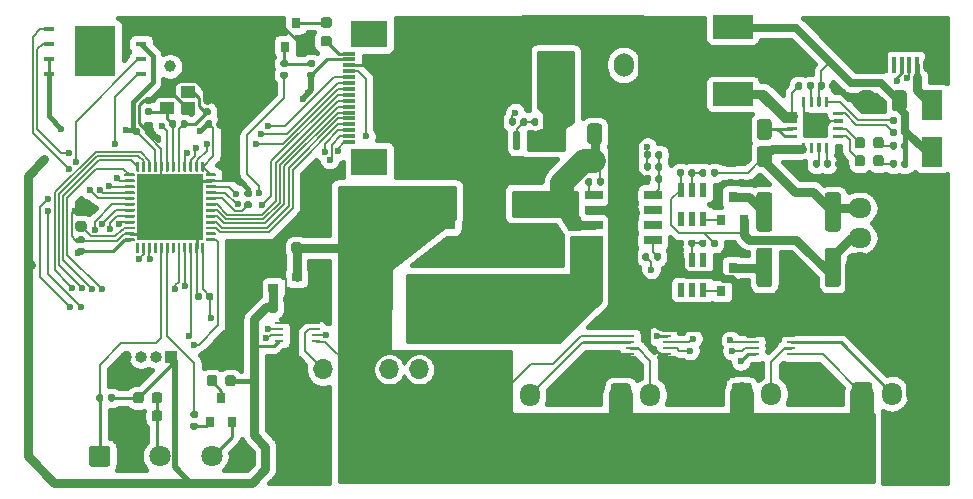
<source format=gtl>
G04 #@! TF.GenerationSoftware,KiCad,Pcbnew,(5.1.6)-1*
G04 #@! TF.CreationDate,2021-02-25T15:27:45+08:00*
G04 #@! TF.ProjectId,Light_detector_V1.0,4c696768-745f-4646-9574-6563746f725f,rev?*
G04 #@! TF.SameCoordinates,Original*
G04 #@! TF.FileFunction,Copper,L1,Top*
G04 #@! TF.FilePolarity,Positive*
%FSLAX46Y46*%
G04 Gerber Fmt 4.6, Leading zero omitted, Abs format (unit mm)*
G04 Created by KiCad (PCBNEW (5.1.6)-1) date 2021-02-25 15:27:45*
%MOMM*%
%LPD*%
G01*
G04 APERTURE LIST*
G04 #@! TA.AperFunction,ComponentPad*
%ADD10O,1.700000X2.000000*%
G04 #@! TD*
G04 #@! TA.AperFunction,ComponentPad*
%ADD11C,3.000000*%
G04 #@! TD*
G04 #@! TA.AperFunction,ComponentPad*
%ADD12R,3.000000X3.000000*%
G04 #@! TD*
G04 #@! TA.AperFunction,SMDPad,CuDef*
%ADD13R,1.150000X1.000000*%
G04 #@! TD*
G04 #@! TA.AperFunction,SMDPad,CuDef*
%ADD14R,0.750000X0.250000*%
G04 #@! TD*
G04 #@! TA.AperFunction,SMDPad,CuDef*
%ADD15R,3.450000X4.350000*%
G04 #@! TD*
G04 #@! TA.AperFunction,SMDPad,CuDef*
%ADD16R,0.950000X0.450000*%
G04 #@! TD*
G04 #@! TA.AperFunction,ComponentPad*
%ADD17C,1.800000*%
G04 #@! TD*
G04 #@! TA.AperFunction,SMDPad,CuDef*
%ADD18R,5.600000X5.600000*%
G04 #@! TD*
G04 #@! TA.AperFunction,SMDPad,CuDef*
%ADD19R,0.900000X0.800000*%
G04 #@! TD*
G04 #@! TA.AperFunction,ViaPad*
%ADD20C,0.600000*%
G04 #@! TD*
G04 #@! TA.AperFunction,SMDPad,CuDef*
%ADD21R,2.100000X2.100000*%
G04 #@! TD*
G04 #@! TA.AperFunction,SMDPad,CuDef*
%ADD22C,1.000000*%
G04 #@! TD*
G04 #@! TA.AperFunction,SMDPad,CuDef*
%ADD23R,0.800000X0.900000*%
G04 #@! TD*
G04 #@! TA.AperFunction,SMDPad,CuDef*
%ADD24R,4.100000X3.600000*%
G04 #@! TD*
G04 #@! TA.AperFunction,SMDPad,CuDef*
%ADD25R,3.400000X2.000000*%
G04 #@! TD*
G04 #@! TA.AperFunction,ComponentPad*
%ADD26O,1.700000X1.950000*%
G04 #@! TD*
G04 #@! TA.AperFunction,ComponentPad*
%ADD27O,1.700000X1.700000*%
G04 #@! TD*
G04 #@! TA.AperFunction,ComponentPad*
%ADD28R,1.700000X1.700000*%
G04 #@! TD*
G04 #@! TA.AperFunction,SMDPad,CuDef*
%ADD29R,3.100000X2.300000*%
G04 #@! TD*
G04 #@! TA.AperFunction,SMDPad,CuDef*
%ADD30R,1.100000X0.300000*%
G04 #@! TD*
G04 #@! TA.AperFunction,ComponentPad*
%ADD31O,1.000000X1.000000*%
G04 #@! TD*
G04 #@! TA.AperFunction,ComponentPad*
%ADD32R,1.000000X1.000000*%
G04 #@! TD*
G04 #@! TA.AperFunction,ComponentPad*
%ADD33O,1.950000X1.700000*%
G04 #@! TD*
G04 #@! TA.AperFunction,SMDPad,CuDef*
%ADD34R,1.200000X1.900000*%
G04 #@! TD*
G04 #@! TA.AperFunction,ComponentPad*
%ADD35O,1.200000X1.900000*%
G04 #@! TD*
G04 #@! TA.AperFunction,SMDPad,CuDef*
%ADD36R,1.500000X1.900000*%
G04 #@! TD*
G04 #@! TA.AperFunction,ComponentPad*
%ADD37C,1.450000*%
G04 #@! TD*
G04 #@! TA.AperFunction,SMDPad,CuDef*
%ADD38R,0.400000X1.350000*%
G04 #@! TD*
G04 #@! TA.AperFunction,SMDPad,CuDef*
%ADD39R,2.613000X3.502000*%
G04 #@! TD*
G04 #@! TA.AperFunction,SMDPad,CuDef*
%ADD40R,1.505000X0.802000*%
G04 #@! TD*
G04 #@! TA.AperFunction,SMDPad,CuDef*
%ADD41R,0.600000X1.150000*%
G04 #@! TD*
G04 #@! TA.AperFunction,SMDPad,CuDef*
%ADD42R,3.300000X2.500000*%
G04 #@! TD*
G04 #@! TA.AperFunction,SMDPad,CuDef*
%ADD43R,1.800000X2.500000*%
G04 #@! TD*
G04 #@! TA.AperFunction,ViaPad*
%ADD44C,0.800000*%
G04 #@! TD*
G04 #@! TA.AperFunction,Conductor*
%ADD45C,1.016000*%
G04 #@! TD*
G04 #@! TA.AperFunction,Conductor*
%ADD46C,0.203200*%
G04 #@! TD*
G04 #@! TA.AperFunction,Conductor*
%ADD47C,0.762000*%
G04 #@! TD*
G04 #@! TA.AperFunction,Conductor*
%ADD48C,0.635000*%
G04 #@! TD*
G04 #@! TA.AperFunction,Conductor*
%ADD49C,2.032000*%
G04 #@! TD*
G04 #@! TA.AperFunction,Conductor*
%ADD50C,2.540000*%
G04 #@! TD*
G04 #@! TA.AperFunction,Conductor*
%ADD51C,0.254000*%
G04 #@! TD*
G04 #@! TA.AperFunction,Conductor*
%ADD52C,0.381000*%
G04 #@! TD*
G04 #@! TA.AperFunction,Conductor*
%ADD53C,0.508000*%
G04 #@! TD*
G04 #@! TA.AperFunction,Conductor*
%ADD54C,0.152400*%
G04 #@! TD*
G04 APERTURE END LIST*
G04 #@! TA.AperFunction,SMDPad,CuDef*
G36*
G01*
X74166000Y-32146500D02*
X74166000Y-32491500D01*
G75*
G02*
X74018500Y-32639000I-147500J0D01*
G01*
X73723500Y-32639000D01*
G75*
G02*
X73576000Y-32491500I0J147500D01*
G01*
X73576000Y-32146500D01*
G75*
G02*
X73723500Y-31999000I147500J0D01*
G01*
X74018500Y-31999000D01*
G75*
G02*
X74166000Y-32146500I0J-147500D01*
G01*
G37*
G04 #@! TD.AperFunction*
G04 #@! TA.AperFunction,SMDPad,CuDef*
G36*
G01*
X75136000Y-32146500D02*
X75136000Y-32491500D01*
G75*
G02*
X74988500Y-32639000I-147500J0D01*
G01*
X74693500Y-32639000D01*
G75*
G02*
X74546000Y-32491500I0J147500D01*
G01*
X74546000Y-32146500D01*
G75*
G02*
X74693500Y-31999000I147500J0D01*
G01*
X74988500Y-31999000D01*
G75*
G02*
X75136000Y-32146500I0J-147500D01*
G01*
G37*
G04 #@! TD.AperFunction*
G04 #@! TA.AperFunction,SMDPad,CuDef*
G36*
G01*
X27811000Y-52720500D02*
X27811000Y-53065500D01*
G75*
G02*
X27663500Y-53213000I-147500J0D01*
G01*
X27368500Y-53213000D01*
G75*
G02*
X27221000Y-53065500I0J147500D01*
G01*
X27221000Y-52720500D01*
G75*
G02*
X27368500Y-52573000I147500J0D01*
G01*
X27663500Y-52573000D01*
G75*
G02*
X27811000Y-52720500I0J-147500D01*
G01*
G37*
G04 #@! TD.AperFunction*
G04 #@! TA.AperFunction,SMDPad,CuDef*
G36*
G01*
X28781000Y-52720500D02*
X28781000Y-53065500D01*
G75*
G02*
X28633500Y-53213000I-147500J0D01*
G01*
X28338500Y-53213000D01*
G75*
G02*
X28191000Y-53065500I0J147500D01*
G01*
X28191000Y-52720500D01*
G75*
G02*
X28338500Y-52573000I147500J0D01*
G01*
X28633500Y-52573000D01*
G75*
G02*
X28781000Y-52720500I0J-147500D01*
G01*
G37*
G04 #@! TD.AperFunction*
G04 #@! TA.AperFunction,SMDPad,CuDef*
G36*
G01*
X45572500Y-24890000D02*
X45227500Y-24890000D01*
G75*
G02*
X45080000Y-24742500I0J147500D01*
G01*
X45080000Y-24447500D01*
G75*
G02*
X45227500Y-24300000I147500J0D01*
G01*
X45572500Y-24300000D01*
G75*
G02*
X45720000Y-24447500I0J-147500D01*
G01*
X45720000Y-24742500D01*
G75*
G02*
X45572500Y-24890000I-147500J0D01*
G01*
G37*
G04 #@! TD.AperFunction*
G04 #@! TA.AperFunction,SMDPad,CuDef*
G36*
G01*
X45572500Y-25860000D02*
X45227500Y-25860000D01*
G75*
G02*
X45080000Y-25712500I0J147500D01*
G01*
X45080000Y-25417500D01*
G75*
G02*
X45227500Y-25270000I147500J0D01*
G01*
X45572500Y-25270000D01*
G75*
G02*
X45720000Y-25417500I0J-147500D01*
G01*
X45720000Y-25712500D01*
G75*
G02*
X45572500Y-25860000I-147500J0D01*
G01*
G37*
G04 #@! TD.AperFunction*
G04 #@! TA.AperFunction,SMDPad,CuDef*
G36*
G01*
X35666500Y-54608000D02*
X35321500Y-54608000D01*
G75*
G02*
X35174000Y-54460500I0J147500D01*
G01*
X35174000Y-54165500D01*
G75*
G02*
X35321500Y-54018000I147500J0D01*
G01*
X35666500Y-54018000D01*
G75*
G02*
X35814000Y-54165500I0J-147500D01*
G01*
X35814000Y-54460500D01*
G75*
G02*
X35666500Y-54608000I-147500J0D01*
G01*
G37*
G04 #@! TD.AperFunction*
G04 #@! TA.AperFunction,SMDPad,CuDef*
G36*
G01*
X35666500Y-55578000D02*
X35321500Y-55578000D01*
G75*
G02*
X35174000Y-55430500I0J147500D01*
G01*
X35174000Y-55135500D01*
G75*
G02*
X35321500Y-54988000I147500J0D01*
G01*
X35666500Y-54988000D01*
G75*
G02*
X35814000Y-55135500I0J-147500D01*
G01*
X35814000Y-55430500D01*
G75*
G02*
X35666500Y-55578000I-147500J0D01*
G01*
G37*
G04 #@! TD.AperFunction*
G04 #@! TA.AperFunction,SMDPad,CuDef*
G36*
G01*
X42941500Y-25270000D02*
X43286500Y-25270000D01*
G75*
G02*
X43434000Y-25417500I0J-147500D01*
G01*
X43434000Y-25712500D01*
G75*
G02*
X43286500Y-25860000I-147500J0D01*
G01*
X42941500Y-25860000D01*
G75*
G02*
X42794000Y-25712500I0J147500D01*
G01*
X42794000Y-25417500D01*
G75*
G02*
X42941500Y-25270000I147500J0D01*
G01*
G37*
G04 #@! TD.AperFunction*
G04 #@! TA.AperFunction,SMDPad,CuDef*
G36*
G01*
X42941500Y-24300000D02*
X43286500Y-24300000D01*
G75*
G02*
X43434000Y-24447500I0J-147500D01*
G01*
X43434000Y-24742500D01*
G75*
G02*
X43286500Y-24890000I-147500J0D01*
G01*
X42941500Y-24890000D01*
G75*
G02*
X42794000Y-24742500I0J147500D01*
G01*
X42794000Y-24447500D01*
G75*
G02*
X42941500Y-24300000I147500J0D01*
G01*
G37*
G04 #@! TD.AperFunction*
G04 #@! TA.AperFunction,SMDPad,CuDef*
G36*
G01*
X34353000Y-29890500D02*
X34353000Y-29545500D01*
G75*
G02*
X34500500Y-29398000I147500J0D01*
G01*
X34795500Y-29398000D01*
G75*
G02*
X34943000Y-29545500I0J-147500D01*
G01*
X34943000Y-29890500D01*
G75*
G02*
X34795500Y-30038000I-147500J0D01*
G01*
X34500500Y-30038000D01*
G75*
G02*
X34353000Y-29890500I0J147500D01*
G01*
G37*
G04 #@! TD.AperFunction*
G04 #@! TA.AperFunction,SMDPad,CuDef*
G36*
G01*
X33383000Y-29890500D02*
X33383000Y-29545500D01*
G75*
G02*
X33530500Y-29398000I147500J0D01*
G01*
X33825500Y-29398000D01*
G75*
G02*
X33973000Y-29545500I0J-147500D01*
G01*
X33973000Y-29890500D01*
G75*
G02*
X33825500Y-30038000I-147500J0D01*
G01*
X33530500Y-30038000D01*
G75*
G02*
X33383000Y-29890500I0J147500D01*
G01*
G37*
G04 #@! TD.AperFunction*
G04 #@! TA.AperFunction,SMDPad,CuDef*
G36*
G01*
X40241000Y-35878000D02*
X39896000Y-35878000D01*
G75*
G02*
X39748500Y-35730500I0J147500D01*
G01*
X39748500Y-35435500D01*
G75*
G02*
X39896000Y-35288000I147500J0D01*
G01*
X40241000Y-35288000D01*
G75*
G02*
X40388500Y-35435500I0J-147500D01*
G01*
X40388500Y-35730500D01*
G75*
G02*
X40241000Y-35878000I-147500J0D01*
G01*
G37*
G04 #@! TD.AperFunction*
G04 #@! TA.AperFunction,SMDPad,CuDef*
G36*
G01*
X40241000Y-36848000D02*
X39896000Y-36848000D01*
G75*
G02*
X39748500Y-36700500I0J147500D01*
G01*
X39748500Y-36405500D01*
G75*
G02*
X39896000Y-36258000I147500J0D01*
G01*
X40241000Y-36258000D01*
G75*
G02*
X40388500Y-36405500I0J-147500D01*
G01*
X40388500Y-36700500D01*
G75*
G02*
X40241000Y-36848000I-147500J0D01*
G01*
G37*
G04 #@! TD.AperFunction*
G04 #@! TA.AperFunction,SMDPad,CuDef*
G36*
G01*
X87881000Y-33253500D02*
X87881000Y-32908500D01*
G75*
G02*
X88028500Y-32761000I147500J0D01*
G01*
X88323500Y-32761000D01*
G75*
G02*
X88471000Y-32908500I0J-147500D01*
G01*
X88471000Y-33253500D01*
G75*
G02*
X88323500Y-33401000I-147500J0D01*
G01*
X88028500Y-33401000D01*
G75*
G02*
X87881000Y-33253500I0J147500D01*
G01*
G37*
G04 #@! TD.AperFunction*
G04 #@! TA.AperFunction,SMDPad,CuDef*
G36*
G01*
X86911000Y-33253500D02*
X86911000Y-32908500D01*
G75*
G02*
X87058500Y-32761000I147500J0D01*
G01*
X87353500Y-32761000D01*
G75*
G02*
X87501000Y-32908500I0J-147500D01*
G01*
X87501000Y-33253500D01*
G75*
G02*
X87353500Y-33401000I-147500J0D01*
G01*
X87058500Y-33401000D01*
G75*
G02*
X86911000Y-33253500I0J147500D01*
G01*
G37*
G04 #@! TD.AperFunction*
G04 #@! TA.AperFunction,SMDPad,CuDef*
G36*
G01*
X95374000Y-33253500D02*
X95374000Y-32908500D01*
G75*
G02*
X95521500Y-32761000I147500J0D01*
G01*
X95816500Y-32761000D01*
G75*
G02*
X95964000Y-32908500I0J-147500D01*
G01*
X95964000Y-33253500D01*
G75*
G02*
X95816500Y-33401000I-147500J0D01*
G01*
X95521500Y-33401000D01*
G75*
G02*
X95374000Y-33253500I0J147500D01*
G01*
G37*
G04 #@! TD.AperFunction*
G04 #@! TA.AperFunction,SMDPad,CuDef*
G36*
G01*
X94404000Y-33253500D02*
X94404000Y-32908500D01*
G75*
G02*
X94551500Y-32761000I147500J0D01*
G01*
X94846500Y-32761000D01*
G75*
G02*
X94994000Y-32908500I0J-147500D01*
G01*
X94994000Y-33253500D01*
G75*
G02*
X94846500Y-33401000I-147500J0D01*
G01*
X94551500Y-33401000D01*
G75*
G02*
X94404000Y-33253500I0J147500D01*
G01*
G37*
G04 #@! TD.AperFunction*
G04 #@! TA.AperFunction,SMDPad,CuDef*
G36*
G01*
X95374000Y-31729500D02*
X95374000Y-31384500D01*
G75*
G02*
X95521500Y-31237000I147500J0D01*
G01*
X95816500Y-31237000D01*
G75*
G02*
X95964000Y-31384500I0J-147500D01*
G01*
X95964000Y-31729500D01*
G75*
G02*
X95816500Y-31877000I-147500J0D01*
G01*
X95521500Y-31877000D01*
G75*
G02*
X95374000Y-31729500I0J147500D01*
G01*
G37*
G04 #@! TD.AperFunction*
G04 #@! TA.AperFunction,SMDPad,CuDef*
G36*
G01*
X94404000Y-31729500D02*
X94404000Y-31384500D01*
G75*
G02*
X94551500Y-31237000I147500J0D01*
G01*
X94846500Y-31237000D01*
G75*
G02*
X94994000Y-31384500I0J-147500D01*
G01*
X94994000Y-31729500D01*
G75*
G02*
X94846500Y-31877000I-147500J0D01*
G01*
X94551500Y-31877000D01*
G75*
G02*
X94404000Y-31729500I0J147500D01*
G01*
G37*
G04 #@! TD.AperFunction*
G04 #@! TA.AperFunction,SMDPad,CuDef*
G36*
G01*
X74546000Y-34523500D02*
X74546000Y-34178500D01*
G75*
G02*
X74693500Y-34031000I147500J0D01*
G01*
X74988500Y-34031000D01*
G75*
G02*
X75136000Y-34178500I0J-147500D01*
G01*
X75136000Y-34523500D01*
G75*
G02*
X74988500Y-34671000I-147500J0D01*
G01*
X74693500Y-34671000D01*
G75*
G02*
X74546000Y-34523500I0J147500D01*
G01*
G37*
G04 #@! TD.AperFunction*
G04 #@! TA.AperFunction,SMDPad,CuDef*
G36*
G01*
X73576000Y-34523500D02*
X73576000Y-34178500D01*
G75*
G02*
X73723500Y-34031000I147500J0D01*
G01*
X74018500Y-34031000D01*
G75*
G02*
X74166000Y-34178500I0J-147500D01*
G01*
X74166000Y-34523500D01*
G75*
G02*
X74018500Y-34671000I-147500J0D01*
G01*
X73723500Y-34671000D01*
G75*
G02*
X73576000Y-34523500I0J147500D01*
G01*
G37*
G04 #@! TD.AperFunction*
G04 #@! TA.AperFunction,SMDPad,CuDef*
G36*
G01*
X74166000Y-33162500D02*
X74166000Y-33507500D01*
G75*
G02*
X74018500Y-33655000I-147500J0D01*
G01*
X73723500Y-33655000D01*
G75*
G02*
X73576000Y-33507500I0J147500D01*
G01*
X73576000Y-33162500D01*
G75*
G02*
X73723500Y-33015000I147500J0D01*
G01*
X74018500Y-33015000D01*
G75*
G02*
X74166000Y-33162500I0J-147500D01*
G01*
G37*
G04 #@! TD.AperFunction*
G04 #@! TA.AperFunction,SMDPad,CuDef*
G36*
G01*
X75136000Y-33162500D02*
X75136000Y-33507500D01*
G75*
G02*
X74988500Y-33655000I-147500J0D01*
G01*
X74693500Y-33655000D01*
G75*
G02*
X74546000Y-33507500I0J147500D01*
G01*
X74546000Y-33162500D01*
G75*
G02*
X74693500Y-33015000I147500J0D01*
G01*
X74988500Y-33015000D01*
G75*
G02*
X75136000Y-33162500I0J-147500D01*
G01*
G37*
G04 #@! TD.AperFunction*
G04 #@! TA.AperFunction,SMDPad,CuDef*
G36*
G01*
X63116000Y-29697500D02*
X63116000Y-29352500D01*
G75*
G02*
X63263500Y-29205000I147500J0D01*
G01*
X63558500Y-29205000D01*
G75*
G02*
X63706000Y-29352500I0J-147500D01*
G01*
X63706000Y-29697500D01*
G75*
G02*
X63558500Y-29845000I-147500J0D01*
G01*
X63263500Y-29845000D01*
G75*
G02*
X63116000Y-29697500I0J147500D01*
G01*
G37*
G04 #@! TD.AperFunction*
G04 #@! TA.AperFunction,SMDPad,CuDef*
G36*
G01*
X62146000Y-29697500D02*
X62146000Y-29352500D01*
G75*
G02*
X62293500Y-29205000I147500J0D01*
G01*
X62588500Y-29205000D01*
G75*
G02*
X62736000Y-29352500I0J-147500D01*
G01*
X62736000Y-29697500D01*
G75*
G02*
X62588500Y-29845000I-147500J0D01*
G01*
X62293500Y-29845000D01*
G75*
G02*
X62146000Y-29697500I0J147500D01*
G01*
G37*
G04 #@! TD.AperFunction*
G04 #@! TA.AperFunction,SMDPad,CuDef*
G36*
G01*
X95374000Y-30586500D02*
X95374000Y-30241500D01*
G75*
G02*
X95521500Y-30094000I147500J0D01*
G01*
X95816500Y-30094000D01*
G75*
G02*
X95964000Y-30241500I0J-147500D01*
G01*
X95964000Y-30586500D01*
G75*
G02*
X95816500Y-30734000I-147500J0D01*
G01*
X95521500Y-30734000D01*
G75*
G02*
X95374000Y-30586500I0J147500D01*
G01*
G37*
G04 #@! TD.AperFunction*
G04 #@! TA.AperFunction,SMDPad,CuDef*
G36*
G01*
X94404000Y-30586500D02*
X94404000Y-30241500D01*
G75*
G02*
X94551500Y-30094000I147500J0D01*
G01*
X94846500Y-30094000D01*
G75*
G02*
X94994000Y-30241500I0J-147500D01*
G01*
X94994000Y-30586500D01*
G75*
G02*
X94846500Y-30734000I-147500J0D01*
G01*
X94551500Y-30734000D01*
G75*
G02*
X94404000Y-30586500I0J147500D01*
G01*
G37*
G04 #@! TD.AperFunction*
G04 #@! TA.AperFunction,SMDPad,CuDef*
G36*
G01*
X65021000Y-29697500D02*
X65021000Y-29352500D01*
G75*
G02*
X65168500Y-29205000I147500J0D01*
G01*
X65463500Y-29205000D01*
G75*
G02*
X65611000Y-29352500I0J-147500D01*
G01*
X65611000Y-29697500D01*
G75*
G02*
X65463500Y-29845000I-147500J0D01*
G01*
X65168500Y-29845000D01*
G75*
G02*
X65021000Y-29697500I0J147500D01*
G01*
G37*
G04 #@! TD.AperFunction*
G04 #@! TA.AperFunction,SMDPad,CuDef*
G36*
G01*
X64051000Y-29697500D02*
X64051000Y-29352500D01*
G75*
G02*
X64198500Y-29205000I147500J0D01*
G01*
X64493500Y-29205000D01*
G75*
G02*
X64641000Y-29352500I0J-147500D01*
G01*
X64641000Y-29697500D01*
G75*
G02*
X64493500Y-29845000I-147500J0D01*
G01*
X64198500Y-29845000D01*
G75*
G02*
X64051000Y-29697500I0J147500D01*
G01*
G37*
G04 #@! TD.AperFunction*
G04 #@! TA.AperFunction,SMDPad,CuDef*
G36*
G01*
X69213000Y-34432500D02*
X69213000Y-34777500D01*
G75*
G02*
X69065500Y-34925000I-147500J0D01*
G01*
X68770500Y-34925000D01*
G75*
G02*
X68623000Y-34777500I0J147500D01*
G01*
X68623000Y-34432500D01*
G75*
G02*
X68770500Y-34285000I147500J0D01*
G01*
X69065500Y-34285000D01*
G75*
G02*
X69213000Y-34432500I0J-147500D01*
G01*
G37*
G04 #@! TD.AperFunction*
G04 #@! TA.AperFunction,SMDPad,CuDef*
G36*
G01*
X70183000Y-34432500D02*
X70183000Y-34777500D01*
G75*
G02*
X70035500Y-34925000I-147500J0D01*
G01*
X69740500Y-34925000D01*
G75*
G02*
X69593000Y-34777500I0J147500D01*
G01*
X69593000Y-34432500D01*
G75*
G02*
X69740500Y-34285000I147500J0D01*
G01*
X70035500Y-34285000D01*
G75*
G02*
X70183000Y-34432500I0J-147500D01*
G01*
G37*
G04 #@! TD.AperFunction*
G04 #@! TA.AperFunction,SMDPad,CuDef*
G36*
G01*
X94994000Y-29225500D02*
X94994000Y-29570500D01*
G75*
G02*
X94846500Y-29718000I-147500J0D01*
G01*
X94551500Y-29718000D01*
G75*
G02*
X94404000Y-29570500I0J147500D01*
G01*
X94404000Y-29225500D01*
G75*
G02*
X94551500Y-29078000I147500J0D01*
G01*
X94846500Y-29078000D01*
G75*
G02*
X94994000Y-29225500I0J-147500D01*
G01*
G37*
G04 #@! TD.AperFunction*
G04 #@! TA.AperFunction,SMDPad,CuDef*
G36*
G01*
X95964000Y-29225500D02*
X95964000Y-29570500D01*
G75*
G02*
X95816500Y-29718000I-147500J0D01*
G01*
X95521500Y-29718000D01*
G75*
G02*
X95374000Y-29570500I0J147500D01*
G01*
X95374000Y-29225500D01*
G75*
G02*
X95521500Y-29078000I147500J0D01*
G01*
X95816500Y-29078000D01*
G75*
G02*
X95964000Y-29225500I0J-147500D01*
G01*
G37*
G04 #@! TD.AperFunction*
G04 #@! TA.AperFunction,SMDPad,CuDef*
G36*
G01*
X78865000Y-39639500D02*
X78865000Y-39984500D01*
G75*
G02*
X78717500Y-40132000I-147500J0D01*
G01*
X78422500Y-40132000D01*
G75*
G02*
X78275000Y-39984500I0J147500D01*
G01*
X78275000Y-39639500D01*
G75*
G02*
X78422500Y-39492000I147500J0D01*
G01*
X78717500Y-39492000D01*
G75*
G02*
X78865000Y-39639500I0J-147500D01*
G01*
G37*
G04 #@! TD.AperFunction*
G04 #@! TA.AperFunction,SMDPad,CuDef*
G36*
G01*
X79835000Y-39639500D02*
X79835000Y-39984500D01*
G75*
G02*
X79687500Y-40132000I-147500J0D01*
G01*
X79392500Y-40132000D01*
G75*
G02*
X79245000Y-39984500I0J147500D01*
G01*
X79245000Y-39639500D01*
G75*
G02*
X79392500Y-39492000I147500J0D01*
G01*
X79687500Y-39492000D01*
G75*
G02*
X79835000Y-39639500I0J-147500D01*
G01*
G37*
G04 #@! TD.AperFunction*
G04 #@! TA.AperFunction,SMDPad,CuDef*
G36*
G01*
X78865000Y-33670500D02*
X78865000Y-34015500D01*
G75*
G02*
X78717500Y-34163000I-147500J0D01*
G01*
X78422500Y-34163000D01*
G75*
G02*
X78275000Y-34015500I0J147500D01*
G01*
X78275000Y-33670500D01*
G75*
G02*
X78422500Y-33523000I147500J0D01*
G01*
X78717500Y-33523000D01*
G75*
G02*
X78865000Y-33670500I0J-147500D01*
G01*
G37*
G04 #@! TD.AperFunction*
G04 #@! TA.AperFunction,SMDPad,CuDef*
G36*
G01*
X79835000Y-33670500D02*
X79835000Y-34015500D01*
G75*
G02*
X79687500Y-34163000I-147500J0D01*
G01*
X79392500Y-34163000D01*
G75*
G02*
X79245000Y-34015500I0J147500D01*
G01*
X79245000Y-33670500D01*
G75*
G02*
X79392500Y-33523000I147500J0D01*
G01*
X79687500Y-33523000D01*
G75*
G02*
X79835000Y-33670500I0J-147500D01*
G01*
G37*
G04 #@! TD.AperFunction*
G04 #@! TA.AperFunction,SMDPad,CuDef*
G36*
G01*
X31305000Y-30525500D02*
X31305000Y-30180500D01*
G75*
G02*
X31452500Y-30033000I147500J0D01*
G01*
X31747500Y-30033000D01*
G75*
G02*
X31895000Y-30180500I0J-147500D01*
G01*
X31895000Y-30525500D01*
G75*
G02*
X31747500Y-30673000I-147500J0D01*
G01*
X31452500Y-30673000D01*
G75*
G02*
X31305000Y-30525500I0J147500D01*
G01*
G37*
G04 #@! TD.AperFunction*
G04 #@! TA.AperFunction,SMDPad,CuDef*
G36*
G01*
X30335000Y-30525500D02*
X30335000Y-30180500D01*
G75*
G02*
X30482500Y-30033000I147500J0D01*
G01*
X30777500Y-30033000D01*
G75*
G02*
X30925000Y-30180500I0J-147500D01*
G01*
X30925000Y-30525500D01*
G75*
G02*
X30777500Y-30673000I-147500J0D01*
G01*
X30482500Y-30673000D01*
G75*
G02*
X30335000Y-30525500I0J147500D01*
G01*
G37*
G04 #@! TD.AperFunction*
G04 #@! TA.AperFunction,SMDPad,CuDef*
G36*
G01*
X26080500Y-39815000D02*
X25735500Y-39815000D01*
G75*
G02*
X25588000Y-39667500I0J147500D01*
G01*
X25588000Y-39372500D01*
G75*
G02*
X25735500Y-39225000I147500J0D01*
G01*
X26080500Y-39225000D01*
G75*
G02*
X26228000Y-39372500I0J-147500D01*
G01*
X26228000Y-39667500D01*
G75*
G02*
X26080500Y-39815000I-147500J0D01*
G01*
G37*
G04 #@! TD.AperFunction*
G04 #@! TA.AperFunction,SMDPad,CuDef*
G36*
G01*
X26080500Y-40785000D02*
X25735500Y-40785000D01*
G75*
G02*
X25588000Y-40637500I0J147500D01*
G01*
X25588000Y-40342500D01*
G75*
G02*
X25735500Y-40195000I147500J0D01*
G01*
X26080500Y-40195000D01*
G75*
G02*
X26228000Y-40342500I0J-147500D01*
G01*
X26228000Y-40637500D01*
G75*
G02*
X26080500Y-40785000I-147500J0D01*
G01*
G37*
G04 #@! TD.AperFunction*
G04 #@! TA.AperFunction,SMDPad,CuDef*
G36*
G01*
X36155000Y-44150500D02*
X36155000Y-44495500D01*
G75*
G02*
X36007500Y-44643000I-147500J0D01*
G01*
X35712500Y-44643000D01*
G75*
G02*
X35565000Y-44495500I0J147500D01*
G01*
X35565000Y-44150500D01*
G75*
G02*
X35712500Y-44003000I147500J0D01*
G01*
X36007500Y-44003000D01*
G75*
G02*
X36155000Y-44150500I0J-147500D01*
G01*
G37*
G04 #@! TD.AperFunction*
G04 #@! TA.AperFunction,SMDPad,CuDef*
G36*
G01*
X37125000Y-44150500D02*
X37125000Y-44495500D01*
G75*
G02*
X36977500Y-44643000I-147500J0D01*
G01*
X36682500Y-44643000D01*
G75*
G02*
X36535000Y-44495500I0J147500D01*
G01*
X36535000Y-44150500D01*
G75*
G02*
X36682500Y-44003000I147500J0D01*
G01*
X36977500Y-44003000D01*
G75*
G02*
X37125000Y-44150500I0J-147500D01*
G01*
G37*
G04 #@! TD.AperFunction*
G04 #@! TA.AperFunction,SMDPad,CuDef*
G36*
G01*
X37401000Y-29890500D02*
X37401000Y-29545500D01*
G75*
G02*
X37548500Y-29398000I147500J0D01*
G01*
X37843500Y-29398000D01*
G75*
G02*
X37991000Y-29545500I0J-147500D01*
G01*
X37991000Y-29890500D01*
G75*
G02*
X37843500Y-30038000I-147500J0D01*
G01*
X37548500Y-30038000D01*
G75*
G02*
X37401000Y-29890500I0J147500D01*
G01*
G37*
G04 #@! TD.AperFunction*
G04 #@! TA.AperFunction,SMDPad,CuDef*
G36*
G01*
X36431000Y-29890500D02*
X36431000Y-29545500D01*
G75*
G02*
X36578500Y-29398000I147500J0D01*
G01*
X36873500Y-29398000D01*
G75*
G02*
X37021000Y-29545500I0J-147500D01*
G01*
X37021000Y-29890500D01*
G75*
G02*
X36873500Y-30038000I-147500J0D01*
G01*
X36578500Y-30038000D01*
G75*
G02*
X36431000Y-29890500I0J147500D01*
G01*
G37*
G04 #@! TD.AperFunction*
G04 #@! TA.AperFunction,SMDPad,CuDef*
G36*
G01*
X31450500Y-28384000D02*
X31795500Y-28384000D01*
G75*
G02*
X31943000Y-28531500I0J-147500D01*
G01*
X31943000Y-28826500D01*
G75*
G02*
X31795500Y-28974000I-147500J0D01*
G01*
X31450500Y-28974000D01*
G75*
G02*
X31303000Y-28826500I0J147500D01*
G01*
X31303000Y-28531500D01*
G75*
G02*
X31450500Y-28384000I147500J0D01*
G01*
G37*
G04 #@! TD.AperFunction*
G04 #@! TA.AperFunction,SMDPad,CuDef*
G36*
G01*
X31450500Y-27414000D02*
X31795500Y-27414000D01*
G75*
G02*
X31943000Y-27561500I0J-147500D01*
G01*
X31943000Y-27856500D01*
G75*
G02*
X31795500Y-28004000I-147500J0D01*
G01*
X31450500Y-28004000D01*
G75*
G02*
X31303000Y-27856500I0J147500D01*
G01*
X31303000Y-27561500D01*
G75*
G02*
X31450500Y-27414000I147500J0D01*
G01*
G37*
G04 #@! TD.AperFunction*
G04 #@! TA.AperFunction,SMDPad,CuDef*
G36*
G01*
X36403500Y-28384000D02*
X36748500Y-28384000D01*
G75*
G02*
X36896000Y-28531500I0J-147500D01*
G01*
X36896000Y-28826500D01*
G75*
G02*
X36748500Y-28974000I-147500J0D01*
G01*
X36403500Y-28974000D01*
G75*
G02*
X36256000Y-28826500I0J147500D01*
G01*
X36256000Y-28531500D01*
G75*
G02*
X36403500Y-28384000I147500J0D01*
G01*
G37*
G04 #@! TD.AperFunction*
G04 #@! TA.AperFunction,SMDPad,CuDef*
G36*
G01*
X36403500Y-27414000D02*
X36748500Y-27414000D01*
G75*
G02*
X36896000Y-27561500I0J-147500D01*
G01*
X36896000Y-27856500D01*
G75*
G02*
X36748500Y-28004000I-147500J0D01*
G01*
X36403500Y-28004000D01*
G75*
G02*
X36256000Y-27856500I0J147500D01*
G01*
X36256000Y-27561500D01*
G75*
G02*
X36403500Y-27414000I147500J0D01*
G01*
G37*
G04 #@! TD.AperFunction*
G04 #@! TA.AperFunction,SMDPad,CuDef*
G36*
G01*
X89786000Y-33253500D02*
X89786000Y-32908500D01*
G75*
G02*
X89933500Y-32761000I147500J0D01*
G01*
X90228500Y-32761000D01*
G75*
G02*
X90376000Y-32908500I0J-147500D01*
G01*
X90376000Y-33253500D01*
G75*
G02*
X90228500Y-33401000I-147500J0D01*
G01*
X89933500Y-33401000D01*
G75*
G02*
X89786000Y-33253500I0J147500D01*
G01*
G37*
G04 #@! TD.AperFunction*
G04 #@! TA.AperFunction,SMDPad,CuDef*
G36*
G01*
X88816000Y-33253500D02*
X88816000Y-32908500D01*
G75*
G02*
X88963500Y-32761000I147500J0D01*
G01*
X89258500Y-32761000D01*
G75*
G02*
X89406000Y-32908500I0J-147500D01*
G01*
X89406000Y-33253500D01*
G75*
G02*
X89258500Y-33401000I-147500J0D01*
G01*
X88963500Y-33401000D01*
G75*
G02*
X88816000Y-33253500I0J147500D01*
G01*
G37*
G04 #@! TD.AperFunction*
G04 #@! TA.AperFunction,SMDPad,CuDef*
G36*
G01*
X87373000Y-26649500D02*
X87373000Y-26304500D01*
G75*
G02*
X87520500Y-26157000I147500J0D01*
G01*
X87815500Y-26157000D01*
G75*
G02*
X87963000Y-26304500I0J-147500D01*
G01*
X87963000Y-26649500D01*
G75*
G02*
X87815500Y-26797000I-147500J0D01*
G01*
X87520500Y-26797000D01*
G75*
G02*
X87373000Y-26649500I0J147500D01*
G01*
G37*
G04 #@! TD.AperFunction*
G04 #@! TA.AperFunction,SMDPad,CuDef*
G36*
G01*
X86403000Y-26649500D02*
X86403000Y-26304500D01*
G75*
G02*
X86550500Y-26157000I147500J0D01*
G01*
X86845500Y-26157000D01*
G75*
G02*
X86993000Y-26304500I0J-147500D01*
G01*
X86993000Y-26649500D01*
G75*
G02*
X86845500Y-26797000I-147500J0D01*
G01*
X86550500Y-26797000D01*
G75*
G02*
X86403000Y-26649500I0J147500D01*
G01*
G37*
G04 #@! TD.AperFunction*
G04 #@! TA.AperFunction,SMDPad,CuDef*
G36*
G01*
X89278000Y-26649500D02*
X89278000Y-26304500D01*
G75*
G02*
X89425500Y-26157000I147500J0D01*
G01*
X89720500Y-26157000D01*
G75*
G02*
X89868000Y-26304500I0J-147500D01*
G01*
X89868000Y-26649500D01*
G75*
G02*
X89720500Y-26797000I-147500J0D01*
G01*
X89425500Y-26797000D01*
G75*
G02*
X89278000Y-26649500I0J147500D01*
G01*
G37*
G04 #@! TD.AperFunction*
G04 #@! TA.AperFunction,SMDPad,CuDef*
G36*
G01*
X88308000Y-26649500D02*
X88308000Y-26304500D01*
G75*
G02*
X88455500Y-26157000I147500J0D01*
G01*
X88750500Y-26157000D01*
G75*
G02*
X88898000Y-26304500I0J-147500D01*
G01*
X88898000Y-26649500D01*
G75*
G02*
X88750500Y-26797000I-147500J0D01*
G01*
X88455500Y-26797000D01*
G75*
G02*
X88308000Y-26649500I0J147500D01*
G01*
G37*
G04 #@! TD.AperFunction*
G04 #@! TA.AperFunction,SMDPad,CuDef*
G36*
G01*
X76960000Y-39639500D02*
X76960000Y-39984500D01*
G75*
G02*
X76812500Y-40132000I-147500J0D01*
G01*
X76517500Y-40132000D01*
G75*
G02*
X76370000Y-39984500I0J147500D01*
G01*
X76370000Y-39639500D01*
G75*
G02*
X76517500Y-39492000I147500J0D01*
G01*
X76812500Y-39492000D01*
G75*
G02*
X76960000Y-39639500I0J-147500D01*
G01*
G37*
G04 #@! TD.AperFunction*
G04 #@! TA.AperFunction,SMDPad,CuDef*
G36*
G01*
X77930000Y-39639500D02*
X77930000Y-39984500D01*
G75*
G02*
X77782500Y-40132000I-147500J0D01*
G01*
X77487500Y-40132000D01*
G75*
G02*
X77340000Y-39984500I0J147500D01*
G01*
X77340000Y-39639500D01*
G75*
G02*
X77487500Y-39492000I147500J0D01*
G01*
X77782500Y-39492000D01*
G75*
G02*
X77930000Y-39639500I0J-147500D01*
G01*
G37*
G04 #@! TD.AperFunction*
G04 #@! TA.AperFunction,SMDPad,CuDef*
G36*
G01*
X76960000Y-33670500D02*
X76960000Y-34015500D01*
G75*
G02*
X76812500Y-34163000I-147500J0D01*
G01*
X76517500Y-34163000D01*
G75*
G02*
X76370000Y-34015500I0J147500D01*
G01*
X76370000Y-33670500D01*
G75*
G02*
X76517500Y-33523000I147500J0D01*
G01*
X76812500Y-33523000D01*
G75*
G02*
X76960000Y-33670500I0J-147500D01*
G01*
G37*
G04 #@! TD.AperFunction*
G04 #@! TA.AperFunction,SMDPad,CuDef*
G36*
G01*
X77930000Y-33670500D02*
X77930000Y-34015500D01*
G75*
G02*
X77782500Y-34163000I-147500J0D01*
G01*
X77487500Y-34163000D01*
G75*
G02*
X77340000Y-34015500I0J147500D01*
G01*
X77340000Y-33670500D01*
G75*
G02*
X77487500Y-33523000I147500J0D01*
G01*
X77782500Y-33523000D01*
G75*
G02*
X77930000Y-33670500I0J-147500D01*
G01*
G37*
G04 #@! TD.AperFunction*
G04 #@! TA.AperFunction,SMDPad,CuDef*
G36*
G01*
X74419000Y-41127500D02*
X74419000Y-40782500D01*
G75*
G02*
X74566500Y-40635000I147500J0D01*
G01*
X74861500Y-40635000D01*
G75*
G02*
X75009000Y-40782500I0J-147500D01*
G01*
X75009000Y-41127500D01*
G75*
G02*
X74861500Y-41275000I-147500J0D01*
G01*
X74566500Y-41275000D01*
G75*
G02*
X74419000Y-41127500I0J147500D01*
G01*
G37*
G04 #@! TD.AperFunction*
G04 #@! TA.AperFunction,SMDPad,CuDef*
G36*
G01*
X73449000Y-41127500D02*
X73449000Y-40782500D01*
G75*
G02*
X73596500Y-40635000I147500J0D01*
G01*
X73891500Y-40635000D01*
G75*
G02*
X74039000Y-40782500I0J-147500D01*
G01*
X74039000Y-41127500D01*
G75*
G02*
X73891500Y-41275000I-147500J0D01*
G01*
X73596500Y-41275000D01*
G75*
G02*
X73449000Y-41127500I0J147500D01*
G01*
G37*
G04 #@! TD.AperFunction*
D10*
X71856000Y-24699000D03*
G04 #@! TA.AperFunction,ComponentPad*
G36*
G01*
X75206000Y-23949000D02*
X75206000Y-25449000D01*
G75*
G02*
X74956000Y-25699000I-250000J0D01*
G01*
X73756000Y-25699000D01*
G75*
G02*
X73506000Y-25449000I0J250000D01*
G01*
X73506000Y-23949000D01*
G75*
G02*
X73756000Y-23699000I250000J0D01*
G01*
X74956000Y-23699000D01*
G75*
G02*
X75206000Y-23949000I0J-250000D01*
G01*
G37*
G04 #@! TD.AperFunction*
D11*
X62348000Y-25080000D03*
D12*
X66228000Y-25080000D03*
G04 #@! TA.AperFunction,SMDPad,CuDef*
G36*
G01*
X84450000Y-40418999D02*
X84450000Y-43269001D01*
G75*
G02*
X84200001Y-43519000I-249999J0D01*
G01*
X83349999Y-43519000D01*
G75*
G02*
X83100000Y-43269001I0J249999D01*
G01*
X83100000Y-40418999D01*
G75*
G02*
X83349999Y-40169000I249999J0D01*
G01*
X84200001Y-40169000D01*
G75*
G02*
X84450000Y-40418999I0J-249999D01*
G01*
G37*
G04 #@! TD.AperFunction*
G04 #@! TA.AperFunction,SMDPad,CuDef*
G36*
G01*
X90250000Y-40418999D02*
X90250000Y-43269001D01*
G75*
G02*
X90000001Y-43519000I-249999J0D01*
G01*
X89149999Y-43519000D01*
G75*
G02*
X88900000Y-43269001I0J249999D01*
G01*
X88900000Y-40418999D01*
G75*
G02*
X89149999Y-40169000I249999J0D01*
G01*
X90000001Y-40169000D01*
G75*
G02*
X90250000Y-40418999I0J-249999D01*
G01*
G37*
G04 #@! TD.AperFunction*
G04 #@! TA.AperFunction,SMDPad,CuDef*
G36*
G01*
X84445000Y-35719999D02*
X84445000Y-38570001D01*
G75*
G02*
X84195001Y-38820000I-249999J0D01*
G01*
X83344999Y-38820000D01*
G75*
G02*
X83095000Y-38570001I0J249999D01*
G01*
X83095000Y-35719999D01*
G75*
G02*
X83344999Y-35470000I249999J0D01*
G01*
X84195001Y-35470000D01*
G75*
G02*
X84445000Y-35719999I0J-249999D01*
G01*
G37*
G04 #@! TD.AperFunction*
G04 #@! TA.AperFunction,SMDPad,CuDef*
G36*
G01*
X90245000Y-35719999D02*
X90245000Y-38570001D01*
G75*
G02*
X89995001Y-38820000I-249999J0D01*
G01*
X89144999Y-38820000D01*
G75*
G02*
X88895000Y-38570001I0J249999D01*
G01*
X88895000Y-35719999D01*
G75*
G02*
X89144999Y-35470000I249999J0D01*
G01*
X89995001Y-35470000D01*
G75*
G02*
X90245000Y-35719999I0J-249999D01*
G01*
G37*
G04 #@! TD.AperFunction*
D13*
X33236000Y-26982000D03*
X34986000Y-26982000D03*
X34986000Y-28382000D03*
X33236000Y-28382000D03*
G04 #@! TA.AperFunction,SMDPad,CuDef*
G36*
G01*
X62949000Y-31916000D02*
X62649000Y-31916000D01*
G75*
G02*
X62499000Y-31766000I0J150000D01*
G01*
X62499000Y-30416000D01*
G75*
G02*
X62649000Y-30266000I150000J0D01*
G01*
X62949000Y-30266000D01*
G75*
G02*
X63099000Y-30416000I0J-150000D01*
G01*
X63099000Y-31766000D01*
G75*
G02*
X62949000Y-31916000I-150000J0D01*
G01*
G37*
G04 #@! TD.AperFunction*
G04 #@! TA.AperFunction,SMDPad,CuDef*
G36*
G01*
X64219000Y-31916000D02*
X63919000Y-31916000D01*
G75*
G02*
X63769000Y-31766000I0J150000D01*
G01*
X63769000Y-30416000D01*
G75*
G02*
X63919000Y-30266000I150000J0D01*
G01*
X64219000Y-30266000D01*
G75*
G02*
X64369000Y-30416000I0J-150000D01*
G01*
X64369000Y-31766000D01*
G75*
G02*
X64219000Y-31916000I-150000J0D01*
G01*
G37*
G04 #@! TD.AperFunction*
G04 #@! TA.AperFunction,SMDPad,CuDef*
G36*
G01*
X65489000Y-31916000D02*
X65189000Y-31916000D01*
G75*
G02*
X65039000Y-31766000I0J150000D01*
G01*
X65039000Y-30416000D01*
G75*
G02*
X65189000Y-30266000I150000J0D01*
G01*
X65489000Y-30266000D01*
G75*
G02*
X65639000Y-30416000I0J-150000D01*
G01*
X65639000Y-31766000D01*
G75*
G02*
X65489000Y-31916000I-150000J0D01*
G01*
G37*
G04 #@! TD.AperFunction*
G04 #@! TA.AperFunction,SMDPad,CuDef*
G36*
G01*
X66759000Y-31916000D02*
X66459000Y-31916000D01*
G75*
G02*
X66309000Y-31766000I0J150000D01*
G01*
X66309000Y-30416000D01*
G75*
G02*
X66459000Y-30266000I150000J0D01*
G01*
X66759000Y-30266000D01*
G75*
G02*
X66909000Y-30416000I0J-150000D01*
G01*
X66909000Y-31766000D01*
G75*
G02*
X66759000Y-31916000I-150000J0D01*
G01*
G37*
G04 #@! TD.AperFunction*
G04 #@! TA.AperFunction,SMDPad,CuDef*
G36*
G01*
X66759000Y-37166000D02*
X66459000Y-37166000D01*
G75*
G02*
X66309000Y-37016000I0J150000D01*
G01*
X66309000Y-35666000D01*
G75*
G02*
X66459000Y-35516000I150000J0D01*
G01*
X66759000Y-35516000D01*
G75*
G02*
X66909000Y-35666000I0J-150000D01*
G01*
X66909000Y-37016000D01*
G75*
G02*
X66759000Y-37166000I-150000J0D01*
G01*
G37*
G04 #@! TD.AperFunction*
G04 #@! TA.AperFunction,SMDPad,CuDef*
G36*
G01*
X65489000Y-37166000D02*
X65189000Y-37166000D01*
G75*
G02*
X65039000Y-37016000I0J150000D01*
G01*
X65039000Y-35666000D01*
G75*
G02*
X65189000Y-35516000I150000J0D01*
G01*
X65489000Y-35516000D01*
G75*
G02*
X65639000Y-35666000I0J-150000D01*
G01*
X65639000Y-37016000D01*
G75*
G02*
X65489000Y-37166000I-150000J0D01*
G01*
G37*
G04 #@! TD.AperFunction*
G04 #@! TA.AperFunction,SMDPad,CuDef*
G36*
G01*
X64219000Y-37166000D02*
X63919000Y-37166000D01*
G75*
G02*
X63769000Y-37016000I0J150000D01*
G01*
X63769000Y-35666000D01*
G75*
G02*
X63919000Y-35516000I150000J0D01*
G01*
X64219000Y-35516000D01*
G75*
G02*
X64369000Y-35666000I0J-150000D01*
G01*
X64369000Y-37016000D01*
G75*
G02*
X64219000Y-37166000I-150000J0D01*
G01*
G37*
G04 #@! TD.AperFunction*
G04 #@! TA.AperFunction,SMDPad,CuDef*
G36*
G01*
X62949000Y-37166000D02*
X62649000Y-37166000D01*
G75*
G02*
X62499000Y-37016000I0J150000D01*
G01*
X62499000Y-35666000D01*
G75*
G02*
X62649000Y-35516000I150000J0D01*
G01*
X62949000Y-35516000D01*
G75*
G02*
X63099000Y-35666000I0J-150000D01*
G01*
X63099000Y-37016000D01*
G75*
G02*
X62949000Y-37166000I-150000J0D01*
G01*
G37*
G04 #@! TD.AperFunction*
D14*
X75525000Y-47698000D03*
X75525000Y-48198000D03*
X75525000Y-48698000D03*
X75525000Y-49198000D03*
X72425000Y-49198000D03*
X72425000Y-48698000D03*
X72425000Y-48198000D03*
X72425000Y-47698000D03*
X42707000Y-48055000D03*
X42707000Y-47555000D03*
X42707000Y-47055000D03*
X42707000Y-46555000D03*
X45807000Y-46555000D03*
X45807000Y-47055000D03*
X45807000Y-47555000D03*
X45807000Y-48055000D03*
X82966000Y-49198000D03*
X82966000Y-48698000D03*
X82966000Y-48198000D03*
X82966000Y-47698000D03*
X86066000Y-47698000D03*
X86066000Y-48198000D03*
X86066000Y-48698000D03*
X86066000Y-49198000D03*
D15*
X27112000Y-23556000D03*
D16*
X23212000Y-25461000D03*
X23212000Y-24191000D03*
X23212000Y-22921000D03*
X23212000Y-21651000D03*
X31012000Y-21651000D03*
X31012000Y-22921000D03*
X31012000Y-24191000D03*
X31012000Y-25461000D03*
D17*
X32573000Y-57846000D03*
X30033000Y-57846000D03*
G04 #@! TA.AperFunction,ComponentPad*
G36*
G01*
X26593000Y-58495800D02*
X26593000Y-57196200D01*
G75*
G02*
X26843200Y-56946000I250200J0D01*
G01*
X28142800Y-56946000D01*
G75*
G02*
X28393000Y-57196200I0J-250200D01*
G01*
X28393000Y-58495800D01*
G75*
G02*
X28142800Y-58746000I-250200J0D01*
G01*
X26843200Y-58746000D01*
G75*
G02*
X26593000Y-58495800I0J250200D01*
G01*
G37*
G04 #@! TD.AperFunction*
D18*
X33462000Y-36764000D03*
G04 #@! TA.AperFunction,SMDPad,CuDef*
G36*
G01*
X36524500Y-33889000D02*
X37274500Y-33889000D01*
G75*
G02*
X37337000Y-33951500I0J-62500D01*
G01*
X37337000Y-34076500D01*
G75*
G02*
X37274500Y-34139000I-62500J0D01*
G01*
X36524500Y-34139000D01*
G75*
G02*
X36462000Y-34076500I0J62500D01*
G01*
X36462000Y-33951500D01*
G75*
G02*
X36524500Y-33889000I62500J0D01*
G01*
G37*
G04 #@! TD.AperFunction*
G04 #@! TA.AperFunction,SMDPad,CuDef*
G36*
G01*
X36524500Y-34389000D02*
X37274500Y-34389000D01*
G75*
G02*
X37337000Y-34451500I0J-62500D01*
G01*
X37337000Y-34576500D01*
G75*
G02*
X37274500Y-34639000I-62500J0D01*
G01*
X36524500Y-34639000D01*
G75*
G02*
X36462000Y-34576500I0J62500D01*
G01*
X36462000Y-34451500D01*
G75*
G02*
X36524500Y-34389000I62500J0D01*
G01*
G37*
G04 #@! TD.AperFunction*
G04 #@! TA.AperFunction,SMDPad,CuDef*
G36*
G01*
X36524500Y-34889000D02*
X37274500Y-34889000D01*
G75*
G02*
X37337000Y-34951500I0J-62500D01*
G01*
X37337000Y-35076500D01*
G75*
G02*
X37274500Y-35139000I-62500J0D01*
G01*
X36524500Y-35139000D01*
G75*
G02*
X36462000Y-35076500I0J62500D01*
G01*
X36462000Y-34951500D01*
G75*
G02*
X36524500Y-34889000I62500J0D01*
G01*
G37*
G04 #@! TD.AperFunction*
G04 #@! TA.AperFunction,SMDPad,CuDef*
G36*
G01*
X36524500Y-35389000D02*
X37274500Y-35389000D01*
G75*
G02*
X37337000Y-35451500I0J-62500D01*
G01*
X37337000Y-35576500D01*
G75*
G02*
X37274500Y-35639000I-62500J0D01*
G01*
X36524500Y-35639000D01*
G75*
G02*
X36462000Y-35576500I0J62500D01*
G01*
X36462000Y-35451500D01*
G75*
G02*
X36524500Y-35389000I62500J0D01*
G01*
G37*
G04 #@! TD.AperFunction*
G04 #@! TA.AperFunction,SMDPad,CuDef*
G36*
G01*
X36524500Y-35889000D02*
X37274500Y-35889000D01*
G75*
G02*
X37337000Y-35951500I0J-62500D01*
G01*
X37337000Y-36076500D01*
G75*
G02*
X37274500Y-36139000I-62500J0D01*
G01*
X36524500Y-36139000D01*
G75*
G02*
X36462000Y-36076500I0J62500D01*
G01*
X36462000Y-35951500D01*
G75*
G02*
X36524500Y-35889000I62500J0D01*
G01*
G37*
G04 #@! TD.AperFunction*
G04 #@! TA.AperFunction,SMDPad,CuDef*
G36*
G01*
X36524500Y-36389000D02*
X37274500Y-36389000D01*
G75*
G02*
X37337000Y-36451500I0J-62500D01*
G01*
X37337000Y-36576500D01*
G75*
G02*
X37274500Y-36639000I-62500J0D01*
G01*
X36524500Y-36639000D01*
G75*
G02*
X36462000Y-36576500I0J62500D01*
G01*
X36462000Y-36451500D01*
G75*
G02*
X36524500Y-36389000I62500J0D01*
G01*
G37*
G04 #@! TD.AperFunction*
G04 #@! TA.AperFunction,SMDPad,CuDef*
G36*
G01*
X36524500Y-36889000D02*
X37274500Y-36889000D01*
G75*
G02*
X37337000Y-36951500I0J-62500D01*
G01*
X37337000Y-37076500D01*
G75*
G02*
X37274500Y-37139000I-62500J0D01*
G01*
X36524500Y-37139000D01*
G75*
G02*
X36462000Y-37076500I0J62500D01*
G01*
X36462000Y-36951500D01*
G75*
G02*
X36524500Y-36889000I62500J0D01*
G01*
G37*
G04 #@! TD.AperFunction*
G04 #@! TA.AperFunction,SMDPad,CuDef*
G36*
G01*
X36524500Y-37389000D02*
X37274500Y-37389000D01*
G75*
G02*
X37337000Y-37451500I0J-62500D01*
G01*
X37337000Y-37576500D01*
G75*
G02*
X37274500Y-37639000I-62500J0D01*
G01*
X36524500Y-37639000D01*
G75*
G02*
X36462000Y-37576500I0J62500D01*
G01*
X36462000Y-37451500D01*
G75*
G02*
X36524500Y-37389000I62500J0D01*
G01*
G37*
G04 #@! TD.AperFunction*
G04 #@! TA.AperFunction,SMDPad,CuDef*
G36*
G01*
X36524500Y-37889000D02*
X37274500Y-37889000D01*
G75*
G02*
X37337000Y-37951500I0J-62500D01*
G01*
X37337000Y-38076500D01*
G75*
G02*
X37274500Y-38139000I-62500J0D01*
G01*
X36524500Y-38139000D01*
G75*
G02*
X36462000Y-38076500I0J62500D01*
G01*
X36462000Y-37951500D01*
G75*
G02*
X36524500Y-37889000I62500J0D01*
G01*
G37*
G04 #@! TD.AperFunction*
G04 #@! TA.AperFunction,SMDPad,CuDef*
G36*
G01*
X36524500Y-38389000D02*
X37274500Y-38389000D01*
G75*
G02*
X37337000Y-38451500I0J-62500D01*
G01*
X37337000Y-38576500D01*
G75*
G02*
X37274500Y-38639000I-62500J0D01*
G01*
X36524500Y-38639000D01*
G75*
G02*
X36462000Y-38576500I0J62500D01*
G01*
X36462000Y-38451500D01*
G75*
G02*
X36524500Y-38389000I62500J0D01*
G01*
G37*
G04 #@! TD.AperFunction*
G04 #@! TA.AperFunction,SMDPad,CuDef*
G36*
G01*
X36524500Y-38889000D02*
X37274500Y-38889000D01*
G75*
G02*
X37337000Y-38951500I0J-62500D01*
G01*
X37337000Y-39076500D01*
G75*
G02*
X37274500Y-39139000I-62500J0D01*
G01*
X36524500Y-39139000D01*
G75*
G02*
X36462000Y-39076500I0J62500D01*
G01*
X36462000Y-38951500D01*
G75*
G02*
X36524500Y-38889000I62500J0D01*
G01*
G37*
G04 #@! TD.AperFunction*
G04 #@! TA.AperFunction,SMDPad,CuDef*
G36*
G01*
X36524500Y-39389000D02*
X37274500Y-39389000D01*
G75*
G02*
X37337000Y-39451500I0J-62500D01*
G01*
X37337000Y-39576500D01*
G75*
G02*
X37274500Y-39639000I-62500J0D01*
G01*
X36524500Y-39639000D01*
G75*
G02*
X36462000Y-39576500I0J62500D01*
G01*
X36462000Y-39451500D01*
G75*
G02*
X36524500Y-39389000I62500J0D01*
G01*
G37*
G04 #@! TD.AperFunction*
G04 #@! TA.AperFunction,SMDPad,CuDef*
G36*
G01*
X36149500Y-39764000D02*
X36274500Y-39764000D01*
G75*
G02*
X36337000Y-39826500I0J-62500D01*
G01*
X36337000Y-40576500D01*
G75*
G02*
X36274500Y-40639000I-62500J0D01*
G01*
X36149500Y-40639000D01*
G75*
G02*
X36087000Y-40576500I0J62500D01*
G01*
X36087000Y-39826500D01*
G75*
G02*
X36149500Y-39764000I62500J0D01*
G01*
G37*
G04 #@! TD.AperFunction*
G04 #@! TA.AperFunction,SMDPad,CuDef*
G36*
G01*
X35649500Y-39764000D02*
X35774500Y-39764000D01*
G75*
G02*
X35837000Y-39826500I0J-62500D01*
G01*
X35837000Y-40576500D01*
G75*
G02*
X35774500Y-40639000I-62500J0D01*
G01*
X35649500Y-40639000D01*
G75*
G02*
X35587000Y-40576500I0J62500D01*
G01*
X35587000Y-39826500D01*
G75*
G02*
X35649500Y-39764000I62500J0D01*
G01*
G37*
G04 #@! TD.AperFunction*
G04 #@! TA.AperFunction,SMDPad,CuDef*
G36*
G01*
X35149500Y-39764000D02*
X35274500Y-39764000D01*
G75*
G02*
X35337000Y-39826500I0J-62500D01*
G01*
X35337000Y-40576500D01*
G75*
G02*
X35274500Y-40639000I-62500J0D01*
G01*
X35149500Y-40639000D01*
G75*
G02*
X35087000Y-40576500I0J62500D01*
G01*
X35087000Y-39826500D01*
G75*
G02*
X35149500Y-39764000I62500J0D01*
G01*
G37*
G04 #@! TD.AperFunction*
G04 #@! TA.AperFunction,SMDPad,CuDef*
G36*
G01*
X34649500Y-39764000D02*
X34774500Y-39764000D01*
G75*
G02*
X34837000Y-39826500I0J-62500D01*
G01*
X34837000Y-40576500D01*
G75*
G02*
X34774500Y-40639000I-62500J0D01*
G01*
X34649500Y-40639000D01*
G75*
G02*
X34587000Y-40576500I0J62500D01*
G01*
X34587000Y-39826500D01*
G75*
G02*
X34649500Y-39764000I62500J0D01*
G01*
G37*
G04 #@! TD.AperFunction*
G04 #@! TA.AperFunction,SMDPad,CuDef*
G36*
G01*
X34149500Y-39764000D02*
X34274500Y-39764000D01*
G75*
G02*
X34337000Y-39826500I0J-62500D01*
G01*
X34337000Y-40576500D01*
G75*
G02*
X34274500Y-40639000I-62500J0D01*
G01*
X34149500Y-40639000D01*
G75*
G02*
X34087000Y-40576500I0J62500D01*
G01*
X34087000Y-39826500D01*
G75*
G02*
X34149500Y-39764000I62500J0D01*
G01*
G37*
G04 #@! TD.AperFunction*
G04 #@! TA.AperFunction,SMDPad,CuDef*
G36*
G01*
X33649500Y-39764000D02*
X33774500Y-39764000D01*
G75*
G02*
X33837000Y-39826500I0J-62500D01*
G01*
X33837000Y-40576500D01*
G75*
G02*
X33774500Y-40639000I-62500J0D01*
G01*
X33649500Y-40639000D01*
G75*
G02*
X33587000Y-40576500I0J62500D01*
G01*
X33587000Y-39826500D01*
G75*
G02*
X33649500Y-39764000I62500J0D01*
G01*
G37*
G04 #@! TD.AperFunction*
G04 #@! TA.AperFunction,SMDPad,CuDef*
G36*
G01*
X33149500Y-39764000D02*
X33274500Y-39764000D01*
G75*
G02*
X33337000Y-39826500I0J-62500D01*
G01*
X33337000Y-40576500D01*
G75*
G02*
X33274500Y-40639000I-62500J0D01*
G01*
X33149500Y-40639000D01*
G75*
G02*
X33087000Y-40576500I0J62500D01*
G01*
X33087000Y-39826500D01*
G75*
G02*
X33149500Y-39764000I62500J0D01*
G01*
G37*
G04 #@! TD.AperFunction*
G04 #@! TA.AperFunction,SMDPad,CuDef*
G36*
G01*
X32649500Y-39764000D02*
X32774500Y-39764000D01*
G75*
G02*
X32837000Y-39826500I0J-62500D01*
G01*
X32837000Y-40576500D01*
G75*
G02*
X32774500Y-40639000I-62500J0D01*
G01*
X32649500Y-40639000D01*
G75*
G02*
X32587000Y-40576500I0J62500D01*
G01*
X32587000Y-39826500D01*
G75*
G02*
X32649500Y-39764000I62500J0D01*
G01*
G37*
G04 #@! TD.AperFunction*
G04 #@! TA.AperFunction,SMDPad,CuDef*
G36*
G01*
X32149500Y-39764000D02*
X32274500Y-39764000D01*
G75*
G02*
X32337000Y-39826500I0J-62500D01*
G01*
X32337000Y-40576500D01*
G75*
G02*
X32274500Y-40639000I-62500J0D01*
G01*
X32149500Y-40639000D01*
G75*
G02*
X32087000Y-40576500I0J62500D01*
G01*
X32087000Y-39826500D01*
G75*
G02*
X32149500Y-39764000I62500J0D01*
G01*
G37*
G04 #@! TD.AperFunction*
G04 #@! TA.AperFunction,SMDPad,CuDef*
G36*
G01*
X31649500Y-39764000D02*
X31774500Y-39764000D01*
G75*
G02*
X31837000Y-39826500I0J-62500D01*
G01*
X31837000Y-40576500D01*
G75*
G02*
X31774500Y-40639000I-62500J0D01*
G01*
X31649500Y-40639000D01*
G75*
G02*
X31587000Y-40576500I0J62500D01*
G01*
X31587000Y-39826500D01*
G75*
G02*
X31649500Y-39764000I62500J0D01*
G01*
G37*
G04 #@! TD.AperFunction*
G04 #@! TA.AperFunction,SMDPad,CuDef*
G36*
G01*
X31149500Y-39764000D02*
X31274500Y-39764000D01*
G75*
G02*
X31337000Y-39826500I0J-62500D01*
G01*
X31337000Y-40576500D01*
G75*
G02*
X31274500Y-40639000I-62500J0D01*
G01*
X31149500Y-40639000D01*
G75*
G02*
X31087000Y-40576500I0J62500D01*
G01*
X31087000Y-39826500D01*
G75*
G02*
X31149500Y-39764000I62500J0D01*
G01*
G37*
G04 #@! TD.AperFunction*
G04 #@! TA.AperFunction,SMDPad,CuDef*
G36*
G01*
X30649500Y-39764000D02*
X30774500Y-39764000D01*
G75*
G02*
X30837000Y-39826500I0J-62500D01*
G01*
X30837000Y-40576500D01*
G75*
G02*
X30774500Y-40639000I-62500J0D01*
G01*
X30649500Y-40639000D01*
G75*
G02*
X30587000Y-40576500I0J62500D01*
G01*
X30587000Y-39826500D01*
G75*
G02*
X30649500Y-39764000I62500J0D01*
G01*
G37*
G04 #@! TD.AperFunction*
G04 #@! TA.AperFunction,SMDPad,CuDef*
G36*
G01*
X29649500Y-39389000D02*
X30399500Y-39389000D01*
G75*
G02*
X30462000Y-39451500I0J-62500D01*
G01*
X30462000Y-39576500D01*
G75*
G02*
X30399500Y-39639000I-62500J0D01*
G01*
X29649500Y-39639000D01*
G75*
G02*
X29587000Y-39576500I0J62500D01*
G01*
X29587000Y-39451500D01*
G75*
G02*
X29649500Y-39389000I62500J0D01*
G01*
G37*
G04 #@! TD.AperFunction*
G04 #@! TA.AperFunction,SMDPad,CuDef*
G36*
G01*
X29649500Y-38889000D02*
X30399500Y-38889000D01*
G75*
G02*
X30462000Y-38951500I0J-62500D01*
G01*
X30462000Y-39076500D01*
G75*
G02*
X30399500Y-39139000I-62500J0D01*
G01*
X29649500Y-39139000D01*
G75*
G02*
X29587000Y-39076500I0J62500D01*
G01*
X29587000Y-38951500D01*
G75*
G02*
X29649500Y-38889000I62500J0D01*
G01*
G37*
G04 #@! TD.AperFunction*
G04 #@! TA.AperFunction,SMDPad,CuDef*
G36*
G01*
X29649500Y-38389000D02*
X30399500Y-38389000D01*
G75*
G02*
X30462000Y-38451500I0J-62500D01*
G01*
X30462000Y-38576500D01*
G75*
G02*
X30399500Y-38639000I-62500J0D01*
G01*
X29649500Y-38639000D01*
G75*
G02*
X29587000Y-38576500I0J62500D01*
G01*
X29587000Y-38451500D01*
G75*
G02*
X29649500Y-38389000I62500J0D01*
G01*
G37*
G04 #@! TD.AperFunction*
G04 #@! TA.AperFunction,SMDPad,CuDef*
G36*
G01*
X29649500Y-37889000D02*
X30399500Y-37889000D01*
G75*
G02*
X30462000Y-37951500I0J-62500D01*
G01*
X30462000Y-38076500D01*
G75*
G02*
X30399500Y-38139000I-62500J0D01*
G01*
X29649500Y-38139000D01*
G75*
G02*
X29587000Y-38076500I0J62500D01*
G01*
X29587000Y-37951500D01*
G75*
G02*
X29649500Y-37889000I62500J0D01*
G01*
G37*
G04 #@! TD.AperFunction*
G04 #@! TA.AperFunction,SMDPad,CuDef*
G36*
G01*
X29649500Y-37389000D02*
X30399500Y-37389000D01*
G75*
G02*
X30462000Y-37451500I0J-62500D01*
G01*
X30462000Y-37576500D01*
G75*
G02*
X30399500Y-37639000I-62500J0D01*
G01*
X29649500Y-37639000D01*
G75*
G02*
X29587000Y-37576500I0J62500D01*
G01*
X29587000Y-37451500D01*
G75*
G02*
X29649500Y-37389000I62500J0D01*
G01*
G37*
G04 #@! TD.AperFunction*
G04 #@! TA.AperFunction,SMDPad,CuDef*
G36*
G01*
X29649500Y-36889000D02*
X30399500Y-36889000D01*
G75*
G02*
X30462000Y-36951500I0J-62500D01*
G01*
X30462000Y-37076500D01*
G75*
G02*
X30399500Y-37139000I-62500J0D01*
G01*
X29649500Y-37139000D01*
G75*
G02*
X29587000Y-37076500I0J62500D01*
G01*
X29587000Y-36951500D01*
G75*
G02*
X29649500Y-36889000I62500J0D01*
G01*
G37*
G04 #@! TD.AperFunction*
G04 #@! TA.AperFunction,SMDPad,CuDef*
G36*
G01*
X29649500Y-36389000D02*
X30399500Y-36389000D01*
G75*
G02*
X30462000Y-36451500I0J-62500D01*
G01*
X30462000Y-36576500D01*
G75*
G02*
X30399500Y-36639000I-62500J0D01*
G01*
X29649500Y-36639000D01*
G75*
G02*
X29587000Y-36576500I0J62500D01*
G01*
X29587000Y-36451500D01*
G75*
G02*
X29649500Y-36389000I62500J0D01*
G01*
G37*
G04 #@! TD.AperFunction*
G04 #@! TA.AperFunction,SMDPad,CuDef*
G36*
G01*
X29649500Y-35889000D02*
X30399500Y-35889000D01*
G75*
G02*
X30462000Y-35951500I0J-62500D01*
G01*
X30462000Y-36076500D01*
G75*
G02*
X30399500Y-36139000I-62500J0D01*
G01*
X29649500Y-36139000D01*
G75*
G02*
X29587000Y-36076500I0J62500D01*
G01*
X29587000Y-35951500D01*
G75*
G02*
X29649500Y-35889000I62500J0D01*
G01*
G37*
G04 #@! TD.AperFunction*
G04 #@! TA.AperFunction,SMDPad,CuDef*
G36*
G01*
X29649500Y-35389000D02*
X30399500Y-35389000D01*
G75*
G02*
X30462000Y-35451500I0J-62500D01*
G01*
X30462000Y-35576500D01*
G75*
G02*
X30399500Y-35639000I-62500J0D01*
G01*
X29649500Y-35639000D01*
G75*
G02*
X29587000Y-35576500I0J62500D01*
G01*
X29587000Y-35451500D01*
G75*
G02*
X29649500Y-35389000I62500J0D01*
G01*
G37*
G04 #@! TD.AperFunction*
G04 #@! TA.AperFunction,SMDPad,CuDef*
G36*
G01*
X29649500Y-34889000D02*
X30399500Y-34889000D01*
G75*
G02*
X30462000Y-34951500I0J-62500D01*
G01*
X30462000Y-35076500D01*
G75*
G02*
X30399500Y-35139000I-62500J0D01*
G01*
X29649500Y-35139000D01*
G75*
G02*
X29587000Y-35076500I0J62500D01*
G01*
X29587000Y-34951500D01*
G75*
G02*
X29649500Y-34889000I62500J0D01*
G01*
G37*
G04 #@! TD.AperFunction*
G04 #@! TA.AperFunction,SMDPad,CuDef*
G36*
G01*
X29649500Y-34389000D02*
X30399500Y-34389000D01*
G75*
G02*
X30462000Y-34451500I0J-62500D01*
G01*
X30462000Y-34576500D01*
G75*
G02*
X30399500Y-34639000I-62500J0D01*
G01*
X29649500Y-34639000D01*
G75*
G02*
X29587000Y-34576500I0J62500D01*
G01*
X29587000Y-34451500D01*
G75*
G02*
X29649500Y-34389000I62500J0D01*
G01*
G37*
G04 #@! TD.AperFunction*
G04 #@! TA.AperFunction,SMDPad,CuDef*
G36*
G01*
X29649500Y-33889000D02*
X30399500Y-33889000D01*
G75*
G02*
X30462000Y-33951500I0J-62500D01*
G01*
X30462000Y-34076500D01*
G75*
G02*
X30399500Y-34139000I-62500J0D01*
G01*
X29649500Y-34139000D01*
G75*
G02*
X29587000Y-34076500I0J62500D01*
G01*
X29587000Y-33951500D01*
G75*
G02*
X29649500Y-33889000I62500J0D01*
G01*
G37*
G04 #@! TD.AperFunction*
G04 #@! TA.AperFunction,SMDPad,CuDef*
G36*
G01*
X30649500Y-32889000D02*
X30774500Y-32889000D01*
G75*
G02*
X30837000Y-32951500I0J-62500D01*
G01*
X30837000Y-33701500D01*
G75*
G02*
X30774500Y-33764000I-62500J0D01*
G01*
X30649500Y-33764000D01*
G75*
G02*
X30587000Y-33701500I0J62500D01*
G01*
X30587000Y-32951500D01*
G75*
G02*
X30649500Y-32889000I62500J0D01*
G01*
G37*
G04 #@! TD.AperFunction*
G04 #@! TA.AperFunction,SMDPad,CuDef*
G36*
G01*
X31149500Y-32889000D02*
X31274500Y-32889000D01*
G75*
G02*
X31337000Y-32951500I0J-62500D01*
G01*
X31337000Y-33701500D01*
G75*
G02*
X31274500Y-33764000I-62500J0D01*
G01*
X31149500Y-33764000D01*
G75*
G02*
X31087000Y-33701500I0J62500D01*
G01*
X31087000Y-32951500D01*
G75*
G02*
X31149500Y-32889000I62500J0D01*
G01*
G37*
G04 #@! TD.AperFunction*
G04 #@! TA.AperFunction,SMDPad,CuDef*
G36*
G01*
X31649500Y-32889000D02*
X31774500Y-32889000D01*
G75*
G02*
X31837000Y-32951500I0J-62500D01*
G01*
X31837000Y-33701500D01*
G75*
G02*
X31774500Y-33764000I-62500J0D01*
G01*
X31649500Y-33764000D01*
G75*
G02*
X31587000Y-33701500I0J62500D01*
G01*
X31587000Y-32951500D01*
G75*
G02*
X31649500Y-32889000I62500J0D01*
G01*
G37*
G04 #@! TD.AperFunction*
G04 #@! TA.AperFunction,SMDPad,CuDef*
G36*
G01*
X32149500Y-32889000D02*
X32274500Y-32889000D01*
G75*
G02*
X32337000Y-32951500I0J-62500D01*
G01*
X32337000Y-33701500D01*
G75*
G02*
X32274500Y-33764000I-62500J0D01*
G01*
X32149500Y-33764000D01*
G75*
G02*
X32087000Y-33701500I0J62500D01*
G01*
X32087000Y-32951500D01*
G75*
G02*
X32149500Y-32889000I62500J0D01*
G01*
G37*
G04 #@! TD.AperFunction*
G04 #@! TA.AperFunction,SMDPad,CuDef*
G36*
G01*
X32649500Y-32889000D02*
X32774500Y-32889000D01*
G75*
G02*
X32837000Y-32951500I0J-62500D01*
G01*
X32837000Y-33701500D01*
G75*
G02*
X32774500Y-33764000I-62500J0D01*
G01*
X32649500Y-33764000D01*
G75*
G02*
X32587000Y-33701500I0J62500D01*
G01*
X32587000Y-32951500D01*
G75*
G02*
X32649500Y-32889000I62500J0D01*
G01*
G37*
G04 #@! TD.AperFunction*
G04 #@! TA.AperFunction,SMDPad,CuDef*
G36*
G01*
X33149500Y-32889000D02*
X33274500Y-32889000D01*
G75*
G02*
X33337000Y-32951500I0J-62500D01*
G01*
X33337000Y-33701500D01*
G75*
G02*
X33274500Y-33764000I-62500J0D01*
G01*
X33149500Y-33764000D01*
G75*
G02*
X33087000Y-33701500I0J62500D01*
G01*
X33087000Y-32951500D01*
G75*
G02*
X33149500Y-32889000I62500J0D01*
G01*
G37*
G04 #@! TD.AperFunction*
G04 #@! TA.AperFunction,SMDPad,CuDef*
G36*
G01*
X33649500Y-32889000D02*
X33774500Y-32889000D01*
G75*
G02*
X33837000Y-32951500I0J-62500D01*
G01*
X33837000Y-33701500D01*
G75*
G02*
X33774500Y-33764000I-62500J0D01*
G01*
X33649500Y-33764000D01*
G75*
G02*
X33587000Y-33701500I0J62500D01*
G01*
X33587000Y-32951500D01*
G75*
G02*
X33649500Y-32889000I62500J0D01*
G01*
G37*
G04 #@! TD.AperFunction*
G04 #@! TA.AperFunction,SMDPad,CuDef*
G36*
G01*
X34149500Y-32889000D02*
X34274500Y-32889000D01*
G75*
G02*
X34337000Y-32951500I0J-62500D01*
G01*
X34337000Y-33701500D01*
G75*
G02*
X34274500Y-33764000I-62500J0D01*
G01*
X34149500Y-33764000D01*
G75*
G02*
X34087000Y-33701500I0J62500D01*
G01*
X34087000Y-32951500D01*
G75*
G02*
X34149500Y-32889000I62500J0D01*
G01*
G37*
G04 #@! TD.AperFunction*
G04 #@! TA.AperFunction,SMDPad,CuDef*
G36*
G01*
X34649500Y-32889000D02*
X34774500Y-32889000D01*
G75*
G02*
X34837000Y-32951500I0J-62500D01*
G01*
X34837000Y-33701500D01*
G75*
G02*
X34774500Y-33764000I-62500J0D01*
G01*
X34649500Y-33764000D01*
G75*
G02*
X34587000Y-33701500I0J62500D01*
G01*
X34587000Y-32951500D01*
G75*
G02*
X34649500Y-32889000I62500J0D01*
G01*
G37*
G04 #@! TD.AperFunction*
G04 #@! TA.AperFunction,SMDPad,CuDef*
G36*
G01*
X35149500Y-32889000D02*
X35274500Y-32889000D01*
G75*
G02*
X35337000Y-32951500I0J-62500D01*
G01*
X35337000Y-33701500D01*
G75*
G02*
X35274500Y-33764000I-62500J0D01*
G01*
X35149500Y-33764000D01*
G75*
G02*
X35087000Y-33701500I0J62500D01*
G01*
X35087000Y-32951500D01*
G75*
G02*
X35149500Y-32889000I62500J0D01*
G01*
G37*
G04 #@! TD.AperFunction*
G04 #@! TA.AperFunction,SMDPad,CuDef*
G36*
G01*
X35649500Y-32889000D02*
X35774500Y-32889000D01*
G75*
G02*
X35837000Y-32951500I0J-62500D01*
G01*
X35837000Y-33701500D01*
G75*
G02*
X35774500Y-33764000I-62500J0D01*
G01*
X35649500Y-33764000D01*
G75*
G02*
X35587000Y-33701500I0J62500D01*
G01*
X35587000Y-32951500D01*
G75*
G02*
X35649500Y-32889000I62500J0D01*
G01*
G37*
G04 #@! TD.AperFunction*
G04 #@! TA.AperFunction,SMDPad,CuDef*
G36*
G01*
X36149500Y-32889000D02*
X36274500Y-32889000D01*
G75*
G02*
X36337000Y-32951500I0J-62500D01*
G01*
X36337000Y-33701500D01*
G75*
G02*
X36274500Y-33764000I-62500J0D01*
G01*
X36149500Y-33764000D01*
G75*
G02*
X36087000Y-33701500I0J62500D01*
G01*
X36087000Y-32951500D01*
G75*
G02*
X36149500Y-32889000I62500J0D01*
G01*
G37*
G04 #@! TD.AperFunction*
D19*
X44180003Y-42671999D03*
X42180003Y-43621999D03*
X42180003Y-41721999D03*
D20*
X87322000Y-30529000D03*
X87322000Y-29779000D03*
X87322000Y-29029000D03*
X88072000Y-30529000D03*
X88072000Y-29779000D03*
X88072000Y-29029000D03*
X88822000Y-30529000D03*
X88822000Y-29779000D03*
X88822000Y-29029000D03*
D21*
X88072000Y-29779000D03*
G04 #@! TA.AperFunction,SMDPad,CuDef*
G36*
G01*
X89672000Y-28654000D02*
X90372000Y-28654000D01*
G75*
G02*
X90447000Y-28729000I0J-75000D01*
G01*
X90447000Y-28879000D01*
G75*
G02*
X90372000Y-28954000I-75000J0D01*
G01*
X89672000Y-28954000D01*
G75*
G02*
X89597000Y-28879000I0J75000D01*
G01*
X89597000Y-28729000D01*
G75*
G02*
X89672000Y-28654000I75000J0D01*
G01*
G37*
G04 #@! TD.AperFunction*
G04 #@! TA.AperFunction,SMDPad,CuDef*
G36*
G01*
X89672000Y-29304000D02*
X90372000Y-29304000D01*
G75*
G02*
X90447000Y-29379000I0J-75000D01*
G01*
X90447000Y-29529000D01*
G75*
G02*
X90372000Y-29604000I-75000J0D01*
G01*
X89672000Y-29604000D01*
G75*
G02*
X89597000Y-29529000I0J75000D01*
G01*
X89597000Y-29379000D01*
G75*
G02*
X89672000Y-29304000I75000J0D01*
G01*
G37*
G04 #@! TD.AperFunction*
G04 #@! TA.AperFunction,SMDPad,CuDef*
G36*
G01*
X89672000Y-29954000D02*
X90372000Y-29954000D01*
G75*
G02*
X90447000Y-30029000I0J-75000D01*
G01*
X90447000Y-30179000D01*
G75*
G02*
X90372000Y-30254000I-75000J0D01*
G01*
X89672000Y-30254000D01*
G75*
G02*
X89597000Y-30179000I0J75000D01*
G01*
X89597000Y-30029000D01*
G75*
G02*
X89672000Y-29954000I75000J0D01*
G01*
G37*
G04 #@! TD.AperFunction*
G04 #@! TA.AperFunction,SMDPad,CuDef*
G36*
G01*
X89672000Y-30604000D02*
X90372000Y-30604000D01*
G75*
G02*
X90447000Y-30679000I0J-75000D01*
G01*
X90447000Y-30829000D01*
G75*
G02*
X90372000Y-30904000I-75000J0D01*
G01*
X89672000Y-30904000D01*
G75*
G02*
X89597000Y-30829000I0J75000D01*
G01*
X89597000Y-30679000D01*
G75*
G02*
X89672000Y-30604000I75000J0D01*
G01*
G37*
G04 #@! TD.AperFunction*
G04 #@! TA.AperFunction,SMDPad,CuDef*
G36*
G01*
X88972000Y-31304000D02*
X89122000Y-31304000D01*
G75*
G02*
X89197000Y-31379000I0J-75000D01*
G01*
X89197000Y-32079000D01*
G75*
G02*
X89122000Y-32154000I-75000J0D01*
G01*
X88972000Y-32154000D01*
G75*
G02*
X88897000Y-32079000I0J75000D01*
G01*
X88897000Y-31379000D01*
G75*
G02*
X88972000Y-31304000I75000J0D01*
G01*
G37*
G04 #@! TD.AperFunction*
G04 #@! TA.AperFunction,SMDPad,CuDef*
G36*
G01*
X88322000Y-31304000D02*
X88472000Y-31304000D01*
G75*
G02*
X88547000Y-31379000I0J-75000D01*
G01*
X88547000Y-32079000D01*
G75*
G02*
X88472000Y-32154000I-75000J0D01*
G01*
X88322000Y-32154000D01*
G75*
G02*
X88247000Y-32079000I0J75000D01*
G01*
X88247000Y-31379000D01*
G75*
G02*
X88322000Y-31304000I75000J0D01*
G01*
G37*
G04 #@! TD.AperFunction*
G04 #@! TA.AperFunction,SMDPad,CuDef*
G36*
G01*
X87672000Y-31304000D02*
X87822000Y-31304000D01*
G75*
G02*
X87897000Y-31379000I0J-75000D01*
G01*
X87897000Y-32079000D01*
G75*
G02*
X87822000Y-32154000I-75000J0D01*
G01*
X87672000Y-32154000D01*
G75*
G02*
X87597000Y-32079000I0J75000D01*
G01*
X87597000Y-31379000D01*
G75*
G02*
X87672000Y-31304000I75000J0D01*
G01*
G37*
G04 #@! TD.AperFunction*
G04 #@! TA.AperFunction,SMDPad,CuDef*
G36*
G01*
X87022000Y-31304000D02*
X87172000Y-31304000D01*
G75*
G02*
X87247000Y-31379000I0J-75000D01*
G01*
X87247000Y-32079000D01*
G75*
G02*
X87172000Y-32154000I-75000J0D01*
G01*
X87022000Y-32154000D01*
G75*
G02*
X86947000Y-32079000I0J75000D01*
G01*
X86947000Y-31379000D01*
G75*
G02*
X87022000Y-31304000I75000J0D01*
G01*
G37*
G04 #@! TD.AperFunction*
G04 #@! TA.AperFunction,SMDPad,CuDef*
G36*
G01*
X85772000Y-30604000D02*
X86472000Y-30604000D01*
G75*
G02*
X86547000Y-30679000I0J-75000D01*
G01*
X86547000Y-30829000D01*
G75*
G02*
X86472000Y-30904000I-75000J0D01*
G01*
X85772000Y-30904000D01*
G75*
G02*
X85697000Y-30829000I0J75000D01*
G01*
X85697000Y-30679000D01*
G75*
G02*
X85772000Y-30604000I75000J0D01*
G01*
G37*
G04 #@! TD.AperFunction*
G04 #@! TA.AperFunction,SMDPad,CuDef*
G36*
G01*
X85772000Y-29954000D02*
X86472000Y-29954000D01*
G75*
G02*
X86547000Y-30029000I0J-75000D01*
G01*
X86547000Y-30179000D01*
G75*
G02*
X86472000Y-30254000I-75000J0D01*
G01*
X85772000Y-30254000D01*
G75*
G02*
X85697000Y-30179000I0J75000D01*
G01*
X85697000Y-30029000D01*
G75*
G02*
X85772000Y-29954000I75000J0D01*
G01*
G37*
G04 #@! TD.AperFunction*
G04 #@! TA.AperFunction,SMDPad,CuDef*
G36*
G01*
X85772000Y-29304000D02*
X86472000Y-29304000D01*
G75*
G02*
X86547000Y-29379000I0J-75000D01*
G01*
X86547000Y-29529000D01*
G75*
G02*
X86472000Y-29604000I-75000J0D01*
G01*
X85772000Y-29604000D01*
G75*
G02*
X85697000Y-29529000I0J75000D01*
G01*
X85697000Y-29379000D01*
G75*
G02*
X85772000Y-29304000I75000J0D01*
G01*
G37*
G04 #@! TD.AperFunction*
G04 #@! TA.AperFunction,SMDPad,CuDef*
G36*
G01*
X85772000Y-28654000D02*
X86472000Y-28654000D01*
G75*
G02*
X86547000Y-28729000I0J-75000D01*
G01*
X86547000Y-28879000D01*
G75*
G02*
X86472000Y-28954000I-75000J0D01*
G01*
X85772000Y-28954000D01*
G75*
G02*
X85697000Y-28879000I0J75000D01*
G01*
X85697000Y-28729000D01*
G75*
G02*
X85772000Y-28654000I75000J0D01*
G01*
G37*
G04 #@! TD.AperFunction*
G04 #@! TA.AperFunction,SMDPad,CuDef*
G36*
G01*
X87022000Y-27404000D02*
X87172000Y-27404000D01*
G75*
G02*
X87247000Y-27479000I0J-75000D01*
G01*
X87247000Y-28179000D01*
G75*
G02*
X87172000Y-28254000I-75000J0D01*
G01*
X87022000Y-28254000D01*
G75*
G02*
X86947000Y-28179000I0J75000D01*
G01*
X86947000Y-27479000D01*
G75*
G02*
X87022000Y-27404000I75000J0D01*
G01*
G37*
G04 #@! TD.AperFunction*
G04 #@! TA.AperFunction,SMDPad,CuDef*
G36*
G01*
X87672000Y-27404000D02*
X87822000Y-27404000D01*
G75*
G02*
X87897000Y-27479000I0J-75000D01*
G01*
X87897000Y-28179000D01*
G75*
G02*
X87822000Y-28254000I-75000J0D01*
G01*
X87672000Y-28254000D01*
G75*
G02*
X87597000Y-28179000I0J75000D01*
G01*
X87597000Y-27479000D01*
G75*
G02*
X87672000Y-27404000I75000J0D01*
G01*
G37*
G04 #@! TD.AperFunction*
G04 #@! TA.AperFunction,SMDPad,CuDef*
G36*
G01*
X88322000Y-27404000D02*
X88472000Y-27404000D01*
G75*
G02*
X88547000Y-27479000I0J-75000D01*
G01*
X88547000Y-28179000D01*
G75*
G02*
X88472000Y-28254000I-75000J0D01*
G01*
X88322000Y-28254000D01*
G75*
G02*
X88247000Y-28179000I0J75000D01*
G01*
X88247000Y-27479000D01*
G75*
G02*
X88322000Y-27404000I75000J0D01*
G01*
G37*
G04 #@! TD.AperFunction*
G04 #@! TA.AperFunction,SMDPad,CuDef*
G36*
G01*
X88972000Y-27404000D02*
X89122000Y-27404000D01*
G75*
G02*
X89197000Y-27479000I0J-75000D01*
G01*
X89197000Y-28179000D01*
G75*
G02*
X89122000Y-28254000I-75000J0D01*
G01*
X88972000Y-28254000D01*
G75*
G02*
X88897000Y-28179000I0J75000D01*
G01*
X88897000Y-27479000D01*
G75*
G02*
X88972000Y-27404000I75000J0D01*
G01*
G37*
G04 #@! TD.AperFunction*
D22*
X33464500Y-24828500D03*
G04 #@! TA.AperFunction,SMDPad,CuDef*
G36*
G01*
X46926250Y-21555000D02*
X46413750Y-21555000D01*
G75*
G02*
X46195000Y-21336250I0J218750D01*
G01*
X46195000Y-20898750D01*
G75*
G02*
X46413750Y-20680000I218750J0D01*
G01*
X46926250Y-20680000D01*
G75*
G02*
X47145000Y-20898750I0J-218750D01*
G01*
X47145000Y-21336250D01*
G75*
G02*
X46926250Y-21555000I-218750J0D01*
G01*
G37*
G04 #@! TD.AperFunction*
G04 #@! TA.AperFunction,SMDPad,CuDef*
G36*
G01*
X46926250Y-23130000D02*
X46413750Y-23130000D01*
G75*
G02*
X46195000Y-22911250I0J218750D01*
G01*
X46195000Y-22473750D01*
G75*
G02*
X46413750Y-22255000I218750J0D01*
G01*
X46926250Y-22255000D01*
G75*
G02*
X47145000Y-22473750I0J-218750D01*
G01*
X47145000Y-22911250D01*
G75*
G02*
X46926250Y-23130000I-218750J0D01*
G01*
G37*
G04 #@! TD.AperFunction*
G04 #@! TA.AperFunction,SMDPad,CuDef*
G36*
G01*
X31207000Y-52636750D02*
X31207000Y-53149250D01*
G75*
G02*
X30988250Y-53368000I-218750J0D01*
G01*
X30550750Y-53368000D01*
G75*
G02*
X30332000Y-53149250I0J218750D01*
G01*
X30332000Y-52636750D01*
G75*
G02*
X30550750Y-52418000I218750J0D01*
G01*
X30988250Y-52418000D01*
G75*
G02*
X31207000Y-52636750I0J-218750D01*
G01*
G37*
G04 #@! TD.AperFunction*
G04 #@! TA.AperFunction,SMDPad,CuDef*
G36*
G01*
X32782000Y-52636750D02*
X32782000Y-53149250D01*
G75*
G02*
X32563250Y-53368000I-218750J0D01*
G01*
X32125750Y-53368000D01*
G75*
G02*
X31907000Y-53149250I0J218750D01*
G01*
X31907000Y-52636750D01*
G75*
G02*
X32125750Y-52418000I218750J0D01*
G01*
X32563250Y-52418000D01*
G75*
G02*
X32782000Y-52636750I0J-218750D01*
G01*
G37*
G04 #@! TD.AperFunction*
G04 #@! TA.AperFunction,SMDPad,CuDef*
G36*
G01*
X38130000Y-51691250D02*
X38130000Y-51178750D01*
G75*
G02*
X38348750Y-50960000I218750J0D01*
G01*
X38786250Y-50960000D01*
G75*
G02*
X39005000Y-51178750I0J-218750D01*
G01*
X39005000Y-51691250D01*
G75*
G02*
X38786250Y-51910000I-218750J0D01*
G01*
X38348750Y-51910000D01*
G75*
G02*
X38130000Y-51691250I0J218750D01*
G01*
G37*
G04 #@! TD.AperFunction*
G04 #@! TA.AperFunction,SMDPad,CuDef*
G36*
G01*
X36555000Y-51691250D02*
X36555000Y-51178750D01*
G75*
G02*
X36773750Y-50960000I218750J0D01*
G01*
X37211250Y-50960000D01*
G75*
G02*
X37430000Y-51178750I0J-218750D01*
G01*
X37430000Y-51691250D01*
G75*
G02*
X37211250Y-51910000I-218750J0D01*
G01*
X36773750Y-51910000D01*
G75*
G02*
X36555000Y-51691250I0J218750D01*
G01*
G37*
G04 #@! TD.AperFunction*
D23*
X44130000Y-21159000D03*
X45080000Y-23159000D03*
X43180000Y-23159000D03*
X37780000Y-52909000D03*
X38730000Y-54909000D03*
X36830000Y-54909000D03*
X81087000Y-41860000D03*
X82037000Y-43860000D03*
X80137000Y-43860000D03*
X81087000Y-35875000D03*
X82037000Y-37875000D03*
X80137000Y-37875000D03*
D24*
X55560000Y-36840000D03*
X55560000Y-46340000D03*
D25*
X81087000Y-27168000D03*
X81087000Y-21468000D03*
D26*
X76612001Y-52641997D03*
X74112001Y-52641997D03*
G04 #@! TA.AperFunction,ComponentPad*
G36*
G01*
X70762001Y-53366997D02*
X70762001Y-51916997D01*
G75*
G02*
X71012001Y-51666997I250000J0D01*
G01*
X72212001Y-51666997D01*
G75*
G02*
X72462001Y-51916997I0J-250000D01*
G01*
X72462001Y-53366997D01*
G75*
G02*
X72212001Y-53616997I-250000J0D01*
G01*
X71012001Y-53616997D01*
G75*
G02*
X70762001Y-53366997I0J250000D01*
G01*
G37*
G04 #@! TD.AperFunction*
D27*
X43876000Y-50480000D03*
X46416000Y-50480000D03*
D28*
X48956000Y-50480000D03*
D26*
X97073404Y-52544495D03*
X94573404Y-52544495D03*
G04 #@! TA.AperFunction,ComponentPad*
G36*
G01*
X91223404Y-53269495D02*
X91223404Y-51819495D01*
G75*
G02*
X91473404Y-51569495I250000J0D01*
G01*
X92673404Y-51569495D01*
G75*
G02*
X92923404Y-51819495I0J-250000D01*
G01*
X92923404Y-53269495D01*
G75*
G02*
X92673404Y-53519495I-250000J0D01*
G01*
X91473404Y-53519495D01*
G75*
G02*
X91223404Y-53269495I0J250000D01*
G01*
G37*
G04 #@! TD.AperFunction*
X86861997Y-52591999D03*
X84361997Y-52591999D03*
G04 #@! TA.AperFunction,ComponentPad*
G36*
G01*
X81011997Y-53316999D02*
X81011997Y-51866999D01*
G75*
G02*
X81261997Y-51616999I250000J0D01*
G01*
X82461997Y-51616999D01*
G75*
G02*
X82711997Y-51866999I0J-250000D01*
G01*
X82711997Y-53316999D01*
G75*
G02*
X82461997Y-53566999I-250000J0D01*
G01*
X81261997Y-53566999D01*
G75*
G02*
X81011997Y-53316999I0J250000D01*
G01*
G37*
G04 #@! TD.AperFunction*
X66412004Y-52667000D03*
X63912004Y-52667000D03*
G04 #@! TA.AperFunction,ComponentPad*
G36*
G01*
X60562004Y-53392000D02*
X60562004Y-51942000D01*
G75*
G02*
X60812004Y-51692000I250000J0D01*
G01*
X62012004Y-51692000D01*
G75*
G02*
X62262004Y-51942000I0J-250000D01*
G01*
X62262004Y-53392000D01*
G75*
G02*
X62012004Y-53642000I-250000J0D01*
G01*
X60812004Y-53642000D01*
G75*
G02*
X60562004Y-53392000I0J250000D01*
G01*
G37*
G04 #@! TD.AperFunction*
D27*
X52004000Y-50480000D03*
X54544000Y-50480000D03*
D28*
X57084000Y-50480000D03*
D29*
X50322000Y-22073000D03*
X50322000Y-32913000D03*
D30*
X48622000Y-23743000D03*
X48622000Y-24243000D03*
X48622000Y-24743000D03*
X48622000Y-25243000D03*
X48622000Y-25743000D03*
X48622000Y-26243000D03*
X48622000Y-26743000D03*
X48622000Y-27243000D03*
X48622000Y-27743000D03*
X48622000Y-28243000D03*
X48622000Y-28743000D03*
X48622000Y-29243000D03*
X48622000Y-29743000D03*
X48622000Y-30243000D03*
X48622000Y-30743000D03*
X48622000Y-31243000D03*
D31*
X29718000Y-49403000D03*
X30988000Y-49403000D03*
X32258000Y-49403000D03*
D32*
X33528000Y-49403000D03*
D33*
X91840000Y-36840000D03*
X91840000Y-39340000D03*
G04 #@! TA.AperFunction,ComponentPad*
G36*
G01*
X92565000Y-42690000D02*
X91115000Y-42690000D01*
G75*
G02*
X90865000Y-42440000I0J250000D01*
G01*
X90865000Y-41240000D01*
G75*
G02*
X91115000Y-40990000I250000J0D01*
G01*
X92565000Y-40990000D01*
G75*
G02*
X92815000Y-41240000I0J-250000D01*
G01*
X92815000Y-42440000D01*
G75*
G02*
X92565000Y-42690000I-250000J0D01*
G01*
G37*
G04 #@! TD.AperFunction*
D34*
X98307502Y-22018895D03*
X92507502Y-22018895D03*
D35*
X91907502Y-22018895D03*
X98907502Y-22018895D03*
D36*
X96407502Y-22018895D03*
D37*
X92907502Y-24718895D03*
D38*
X95407502Y-24718895D03*
X94757502Y-24718895D03*
X94107502Y-24718895D03*
X96707502Y-24718895D03*
X96057502Y-24718895D03*
D37*
X97907502Y-24718895D03*
D36*
X94407502Y-22018895D03*
D39*
X71816000Y-37653000D03*
D40*
X69318500Y-39558000D03*
X69318500Y-38288000D03*
X69318500Y-37018000D03*
X69318500Y-35748000D03*
X74313500Y-35748000D03*
X74313500Y-37018000D03*
X74313500Y-38288000D03*
X74313500Y-39558000D03*
D41*
X78608000Y-43729000D03*
X77658000Y-43729000D03*
X76708000Y-43729000D03*
X76708000Y-41229000D03*
X77658000Y-41229000D03*
X78608000Y-41229000D03*
X78608000Y-37760000D03*
X77658000Y-37760000D03*
X76708000Y-37760000D03*
X76708000Y-35260000D03*
X77658000Y-35260000D03*
X78608000Y-35260000D03*
D42*
X64516000Y-39907000D03*
X64516000Y-46707000D03*
D17*
X36977000Y-57785000D03*
X39477000Y-57785000D03*
G04 #@! TA.AperFunction,SMDPad,CuDef*
G36*
G01*
X92994000Y-33083250D02*
X92994000Y-32570750D01*
G75*
G02*
X93212750Y-32352000I218750J0D01*
G01*
X93650250Y-32352000D01*
G75*
G02*
X93869000Y-32570750I0J-218750D01*
G01*
X93869000Y-33083250D01*
G75*
G02*
X93650250Y-33302000I-218750J0D01*
G01*
X93212750Y-33302000D01*
G75*
G02*
X92994000Y-33083250I0J218750D01*
G01*
G37*
G04 #@! TD.AperFunction*
G04 #@! TA.AperFunction,SMDPad,CuDef*
G36*
G01*
X91419000Y-33083250D02*
X91419000Y-32570750D01*
G75*
G02*
X91637750Y-32352000I218750J0D01*
G01*
X92075250Y-32352000D01*
G75*
G02*
X92294000Y-32570750I0J-218750D01*
G01*
X92294000Y-33083250D01*
G75*
G02*
X92075250Y-33302000I-218750J0D01*
G01*
X91637750Y-33302000D01*
G75*
G02*
X91419000Y-33083250I0J218750D01*
G01*
G37*
G04 #@! TD.AperFunction*
G04 #@! TA.AperFunction,SMDPad,CuDef*
G36*
G01*
X92994000Y-31559250D02*
X92994000Y-31046750D01*
G75*
G02*
X93212750Y-30828000I218750J0D01*
G01*
X93650250Y-30828000D01*
G75*
G02*
X93869000Y-31046750I0J-218750D01*
G01*
X93869000Y-31559250D01*
G75*
G02*
X93650250Y-31778000I-218750J0D01*
G01*
X93212750Y-31778000D01*
G75*
G02*
X92994000Y-31559250I0J218750D01*
G01*
G37*
G04 #@! TD.AperFunction*
G04 #@! TA.AperFunction,SMDPad,CuDef*
G36*
G01*
X91419000Y-31559250D02*
X91419000Y-31046750D01*
G75*
G02*
X91637750Y-30828000I218750J0D01*
G01*
X92075250Y-30828000D01*
G75*
G02*
X92294000Y-31046750I0J-218750D01*
G01*
X92294000Y-31559250D01*
G75*
G02*
X92075250Y-31778000I-218750J0D01*
G01*
X91637750Y-31778000D01*
G75*
G02*
X91419000Y-31559250I0J218750D01*
G01*
G37*
G04 #@! TD.AperFunction*
D43*
X97970000Y-28100000D03*
X97970000Y-32100000D03*
G04 #@! TA.AperFunction,SMDPad,CuDef*
G36*
G01*
X71578000Y-31166000D02*
X71578000Y-29916000D01*
G75*
G02*
X71828000Y-29666000I250000J0D01*
G01*
X72578000Y-29666000D01*
G75*
G02*
X72828000Y-29916000I0J-250000D01*
G01*
X72828000Y-31166000D01*
G75*
G02*
X72578000Y-31416000I-250000J0D01*
G01*
X71828000Y-31416000D01*
G75*
G02*
X71578000Y-31166000I0J250000D01*
G01*
G37*
G04 #@! TD.AperFunction*
G04 #@! TA.AperFunction,SMDPad,CuDef*
G36*
G01*
X68778000Y-31166000D02*
X68778000Y-29916000D01*
G75*
G02*
X69028000Y-29666000I250000J0D01*
G01*
X69778000Y-29666000D01*
G75*
G02*
X70028000Y-29916000I0J-250000D01*
G01*
X70028000Y-31166000D01*
G75*
G02*
X69778000Y-31416000I-250000J0D01*
G01*
X69028000Y-31416000D01*
G75*
G02*
X68778000Y-31166000I0J250000D01*
G01*
G37*
G04 #@! TD.AperFunction*
G04 #@! TA.AperFunction,SMDPad,CuDef*
G36*
G01*
X31207000Y-54160750D02*
X31207000Y-54673250D01*
G75*
G02*
X30988250Y-54892000I-218750J0D01*
G01*
X30550750Y-54892000D01*
G75*
G02*
X30332000Y-54673250I0J218750D01*
G01*
X30332000Y-54160750D01*
G75*
G02*
X30550750Y-53942000I218750J0D01*
G01*
X30988250Y-53942000D01*
G75*
G02*
X31207000Y-54160750I0J-218750D01*
G01*
G37*
G04 #@! TD.AperFunction*
G04 #@! TA.AperFunction,SMDPad,CuDef*
G36*
G01*
X32782000Y-54160750D02*
X32782000Y-54673250D01*
G75*
G02*
X32563250Y-54892000I-218750J0D01*
G01*
X32125750Y-54892000D01*
G75*
G02*
X31907000Y-54673250I0J218750D01*
G01*
X31907000Y-54160750D01*
G75*
G02*
X32125750Y-53942000I218750J0D01*
G01*
X32563250Y-53942000D01*
G75*
G02*
X32782000Y-54160750I0J-218750D01*
G01*
G37*
G04 #@! TD.AperFunction*
G04 #@! TA.AperFunction,SMDPad,CuDef*
G36*
G01*
X43276002Y-45468246D02*
X43276002Y-44955746D01*
G75*
G02*
X43494752Y-44736996I218750J0D01*
G01*
X43932252Y-44736996D01*
G75*
G02*
X44151002Y-44955746I0J-218750D01*
G01*
X44151002Y-45468246D01*
G75*
G02*
X43932252Y-45686996I-218750J0D01*
G01*
X43494752Y-45686996D01*
G75*
G02*
X43276002Y-45468246I0J218750D01*
G01*
G37*
G04 #@! TD.AperFunction*
G04 #@! TA.AperFunction,SMDPad,CuDef*
G36*
G01*
X41701002Y-45468246D02*
X41701002Y-44955746D01*
G75*
G02*
X41919752Y-44736996I218750J0D01*
G01*
X42357252Y-44736996D01*
G75*
G02*
X42576002Y-44955746I0J-218750D01*
G01*
X42576002Y-45468246D01*
G75*
G02*
X42357252Y-45686996I-218750J0D01*
G01*
X41919752Y-45686996D01*
G75*
G02*
X41701002Y-45468246I0J218750D01*
G01*
G37*
G04 #@! TD.AperFunction*
G04 #@! TA.AperFunction,SMDPad,CuDef*
G36*
G01*
X43020500Y-39939250D02*
X43020500Y-40451750D01*
G75*
G02*
X42801750Y-40670500I-218750J0D01*
G01*
X42364250Y-40670500D01*
G75*
G02*
X42145500Y-40451750I0J218750D01*
G01*
X42145500Y-39939250D01*
G75*
G02*
X42364250Y-39720500I218750J0D01*
G01*
X42801750Y-39720500D01*
G75*
G02*
X43020500Y-39939250I0J-218750D01*
G01*
G37*
G04 #@! TD.AperFunction*
G04 #@! TA.AperFunction,SMDPad,CuDef*
G36*
G01*
X44595500Y-39939250D02*
X44595500Y-40451750D01*
G75*
G02*
X44376750Y-40670500I-218750J0D01*
G01*
X43939250Y-40670500D01*
G75*
G02*
X43720500Y-40451750I0J218750D01*
G01*
X43720500Y-39939250D01*
G75*
G02*
X43939250Y-39720500I218750J0D01*
G01*
X44376750Y-39720500D01*
G75*
G02*
X44595500Y-39939250I0J-218750D01*
G01*
G37*
G04 #@! TD.AperFunction*
G04 #@! TA.AperFunction,SMDPad,CuDef*
G36*
G01*
X25651750Y-37942000D02*
X26164250Y-37942000D01*
G75*
G02*
X26383000Y-38160750I0J-218750D01*
G01*
X26383000Y-38598250D01*
G75*
G02*
X26164250Y-38817000I-218750J0D01*
G01*
X25651750Y-38817000D01*
G75*
G02*
X25433000Y-38598250I0J218750D01*
G01*
X25433000Y-38160750D01*
G75*
G02*
X25651750Y-37942000I218750J0D01*
G01*
G37*
G04 #@! TD.AperFunction*
G04 #@! TA.AperFunction,SMDPad,CuDef*
G36*
G01*
X25651750Y-36367000D02*
X26164250Y-36367000D01*
G75*
G02*
X26383000Y-36585750I0J-218750D01*
G01*
X26383000Y-37023250D01*
G75*
G02*
X26164250Y-37242000I-218750J0D01*
G01*
X25651750Y-37242000D01*
G75*
G02*
X25433000Y-37023250I0J218750D01*
G01*
X25433000Y-36585750D01*
G75*
G02*
X25651750Y-36367000I218750J0D01*
G01*
G37*
G04 #@! TD.AperFunction*
G04 #@! TA.AperFunction,SMDPad,CuDef*
G36*
G01*
X48146000Y-43170000D02*
X48146000Y-41920000D01*
G75*
G02*
X48396000Y-41670000I250000J0D01*
G01*
X49146000Y-41670000D01*
G75*
G02*
X49396000Y-41920000I0J-250000D01*
G01*
X49396000Y-43170000D01*
G75*
G02*
X49146000Y-43420000I-250000J0D01*
G01*
X48396000Y-43420000D01*
G75*
G02*
X48146000Y-43170000I0J250000D01*
G01*
G37*
G04 #@! TD.AperFunction*
G04 #@! TA.AperFunction,SMDPad,CuDef*
G36*
G01*
X45346000Y-43170000D02*
X45346000Y-41920000D01*
G75*
G02*
X45596000Y-41670000I250000J0D01*
G01*
X46346000Y-41670000D01*
G75*
G02*
X46596000Y-41920000I0J-250000D01*
G01*
X46596000Y-43170000D01*
G75*
G02*
X46346000Y-43420000I-250000J0D01*
G01*
X45596000Y-43420000D01*
G75*
G02*
X45346000Y-43170000I0J250000D01*
G01*
G37*
G04 #@! TD.AperFunction*
G04 #@! TA.AperFunction,SMDPad,CuDef*
G36*
G01*
X81582000Y-31821000D02*
X81582000Y-33071000D01*
G75*
G02*
X81332000Y-33321000I-250000J0D01*
G01*
X80582000Y-33321000D01*
G75*
G02*
X80332000Y-33071000I0J250000D01*
G01*
X80332000Y-31821000D01*
G75*
G02*
X80582000Y-31571000I250000J0D01*
G01*
X81332000Y-31571000D01*
G75*
G02*
X81582000Y-31821000I0J-250000D01*
G01*
G37*
G04 #@! TD.AperFunction*
G04 #@! TA.AperFunction,SMDPad,CuDef*
G36*
G01*
X84382000Y-31821000D02*
X84382000Y-33071000D01*
G75*
G02*
X84132000Y-33321000I-250000J0D01*
G01*
X83382000Y-33321000D01*
G75*
G02*
X83132000Y-33071000I0J250000D01*
G01*
X83132000Y-31821000D01*
G75*
G02*
X83382000Y-31571000I250000J0D01*
G01*
X84132000Y-31571000D01*
G75*
G02*
X84382000Y-31821000I0J-250000D01*
G01*
G37*
G04 #@! TD.AperFunction*
G04 #@! TA.AperFunction,SMDPad,CuDef*
G36*
G01*
X48146000Y-45456000D02*
X48146000Y-44206000D01*
G75*
G02*
X48396000Y-43956000I250000J0D01*
G01*
X49146000Y-43956000D01*
G75*
G02*
X49396000Y-44206000I0J-250000D01*
G01*
X49396000Y-45456000D01*
G75*
G02*
X49146000Y-45706000I-250000J0D01*
G01*
X48396000Y-45706000D01*
G75*
G02*
X48146000Y-45456000I0J250000D01*
G01*
G37*
G04 #@! TD.AperFunction*
G04 #@! TA.AperFunction,SMDPad,CuDef*
G36*
G01*
X45346000Y-45456000D02*
X45346000Y-44206000D01*
G75*
G02*
X45596000Y-43956000I250000J0D01*
G01*
X46346000Y-43956000D01*
G75*
G02*
X46596000Y-44206000I0J-250000D01*
G01*
X46596000Y-45456000D01*
G75*
G02*
X46346000Y-45706000I-250000J0D01*
G01*
X45596000Y-45706000D01*
G75*
G02*
X45346000Y-45456000I0J250000D01*
G01*
G37*
G04 #@! TD.AperFunction*
G04 #@! TA.AperFunction,SMDPad,CuDef*
G36*
G01*
X71575000Y-33452000D02*
X71575000Y-32202000D01*
G75*
G02*
X71825000Y-31952000I250000J0D01*
G01*
X72575000Y-31952000D01*
G75*
G02*
X72825000Y-32202000I0J-250000D01*
G01*
X72825000Y-33452000D01*
G75*
G02*
X72575000Y-33702000I-250000J0D01*
G01*
X71825000Y-33702000D01*
G75*
G02*
X71575000Y-33452000I0J250000D01*
G01*
G37*
G04 #@! TD.AperFunction*
G04 #@! TA.AperFunction,SMDPad,CuDef*
G36*
G01*
X68775000Y-33452000D02*
X68775000Y-32202000D01*
G75*
G02*
X69025000Y-31952000I250000J0D01*
G01*
X69775000Y-31952000D01*
G75*
G02*
X70025000Y-32202000I0J-250000D01*
G01*
X70025000Y-33452000D01*
G75*
G02*
X69775000Y-33702000I-250000J0D01*
G01*
X69025000Y-33702000D01*
G75*
G02*
X68775000Y-33452000I0J250000D01*
G01*
G37*
G04 #@! TD.AperFunction*
G04 #@! TA.AperFunction,SMDPad,CuDef*
G36*
G01*
X81582000Y-29535000D02*
X81582000Y-30785000D01*
G75*
G02*
X81332000Y-31035000I-250000J0D01*
G01*
X80582000Y-31035000D01*
G75*
G02*
X80332000Y-30785000I0J250000D01*
G01*
X80332000Y-29535000D01*
G75*
G02*
X80582000Y-29285000I250000J0D01*
G01*
X81332000Y-29285000D01*
G75*
G02*
X81582000Y-29535000I0J-250000D01*
G01*
G37*
G04 #@! TD.AperFunction*
G04 #@! TA.AperFunction,SMDPad,CuDef*
G36*
G01*
X84382000Y-29535000D02*
X84382000Y-30785000D01*
G75*
G02*
X84132000Y-31035000I-250000J0D01*
G01*
X83382000Y-31035000D01*
G75*
G02*
X83132000Y-30785000I0J250000D01*
G01*
X83132000Y-29535000D01*
G75*
G02*
X83382000Y-29285000I250000J0D01*
G01*
X84132000Y-29285000D01*
G75*
G02*
X84382000Y-29535000I0J-250000D01*
G01*
G37*
G04 #@! TD.AperFunction*
G04 #@! TA.AperFunction,SMDPad,CuDef*
G36*
G01*
X93012000Y-27122000D02*
X93012000Y-28372000D01*
G75*
G02*
X92762000Y-28622000I-250000J0D01*
G01*
X92012000Y-28622000D01*
G75*
G02*
X91762000Y-28372000I0J250000D01*
G01*
X91762000Y-27122000D01*
G75*
G02*
X92012000Y-26872000I250000J0D01*
G01*
X92762000Y-26872000D01*
G75*
G02*
X93012000Y-27122000I0J-250000D01*
G01*
G37*
G04 #@! TD.AperFunction*
G04 #@! TA.AperFunction,SMDPad,CuDef*
G36*
G01*
X95812000Y-27122000D02*
X95812000Y-28372000D01*
G75*
G02*
X95562000Y-28622000I-250000J0D01*
G01*
X94812000Y-28622000D01*
G75*
G02*
X94562000Y-28372000I0J250000D01*
G01*
X94562000Y-27122000D01*
G75*
G02*
X94812000Y-26872000I250000J0D01*
G01*
X95562000Y-26872000D01*
G75*
G02*
X95812000Y-27122000I0J-250000D01*
G01*
G37*
G04 #@! TD.AperFunction*
D20*
X31940500Y-34925000D03*
X56515000Y-36703000D03*
X92898000Y-28255000D03*
X92898000Y-27239000D03*
X80960000Y-34605000D03*
X92898000Y-27747000D03*
X81849000Y-34605000D03*
X82738000Y-34605000D03*
X83754000Y-34605000D03*
X86106000Y-33147000D03*
X87249000Y-34036000D03*
X90043000Y-34036000D03*
X95809989Y-25844998D03*
X74168000Y-42037000D03*
X69723000Y-40259000D03*
X73871000Y-31661000D03*
X33528000Y-34925000D03*
X35179000Y-34925000D03*
X31940500Y-38100000D03*
X33528000Y-38100000D03*
X35179000Y-38100000D03*
X25400000Y-37084000D03*
X93345000Y-34671000D03*
X95123000Y-34671000D03*
X80957000Y-32327000D03*
X80957000Y-33020000D03*
X36004500Y-21336000D03*
X38100000Y-21336000D03*
X40513000Y-21336000D03*
X33782000Y-21336000D03*
D44*
X85791000Y-45527000D03*
X88140500Y-45527000D03*
X90485000Y-45527000D03*
X83378000Y-45527000D03*
X97073404Y-45611096D03*
X97073404Y-42690096D03*
X97073404Y-39578596D03*
X97091500Y-36639500D03*
D20*
X72390000Y-36576000D03*
X71247000Y-37655500D03*
X71247000Y-38798500D03*
X71247000Y-36576000D03*
X72390000Y-38798500D03*
X72390000Y-37655500D03*
X28892500Y-51308000D03*
X30480000Y-51308000D03*
X38671500Y-33972500D03*
X38671500Y-32956500D03*
X34925000Y-23304500D03*
X37084000Y-23304500D03*
X39370000Y-23304500D03*
X40513000Y-25209500D03*
X38163500Y-25209500D03*
X35941000Y-25209500D03*
X36576000Y-49466500D03*
X37782500Y-49466500D03*
X39052500Y-49530000D03*
X40576500Y-41592500D03*
X42164000Y-41592500D03*
X45148500Y-38798500D03*
X46418500Y-38798500D03*
X45847000Y-37719000D03*
X69659500Y-46545500D03*
X70802500Y-46545500D03*
X72009000Y-46545500D03*
X33528000Y-36512500D03*
X74676000Y-47698000D03*
X81788000Y-49783998D03*
X44704000Y-27559000D03*
X36004500Y-30289500D03*
X29718000Y-30226000D03*
X24257000Y-30099000D03*
X45148500Y-27114500D03*
X25654000Y-40640000D03*
X22796500Y-32702500D03*
X22288500Y-33210500D03*
X21717000Y-41656000D03*
X40576500Y-46223232D03*
X36956998Y-46147010D03*
X29147457Y-38156628D03*
X41021000Y-35560000D03*
X35052000Y-47625000D03*
X35439113Y-48397188D03*
X34925000Y-32131008D03*
X40702991Y-31415565D03*
X46569758Y-32089713D03*
X28384500Y-38608000D03*
X46981823Y-32719258D03*
X27732565Y-38162991D03*
X47677770Y-32029428D03*
X27114504Y-38671500D03*
X33909000Y-43687994D03*
X34712000Y-43393002D03*
X95032600Y-26035000D03*
X32766000Y-29845000D03*
X33464500Y-24828500D03*
X24888892Y-33524892D03*
X26670000Y-35306000D03*
X27560779Y-35304951D03*
X25449647Y-32964137D03*
X24892000Y-32131000D03*
X28321000Y-34925000D03*
X28813749Y-31438977D03*
X28956000Y-34290000D03*
X62672000Y-28763000D03*
X25019000Y-45212000D03*
X23114000Y-36068002D03*
X41551726Y-47838226D03*
X39052500Y-35623500D03*
X25908000Y-45212000D03*
X23139033Y-37058892D03*
X41718004Y-47055000D03*
X39206272Y-36507218D03*
X31750001Y-41148005D03*
X41208753Y-36600237D03*
X30861000Y-41148000D03*
X50038002Y-30733998D03*
X80899000Y-48006000D03*
X27686000Y-43687989D03*
X81026000Y-48895000D03*
X26818490Y-43666510D03*
X77470000Y-48895000D03*
X25982245Y-43613755D03*
X77724000Y-47879000D03*
X25145998Y-43561000D03*
X35657234Y-31702559D03*
X41148000Y-30543500D03*
X36540457Y-31411879D03*
X41719500Y-29845000D03*
X46666000Y-47555000D03*
D45*
X92507502Y-22018895D02*
X98907502Y-22018895D01*
X92907502Y-23018895D02*
X91907502Y-22018895D01*
X92907502Y-24718895D02*
X92907502Y-23018895D01*
X97907502Y-23018895D02*
X98907502Y-22018895D01*
X97907502Y-24718895D02*
X97907502Y-23018895D01*
D46*
X87097000Y-28804000D02*
X88072000Y-29779000D01*
X87097000Y-27829000D02*
X87097000Y-28804000D01*
X88397000Y-29454000D02*
X88072000Y-29779000D01*
X90022000Y-29454000D02*
X88397000Y-29454000D01*
D47*
X80957000Y-30160000D02*
X80957000Y-32327000D01*
D46*
X76665000Y-41186000D02*
X76708000Y-41229000D01*
X76665000Y-39812000D02*
X76665000Y-41186000D01*
D48*
X81037000Y-42860000D02*
X82037000Y-43860000D01*
X76708000Y-41999822D02*
X77187178Y-42479000D01*
X80391178Y-42860000D02*
X81037000Y-42860000D01*
X80010178Y-42479000D02*
X80391178Y-42860000D01*
X76708000Y-41229000D02*
X76708000Y-41999822D01*
X77187178Y-42479000D02*
X80010178Y-42479000D01*
X91840000Y-44172000D02*
X91840000Y-41840000D01*
X90485000Y-45527000D02*
X91840000Y-44172000D01*
X82037000Y-43860000D02*
X82037000Y-44445000D01*
X83119000Y-45527000D02*
X83378000Y-45527000D01*
X82037000Y-44445000D02*
X83119000Y-45527000D01*
D46*
X90843000Y-27747000D02*
X89573000Y-26477000D01*
X92006000Y-27747000D02*
X92006000Y-27747000D01*
X92006000Y-27747000D02*
X90843000Y-27747000D01*
D47*
X72203000Y-32824000D02*
X72200000Y-32827000D01*
X72203000Y-30541000D02*
X72203000Y-32824000D01*
X72200000Y-37269000D02*
X71816000Y-37653000D01*
X72200000Y-32827000D02*
X72200000Y-37269000D01*
D46*
X73724000Y-34351000D02*
X72200000Y-32827000D01*
X73871000Y-34351000D02*
X73724000Y-34351000D01*
X82966000Y-47698000D02*
X86066000Y-47698000D01*
D49*
X72203000Y-37266000D02*
X71816000Y-37653000D01*
D50*
X74356000Y-28388000D02*
X72203000Y-30541000D01*
X74356000Y-24699000D02*
X74356000Y-28388000D01*
X71816000Y-30928000D02*
X72203000Y-30541000D01*
X71816000Y-37653000D02*
X71816000Y-37467500D01*
X71816000Y-37653000D02*
X71816000Y-38801000D01*
X97073404Y-49067404D02*
X97073404Y-52544495D01*
X94041000Y-46035000D02*
X97073404Y-49067404D01*
X91840000Y-45866000D02*
X92009000Y-46035000D01*
X91840000Y-41840000D02*
X91840000Y-45866000D01*
X92009000Y-46035000D02*
X94041000Y-46035000D01*
X63528680Y-21780500D02*
X73340000Y-21780500D01*
X62348000Y-25080000D02*
X62348000Y-22958680D01*
X62348000Y-22958680D02*
X63528680Y-21778000D01*
X74356000Y-22794000D02*
X73340000Y-21778000D01*
X74356000Y-24699000D02*
X74356000Y-22794000D01*
D51*
X33511000Y-26982000D02*
X33236000Y-26982000D01*
X34986000Y-28382000D02*
X34911000Y-28382000D01*
X34911000Y-28382000D02*
X33511000Y-26982000D01*
X32350000Y-26982000D02*
X31623000Y-27709000D01*
X33236000Y-26982000D02*
X32350000Y-26982000D01*
X33236000Y-26982000D02*
X34183000Y-26035000D01*
X34183000Y-26035000D02*
X35616922Y-26035000D01*
X36576000Y-26994078D02*
X36576000Y-27709000D01*
X35616922Y-26035000D02*
X36576000Y-26994078D01*
D46*
X32712000Y-36014000D02*
X33462000Y-36764000D01*
X32712000Y-33326500D02*
X32712000Y-36014000D01*
D50*
X61370000Y-39907000D02*
X64516000Y-39907000D01*
X62348000Y-25080000D02*
X60452000Y-26976000D01*
X60452000Y-38989000D02*
X61370000Y-39907000D01*
X60452000Y-26976000D02*
X60452000Y-38989000D01*
D46*
X71181000Y-37018000D02*
X71816000Y-37653000D01*
X69318500Y-37018000D02*
X71181000Y-37018000D01*
D51*
X87206000Y-33993000D02*
X87249000Y-34036000D01*
X87206000Y-33081000D02*
X87206000Y-33993000D01*
X87249000Y-34036000D02*
X90043000Y-34036000D01*
X90043000Y-33119000D02*
X90081000Y-33081000D01*
X90043000Y-34036000D02*
X90043000Y-33119000D01*
X87140000Y-33147000D02*
X87206000Y-33081000D01*
X86106000Y-33147000D02*
X87140000Y-33147000D01*
X83754000Y-34605000D02*
X80960000Y-34605000D01*
D47*
X80957000Y-32446000D02*
X80957000Y-32446000D01*
D49*
X77045000Y-28388000D02*
X74356000Y-28388000D01*
X80957000Y-30160000D02*
X78817000Y-30160000D01*
X78817000Y-30160000D02*
X77045000Y-28388000D01*
D51*
X94107502Y-22318895D02*
X94407502Y-22018895D01*
X94107502Y-24718895D02*
X94107502Y-22318895D01*
X82369000Y-47698000D02*
X80706000Y-46035000D01*
X82966000Y-47698000D02*
X82369000Y-47698000D01*
D50*
X80706000Y-46035000D02*
X92009000Y-46035000D01*
X71816000Y-42479000D02*
X74358500Y-45021500D01*
X74358500Y-45021500D02*
X75372000Y-46035000D01*
D47*
X42138502Y-43663500D02*
X42180003Y-43621999D01*
X42138502Y-45211996D02*
X42138502Y-43663500D01*
D46*
X36899500Y-34014000D02*
X36212000Y-33326500D01*
D47*
X82500000Y-35875000D02*
X83770000Y-37145000D01*
X81087000Y-35875000D02*
X82500000Y-35875000D01*
D51*
X36426000Y-28679000D02*
X36576000Y-28679000D01*
X35941000Y-28194000D02*
X36426000Y-28679000D01*
X35941000Y-27487820D02*
X35941000Y-28194000D01*
X34986000Y-26982000D02*
X35435180Y-26982000D01*
X35435180Y-26982000D02*
X35941000Y-27487820D01*
X35537000Y-29718000D02*
X34648000Y-29718000D01*
X36576000Y-28679000D02*
X35537000Y-29718000D01*
X33236000Y-29276000D02*
X33678000Y-29718000D01*
X33236000Y-28382000D02*
X33236000Y-29276000D01*
X32939000Y-28679000D02*
X33236000Y-28382000D01*
X31623000Y-28679000D02*
X32939000Y-28679000D01*
D46*
X33712000Y-29752000D02*
X33678000Y-29718000D01*
X33712000Y-33326500D02*
X33712000Y-29752000D01*
D48*
X80820000Y-21540000D02*
X86437000Y-21540000D01*
D52*
X95669000Y-30414000D02*
X95669000Y-33081000D01*
D46*
X88397000Y-26683000D02*
X88603000Y-26477000D01*
X88397000Y-27829000D02*
X88397000Y-26683000D01*
X88603000Y-25184000D02*
X89342000Y-24445000D01*
X88603000Y-26477000D02*
X88603000Y-25184000D01*
D48*
X86437000Y-21540000D02*
X89342000Y-24445000D01*
X97505000Y-32100000D02*
X97970000Y-32100000D01*
X91120000Y-26223000D02*
X93663000Y-26223000D01*
X89342000Y-24445000D02*
X91120000Y-26223000D01*
X95187000Y-27747000D02*
X95187000Y-28385000D01*
X93663000Y-26223000D02*
X95187000Y-27747000D01*
X95692000Y-30287000D02*
X97505000Y-32100000D01*
X95692000Y-28890000D02*
X95692000Y-30287000D01*
X95187000Y-28385000D02*
X95692000Y-28890000D01*
D46*
X93685500Y-31557000D02*
X93431500Y-31303000D01*
X94699000Y-31557000D02*
X93685500Y-31557000D01*
X90657500Y-30104000D02*
X91856500Y-31303000D01*
X90022000Y-30104000D02*
X90657500Y-30104000D01*
X90993000Y-31963500D02*
X91856500Y-32827000D01*
X90993000Y-31049000D02*
X90993000Y-31963500D01*
X90022000Y-30754000D02*
X90698000Y-30754000D01*
X90698000Y-30754000D02*
X90993000Y-31049000D01*
X78723000Y-37875000D02*
X78608000Y-37760000D01*
X80137000Y-37875000D02*
X78723000Y-37875000D01*
X96057501Y-24718894D02*
X96057500Y-25597498D01*
X96057500Y-25597498D02*
X95809989Y-25844998D01*
X88397000Y-32860000D02*
X88176000Y-33081000D01*
X88397000Y-31729000D02*
X88397000Y-32860000D01*
X74313500Y-40554500D02*
X74714000Y-40955000D01*
X74313500Y-39558000D02*
X74313500Y-40554500D01*
D47*
X67342000Y-42860000D02*
X64196000Y-46006000D01*
X56115000Y-46006000D02*
X55560000Y-45451000D01*
X64196000Y-46006000D02*
X56115000Y-46006000D01*
D46*
X74168000Y-42037000D02*
X74168000Y-42037000D01*
X76708000Y-33886000D02*
X76665000Y-33843000D01*
X76708000Y-35260000D02*
X76708000Y-33886000D01*
X76708000Y-35260000D02*
X75880000Y-36088000D01*
X75880000Y-38264202D02*
X76538798Y-38923000D01*
X75880000Y-36088000D02*
X75880000Y-38264202D01*
X78651000Y-38923000D02*
X79540000Y-39812000D01*
X76538798Y-38923000D02*
X78651000Y-38923000D01*
X78651000Y-38923000D02*
X81717000Y-38923000D01*
X81717000Y-38923000D02*
X82037000Y-38603000D01*
D47*
X82037000Y-37875000D02*
X82037000Y-38603000D01*
D46*
X78570000Y-33843000D02*
X77635000Y-33843000D01*
X77658000Y-33866000D02*
X77635000Y-33843000D01*
X77658000Y-35260000D02*
X77658000Y-33866000D01*
X78570000Y-39812000D02*
X77635000Y-39812000D01*
X77635000Y-41206000D02*
X77658000Y-41229000D01*
X77635000Y-39812000D02*
X77635000Y-41206000D01*
X87747000Y-26556000D02*
X87668000Y-26477000D01*
X87747000Y-27829000D02*
X87747000Y-26556000D01*
D52*
X83175000Y-27168000D02*
X81087000Y-27168000D01*
X84811000Y-28804000D02*
X83175000Y-27168000D01*
X85405000Y-29398000D02*
X84811000Y-28804000D01*
X86066000Y-29398000D02*
X85405000Y-29398000D01*
D47*
X83683000Y-27168000D02*
X81087000Y-27168000D01*
X86167000Y-29017000D02*
X85532000Y-29017000D01*
X85532000Y-29017000D02*
X83683000Y-27168000D01*
D46*
X86122000Y-27053000D02*
X86122000Y-28804000D01*
X86698000Y-26477000D02*
X86122000Y-27053000D01*
D51*
X83813000Y-30104000D02*
X83757000Y-30160000D01*
X86122000Y-30754000D02*
X85491000Y-30754000D01*
X85491000Y-30754000D02*
X84841000Y-30104000D01*
X86122000Y-30104000D02*
X84841000Y-30104000D01*
X84841000Y-30104000D02*
X83813000Y-30104000D01*
D46*
X73871000Y-33335000D02*
X73871000Y-32319000D01*
X73871000Y-32319000D02*
X73871000Y-31661000D01*
X73871000Y-31661000D02*
X73871000Y-31661000D01*
D47*
X49083000Y-40190000D02*
X49083000Y-38418000D01*
X53982000Y-38418000D02*
X55560000Y-36840000D01*
X49083000Y-38418000D02*
X53982000Y-38418000D01*
D46*
X88726909Y-49198000D02*
X92073404Y-52544495D01*
X86066000Y-49198000D02*
X88726909Y-49198000D01*
X72425000Y-47698000D02*
X68253000Y-47698000D01*
X64041004Y-50038000D02*
X61412004Y-52667000D01*
X65913000Y-50038000D02*
X64041004Y-50038000D01*
X68253000Y-47698000D02*
X65913000Y-50038000D01*
D49*
X71612001Y-52641997D02*
X71612001Y-55610001D01*
X81861997Y-52591999D02*
X81861997Y-56334997D01*
X92073404Y-52544495D02*
X92073404Y-55751404D01*
D46*
X74841000Y-32319000D02*
X74841000Y-34351000D01*
X74841000Y-35220500D02*
X74313500Y-35748000D01*
X74841000Y-34351000D02*
X74841000Y-35220500D01*
D47*
X67804000Y-38288000D02*
X69318500Y-38288000D01*
X69403000Y-32824000D02*
X69400000Y-32827000D01*
X69403000Y-30541000D02*
X69403000Y-32824000D01*
D46*
X69888000Y-33315000D02*
X69400000Y-32827000D01*
X69888000Y-34605000D02*
X69888000Y-33315000D01*
D49*
X68515022Y-32827000D02*
X69377590Y-32827000D01*
X66609000Y-36341000D02*
X66609000Y-34733022D01*
X66609000Y-34733022D02*
X68515022Y-32827000D01*
D47*
X84392000Y-31811000D02*
X86929000Y-31811000D01*
X83757000Y-32446000D02*
X84392000Y-31811000D01*
X89875000Y-36840000D02*
X89570000Y-37145000D01*
X91840000Y-36840000D02*
X89875000Y-36840000D01*
D46*
X82360000Y-33843000D02*
X79540000Y-33843000D01*
X83757000Y-32446000D02*
X82360000Y-33843000D01*
D47*
X87858000Y-35433000D02*
X89570000Y-37145000D01*
X86360000Y-35433000D02*
X87858000Y-35433000D01*
X83757000Y-32446000D02*
X83757000Y-32830000D01*
X83757000Y-32830000D02*
X86360000Y-35433000D01*
D46*
X89047000Y-33017000D02*
X89111000Y-33081000D01*
X89047000Y-31729000D02*
X89047000Y-33017000D01*
X45807000Y-44995000D02*
X45971000Y-44831000D01*
X45807000Y-46555000D02*
X45807000Y-44995000D01*
X45971000Y-42545000D02*
X45971000Y-44831000D01*
X45590004Y-45211996D02*
X45971000Y-44831000D01*
X43713502Y-45211996D02*
X45590004Y-45211996D01*
X42180003Y-40173506D02*
X42138500Y-40132003D01*
X42180003Y-41721999D02*
X42180003Y-40173506D01*
D51*
X74041000Y-45339000D02*
X74358500Y-45021500D01*
X74041000Y-48343000D02*
X74041000Y-45339000D01*
X75525000Y-49198000D02*
X74896000Y-49198000D01*
X74896000Y-49198000D02*
X74041000Y-48343000D01*
X30033000Y-55153500D02*
X30769500Y-54417000D01*
X30033000Y-57846000D02*
X30033000Y-55153500D01*
X43869000Y-50473000D02*
X43876000Y-50480000D01*
X43869000Y-46555000D02*
X43869000Y-50473000D01*
D46*
X43869000Y-46555000D02*
X45807000Y-46555000D01*
X42707000Y-46555000D02*
X43869000Y-46555000D01*
D51*
X41910000Y-21336000D02*
X41910000Y-21336000D01*
X36599000Y-27686000D02*
X36576000Y-27709000D01*
X36830000Y-27686000D02*
X36599000Y-27686000D01*
X31212000Y-39014000D02*
X33462000Y-36764000D01*
X30024500Y-39014000D02*
X31212000Y-39014000D01*
X35712000Y-39014000D02*
X33462000Y-36764000D01*
X35712000Y-40201500D02*
X35712000Y-39014000D01*
X35712000Y-34514000D02*
X33462000Y-36764000D01*
X36899500Y-34514000D02*
X35712000Y-34514000D01*
X30861000Y-29614000D02*
X31600000Y-30353000D01*
X30861000Y-28067000D02*
X30861000Y-29614000D01*
X31623000Y-27709000D02*
X31219000Y-27709000D01*
X31219000Y-27709000D02*
X30861000Y-28067000D01*
D46*
X32712000Y-31785000D02*
X32712000Y-33326500D01*
X31600000Y-30353000D02*
X31600000Y-30673000D01*
X31600000Y-30673000D02*
X32712000Y-31785000D01*
X25120611Y-39217611D02*
X25120611Y-37210889D01*
X25120611Y-37210889D02*
X25527000Y-36804500D01*
X25908000Y-39520000D02*
X25423000Y-39520000D01*
X25423000Y-39520000D02*
X25120611Y-39217611D01*
X25628500Y-37084000D02*
X25908000Y-36804500D01*
X25400000Y-37084000D02*
X25628500Y-37084000D01*
X39213000Y-34514000D02*
X36899500Y-34514000D01*
X40132000Y-35433000D02*
X39213000Y-34514000D01*
D51*
X31327000Y-21336000D02*
X31012000Y-21651000D01*
X41910000Y-21336000D02*
X40513000Y-21336000D01*
D46*
X35712000Y-44175000D02*
X35860000Y-44323000D01*
X35712000Y-40201500D02*
X35712000Y-44175000D01*
D51*
X69881004Y-49198000D02*
X66412004Y-52667000D01*
X72425000Y-49198000D02*
X69881004Y-49198000D01*
D47*
X80957000Y-32327000D02*
X80957000Y-32446000D01*
D51*
X36195000Y-21336000D02*
X33782000Y-21336000D01*
X38100000Y-21336000D02*
X36195000Y-21336000D01*
X40513000Y-21336000D02*
X38100000Y-21336000D01*
X33782000Y-21336000D02*
X31327000Y-21336000D01*
D47*
X36601409Y-21742409D02*
X36601409Y-27709000D01*
X36195000Y-21336000D02*
X36601409Y-21742409D01*
X40513000Y-28685598D02*
X40513000Y-21336000D01*
X37696000Y-29718000D02*
X39480598Y-29718000D01*
X39480598Y-29718000D02*
X40513000Y-28685598D01*
D51*
X44749000Y-23159000D02*
X42926000Y-21336000D01*
X45080000Y-23159000D02*
X44749000Y-23159000D01*
D46*
X41910000Y-21336000D02*
X42926000Y-21336000D01*
D47*
X90678000Y-34671000D02*
X90043000Y-34036000D01*
X95123000Y-34671000D02*
X90678000Y-34671000D01*
D48*
X85791000Y-45527000D02*
X88140500Y-45527000D01*
X88140500Y-45527000D02*
X90485000Y-45527000D01*
X90485000Y-45527000D02*
X90485000Y-45527000D01*
X83378000Y-45527000D02*
X85791000Y-45527000D01*
D50*
X71816000Y-36578500D02*
X71816000Y-30928000D01*
X71816000Y-37467500D02*
X71816000Y-36578500D01*
X71816000Y-38801000D02*
X71816000Y-42479000D01*
D46*
X37973000Y-34353500D02*
X37973000Y-29995000D01*
X36899500Y-34514000D02*
X37812500Y-34514000D01*
X37973000Y-29995000D02*
X37696000Y-29718000D01*
X37812500Y-34514000D02*
X37973000Y-34353500D01*
X30024500Y-39014000D02*
X29529622Y-39014001D01*
X25969113Y-39581113D02*
X25908000Y-39520000D01*
X29529622Y-39014001D02*
X28962510Y-39581113D01*
X28962510Y-39581113D02*
X25969113Y-39581113D01*
X43713502Y-45211996D02*
X43243500Y-44741994D01*
X43243500Y-42785496D02*
X42180003Y-41721999D01*
X43243500Y-44741994D02*
X43243500Y-42785496D01*
D50*
X75372000Y-46035000D02*
X80706000Y-46035000D01*
D51*
X62011000Y-24743000D02*
X62348000Y-25080000D01*
X48622000Y-24743000D02*
X62011000Y-24743000D01*
X46722000Y-24243000D02*
X45400000Y-25565000D01*
X48622000Y-24243000D02*
X46722000Y-24243000D01*
X75525000Y-47698000D02*
X74676000Y-47698000D01*
X74676000Y-47698000D02*
X74676000Y-47698000D01*
X82373998Y-49198000D02*
X81788000Y-49783998D01*
X82966000Y-49198000D02*
X82373998Y-49198000D01*
X33528000Y-50134500D02*
X30769500Y-52893000D01*
X33528000Y-49403000D02*
X33528000Y-50134500D01*
X28486000Y-52893000D02*
X30769500Y-52893000D01*
D53*
X33879401Y-58771401D02*
X35179000Y-60071000D01*
X33879401Y-49754401D02*
X33879401Y-58771401D01*
X33528000Y-49403000D02*
X33879401Y-49754401D01*
D51*
X23212000Y-25461000D02*
X23212000Y-24191000D01*
D53*
X45400000Y-25565000D02*
X45400000Y-26863000D01*
X45400000Y-26863000D02*
X45148500Y-27114500D01*
X44704000Y-27559000D02*
X44704000Y-27559000D01*
D46*
X37094459Y-30086459D02*
X36726000Y-29718000D01*
X37094459Y-32444041D02*
X37094459Y-30086459D01*
X36212000Y-33326500D02*
X37094459Y-32444041D01*
D52*
X32004000Y-23913000D02*
X31012000Y-22921000D01*
X30353000Y-27842554D02*
X32004000Y-26191554D01*
X30630000Y-30353000D02*
X30353000Y-30076000D01*
X32004000Y-26191554D02*
X32004000Y-23913000D01*
X30353000Y-30076000D02*
X30353000Y-27842554D01*
X36576000Y-29718000D02*
X36004500Y-30289500D01*
D46*
X32212000Y-31935000D02*
X30630000Y-30353000D01*
X32212000Y-33326500D02*
X32212000Y-31935000D01*
D52*
X30503000Y-30226000D02*
X30630000Y-30353000D01*
X29718000Y-30226000D02*
X30503000Y-30226000D01*
X23212000Y-25461000D02*
X23212000Y-29054000D01*
X23212000Y-29054000D02*
X24257000Y-30099000D01*
X24257000Y-30099000D02*
X24257000Y-30099000D01*
D53*
X45148500Y-27114500D02*
X44704000Y-27559000D01*
D46*
X25908000Y-40490000D02*
X25804000Y-40490000D01*
X25804000Y-40490000D02*
X25804000Y-40490000D01*
X36212000Y-40201500D02*
X36212000Y-43705000D01*
X36212000Y-43705000D02*
X36830000Y-44323000D01*
D53*
X40517768Y-46223232D02*
X40576500Y-46223232D01*
D46*
X36830000Y-44323000D02*
X36830000Y-46020012D01*
X36830000Y-46020012D02*
X36956998Y-46147010D01*
D47*
X41587736Y-45211996D02*
X40576500Y-46223232D01*
X42138502Y-45211996D02*
X41587736Y-45211996D01*
X40576500Y-46223232D02*
X40576500Y-48720302D01*
D51*
X40782802Y-48514000D02*
X40576500Y-48720302D01*
X42707000Y-48055000D02*
X42248000Y-48514000D01*
X42248000Y-48514000D02*
X40782802Y-48514000D01*
D47*
X40576500Y-48720302D02*
X40576500Y-51244500D01*
D52*
X40325000Y-51496000D02*
X40576500Y-51244500D01*
X38567500Y-51496000D02*
X40325000Y-51496000D01*
D51*
X28598000Y-40490000D02*
X25908000Y-40490000D01*
X30024500Y-39514000D02*
X29574000Y-39514000D01*
X29574000Y-39514000D02*
X28598000Y-40490000D01*
D47*
X21399500Y-41338500D02*
X21717000Y-41656000D01*
X22796500Y-32702500D02*
X21399500Y-34099500D01*
X21399500Y-34099500D02*
X21399500Y-41338500D01*
X21399500Y-57848500D02*
X21399500Y-41338500D01*
X23622000Y-60071000D02*
X21399500Y-57848500D01*
X40576500Y-56070500D02*
X41529000Y-57023000D01*
X40386000Y-60071000D02*
X23622000Y-60071000D01*
X40576500Y-51244500D02*
X40576500Y-56070500D01*
X41529000Y-57023000D02*
X41529000Y-58928000D01*
X41529000Y-58928000D02*
X40386000Y-60071000D01*
D46*
X29290085Y-38014000D02*
X29147457Y-38156628D01*
X30024500Y-38014000D02*
X29290085Y-38014000D01*
X39958998Y-33926498D02*
X41021000Y-34988500D01*
X39958998Y-30653002D02*
X39958998Y-33926498D01*
X43114000Y-25565000D02*
X43114000Y-27498000D01*
X41021000Y-34988500D02*
X41021000Y-35560000D01*
X43114000Y-27498000D02*
X39958998Y-30653002D01*
D51*
X47720500Y-23743000D02*
X46670000Y-22692500D01*
X48622000Y-23743000D02*
X47720500Y-23743000D01*
D46*
X35266002Y-47410998D02*
X35052000Y-47625000D01*
X35212000Y-43073076D02*
X35266002Y-43127078D01*
X35212000Y-40201500D02*
X35212000Y-43073076D01*
X35266002Y-43127078D02*
X35266002Y-47410998D01*
X37511002Y-46749563D02*
X35863377Y-48397188D01*
X35863377Y-48397188D02*
X35439113Y-48397188D01*
X37511002Y-39670002D02*
X37511002Y-46749563D01*
X36899500Y-39514000D02*
X37355000Y-39514000D01*
X37355000Y-39514000D02*
X37511002Y-39670002D01*
X34212000Y-30154000D02*
X34648000Y-29718000D01*
X34212000Y-33326500D02*
X34212000Y-30154000D01*
X34712000Y-33326500D02*
X34712000Y-32344008D01*
X34712000Y-32344008D02*
X34925000Y-32131008D01*
X47668817Y-26743000D02*
X42996252Y-31415565D01*
X48622000Y-26743000D02*
X47668817Y-26743000D01*
X42996252Y-31415565D02*
X40702991Y-31415565D01*
X37403000Y-36514000D02*
X36899500Y-36514000D01*
X38305831Y-37416831D02*
X37403000Y-36514000D01*
X41212083Y-37416831D02*
X38305831Y-37416831D01*
X42418000Y-32999635D02*
X42418000Y-36210914D01*
X47674635Y-27743000D02*
X42418000Y-32999635D01*
X48622000Y-27743000D02*
X47674635Y-27743000D01*
X42418000Y-36210914D02*
X41212083Y-37416831D01*
X47830000Y-28243000D02*
X48622000Y-28243000D01*
X47677544Y-28243000D02*
X47830000Y-28243000D01*
X38153442Y-37772442D02*
X41359381Y-37772442D01*
X47677545Y-28243000D02*
X47830000Y-28243000D01*
X41359381Y-37772442D02*
X42773611Y-36358212D01*
X42773611Y-36358212D02*
X42773611Y-33146933D01*
X42773611Y-33146933D02*
X47677545Y-28243000D01*
X37395000Y-37014000D02*
X38153442Y-37772442D01*
X36899500Y-37014000D02*
X37395000Y-37014000D01*
X43129222Y-33294231D02*
X43129222Y-36505510D01*
X43129222Y-36505510D02*
X41506679Y-38128053D01*
X41506679Y-38128053D02*
X38001053Y-38128053D01*
X38001053Y-38128053D02*
X37387000Y-37514000D01*
X48622000Y-28743000D02*
X47680453Y-28743000D01*
X37387000Y-37514000D02*
X36899500Y-37514000D01*
X47680453Y-28743000D02*
X43129222Y-33294231D01*
X36899500Y-38014000D02*
X37379000Y-38014000D01*
X37379000Y-38014000D02*
X37848664Y-38483664D01*
X37848664Y-38483664D02*
X41653977Y-38483664D01*
X47683362Y-29243000D02*
X48622000Y-29243000D01*
X43484833Y-33441529D02*
X47683362Y-29243000D01*
X43484833Y-36652808D02*
X43484833Y-33441529D01*
X41653977Y-38483664D02*
X43484833Y-36652808D01*
X43840444Y-33588827D02*
X43840444Y-36800106D01*
X48622000Y-29743000D02*
X47686271Y-29743000D01*
X47686271Y-29743000D02*
X43840444Y-33588827D01*
X37337000Y-38514000D02*
X36899500Y-38514000D01*
X43840444Y-36800106D02*
X41801275Y-38839275D01*
X41801275Y-38839275D02*
X37662275Y-38839275D01*
X37662275Y-38839275D02*
X37337000Y-38514000D01*
X48622000Y-30243000D02*
X47691736Y-30243000D01*
X46569758Y-31364978D02*
X46569758Y-32089713D01*
X47691736Y-30243000D02*
X46569758Y-31364978D01*
X28965408Y-37514000D02*
X28384500Y-38094908D01*
X30024500Y-37514000D02*
X28965408Y-37514000D01*
X28384500Y-38094908D02*
X28384500Y-38608000D01*
X47868800Y-30743000D02*
X47123760Y-31488040D01*
X47123760Y-32577321D02*
X46981823Y-32719258D01*
X47123760Y-31488040D02*
X47123760Y-32577321D01*
X48622000Y-30743000D02*
X47868800Y-30743000D01*
X28881556Y-37014000D02*
X27732565Y-38162991D01*
X30024500Y-37014000D02*
X28881556Y-37014000D01*
X48622000Y-31243000D02*
X48222000Y-31243000D01*
X48222000Y-31243000D02*
X47677770Y-31787230D01*
X47677770Y-31787230D02*
X47677770Y-32029428D01*
X27114504Y-37972996D02*
X27114504Y-38671500D01*
X30024500Y-36514000D02*
X28573500Y-36514000D01*
X28573500Y-36514000D02*
X27114504Y-37972996D01*
X33909000Y-43376076D02*
X33909000Y-43687994D01*
X34212000Y-40201500D02*
X34212000Y-43073076D01*
X34212000Y-43073076D02*
X33909000Y-43376076D01*
X34712000Y-40201500D02*
X34712000Y-43393002D01*
D51*
X95032600Y-25739882D02*
X95032600Y-26035000D01*
X95407498Y-25364984D02*
X95032600Y-25739882D01*
X27516000Y-57823000D02*
X27493000Y-57846000D01*
X27516000Y-52893000D02*
X27516000Y-57823000D01*
D46*
X27516000Y-52573000D02*
X27516000Y-52893000D01*
X32712000Y-47806000D02*
X32258000Y-48260000D01*
X27516000Y-50081000D02*
X27516000Y-52573000D01*
X32712000Y-40201500D02*
X32712000Y-47806000D01*
X32258000Y-48260000D02*
X29337000Y-48260000D01*
X29337000Y-48260000D02*
X27516000Y-50081000D01*
D54*
X33212000Y-33326500D02*
X33212000Y-30291000D01*
X33212000Y-30291000D02*
X32766000Y-29845000D01*
D46*
X27378000Y-36014000D02*
X26670000Y-35306000D01*
X23212000Y-21651000D02*
X22483000Y-21651000D01*
X21818589Y-22315411D02*
X21818589Y-30454589D01*
X21818589Y-30454589D02*
X24888892Y-33524892D01*
X22483000Y-21651000D02*
X21818589Y-22315411D01*
X26543000Y-35306000D02*
X26543000Y-35306000D01*
X30024500Y-36014000D02*
X27378000Y-36014000D01*
X30024500Y-35514000D02*
X27769828Y-35514000D01*
X27769828Y-35514000D02*
X27560779Y-35304951D01*
X25449647Y-29503353D02*
X25449647Y-32964137D01*
X30762000Y-24191000D02*
X25449647Y-29503353D01*
X31012000Y-24191000D02*
X30762000Y-24191000D01*
X29970498Y-35068002D02*
X28464002Y-35068002D01*
X28464002Y-35068002D02*
X28321000Y-34925000D01*
X30024500Y-35014000D02*
X29970498Y-35068002D01*
X22225000Y-30099000D02*
X24257000Y-32131000D01*
X22225000Y-23368000D02*
X22225000Y-30099000D01*
X24257000Y-32131000D02*
X24892000Y-32131000D01*
X23212000Y-22921000D02*
X22672000Y-22921000D01*
X22672000Y-22921000D02*
X22225000Y-23368000D01*
X29180000Y-34514000D02*
X28956000Y-34290000D01*
X28813749Y-27409251D02*
X28813749Y-31438977D01*
X30762000Y-25461000D02*
X28813749Y-27409251D01*
X31012000Y-25461000D02*
X30762000Y-25461000D01*
X30024500Y-34514000D02*
X29180000Y-34514000D01*
D51*
X36456000Y-55283000D02*
X36830000Y-54909000D01*
X35494000Y-55283000D02*
X36456000Y-55283000D01*
D46*
X74168000Y-41379000D02*
X74168000Y-42037000D01*
X73744000Y-40955000D02*
X74168000Y-41379000D01*
D47*
X82037000Y-39087000D02*
X82037000Y-38603000D01*
X82447000Y-39497000D02*
X82037000Y-39087000D01*
X91084000Y-39340000D02*
X89575000Y-40849000D01*
X91840000Y-39340000D02*
X91084000Y-39340000D01*
X89575000Y-40849000D02*
X89575000Y-42606000D01*
X89575000Y-42606000D02*
X86466000Y-39497000D01*
X86466000Y-39497000D02*
X82447000Y-39497000D01*
D46*
X48956000Y-50480000D02*
X46609000Y-48133000D01*
X45885000Y-48133000D02*
X45807000Y-48055000D01*
X46609000Y-48133000D02*
X45885000Y-48133000D01*
D47*
X44180003Y-40236997D02*
X44180003Y-42671999D01*
X44196000Y-40221000D02*
X44180003Y-40236997D01*
D46*
X48552006Y-40221000D02*
X48641003Y-40132003D01*
D47*
X49052000Y-40221000D02*
X49083000Y-40190000D01*
X44196000Y-40221000D02*
X49052000Y-40221000D01*
D46*
X25839500Y-38514000D02*
X25679500Y-38354000D01*
X28815212Y-39225502D02*
X26754002Y-39225502D01*
X30024500Y-38514000D02*
X29587000Y-38514000D01*
X26754002Y-39225502D02*
X25908000Y-38379500D01*
X29587000Y-38514000D02*
X29442610Y-38658390D01*
X29442610Y-38658390D02*
X29382324Y-38658390D01*
X29382324Y-38658390D02*
X28815212Y-39225502D01*
D51*
X32344500Y-57617500D02*
X32573000Y-57846000D01*
X32344500Y-54417000D02*
X32344500Y-57617500D01*
X32344500Y-52893000D02*
X32344500Y-54417000D01*
D52*
X96707502Y-24718895D02*
X96707502Y-25715498D01*
D47*
X96707502Y-26837502D02*
X97970000Y-28100000D01*
X96707502Y-25715498D02*
X96707502Y-26837502D01*
D46*
X93685500Y-33081000D02*
X93431500Y-32827000D01*
X94699000Y-33081000D02*
X93685500Y-33081000D01*
X78739000Y-43860000D02*
X78608000Y-43729000D01*
X80137000Y-43860000D02*
X78739000Y-43860000D01*
X68918000Y-35347500D02*
X69318500Y-35748000D01*
X68918000Y-34605000D02*
X68918000Y-35347500D01*
D51*
X37780000Y-52283500D02*
X36992500Y-51496000D01*
X37780000Y-52909000D02*
X37780000Y-52283500D01*
X38730000Y-56194404D02*
X37165000Y-57759404D01*
X38730000Y-54909000D02*
X38730000Y-56194404D01*
X44171500Y-21117500D02*
X44130000Y-21159000D01*
X46670000Y-21117500D02*
X44171500Y-21117500D01*
X45400000Y-24595000D02*
X43114000Y-24595000D01*
X43114000Y-23225000D02*
X43180000Y-23159000D01*
X43114000Y-24595000D02*
X43114000Y-23225000D01*
D46*
X90153610Y-27829000D02*
X89047000Y-27829000D01*
X94699000Y-29398000D02*
X91722610Y-29398000D01*
X91722610Y-29398000D02*
X90153610Y-27829000D01*
X64346000Y-29525000D02*
X63411000Y-29525000D01*
X62799000Y-30137000D02*
X63411000Y-29525000D01*
X62799000Y-31091000D02*
X62799000Y-30137000D01*
X91564500Y-29779000D02*
X94064000Y-29779000D01*
X90022000Y-28804000D02*
X90589500Y-28804000D01*
X94064000Y-29779000D02*
X94699000Y-30414000D01*
X90589500Y-28804000D02*
X91564500Y-29779000D01*
X62441000Y-29525000D02*
X62441000Y-28994000D01*
X62441000Y-28994000D02*
X62672000Y-28763000D01*
X62672000Y-28763000D02*
X62672000Y-28763000D01*
D47*
X83029000Y-41860000D02*
X83775000Y-42606000D01*
X81087000Y-41860000D02*
X83029000Y-41860000D01*
D46*
X38940350Y-37061220D02*
X39560280Y-37061220D01*
X39560280Y-37061220D02*
X40068500Y-36553000D01*
X37893130Y-36014000D02*
X38940350Y-37061220D01*
X36899500Y-36014000D02*
X37893130Y-36014000D01*
X35494000Y-49911798D02*
X35494000Y-54313000D01*
X33212000Y-40201500D02*
X33212000Y-47629798D01*
X33212000Y-47629798D02*
X35494000Y-49911798D01*
X25019000Y-45212000D02*
X22432997Y-42625997D01*
X22432997Y-36749005D02*
X23114000Y-36068002D01*
X22432997Y-42625997D02*
X22432997Y-36749005D01*
X41959764Y-47555000D02*
X41676538Y-47838226D01*
X42707000Y-47555000D02*
X41959764Y-47555000D01*
X41676538Y-47838226D02*
X41551726Y-47838226D01*
X36899500Y-35014000D02*
X38443000Y-35014000D01*
X38443000Y-35014000D02*
X39052500Y-35623500D01*
X25908000Y-45212000D02*
X23139033Y-42443033D01*
X23139033Y-42443033D02*
X23139033Y-37058892D01*
X42707000Y-47055000D02*
X41718004Y-47055000D01*
X39116294Y-36507218D02*
X39206272Y-36507218D01*
X38123076Y-35514000D02*
X39116294Y-36507218D01*
X36899500Y-35514000D02*
X38123076Y-35514000D01*
X31712000Y-41110004D02*
X31750001Y-41148005D01*
X31712000Y-40201500D02*
X31712000Y-41110004D01*
X48622000Y-27243000D02*
X47671726Y-27243000D01*
X42037000Y-35771990D02*
X41208753Y-36600237D01*
X47671726Y-27243000D02*
X42037000Y-32877726D01*
X42037000Y-32877726D02*
X42037000Y-35771990D01*
X31212000Y-40739076D02*
X30861000Y-41090076D01*
X31212000Y-40201500D02*
X31212000Y-40739076D01*
X30861000Y-41090076D02*
X30861000Y-41148000D01*
X50038002Y-25905802D02*
X50038002Y-30733998D01*
X48622000Y-25243000D02*
X49375200Y-25243000D01*
X49375200Y-25243000D02*
X50038002Y-25905802D01*
X81091000Y-48198000D02*
X80899000Y-48006000D01*
X82966000Y-48198000D02*
X81091000Y-48198000D01*
X80899000Y-48006000D02*
X80899000Y-48006000D01*
X29492498Y-33481998D02*
X27224002Y-33481998D01*
X30024500Y-34014000D02*
X29492498Y-33481998D01*
X27224002Y-33481998D02*
X24765000Y-35941000D01*
X24765000Y-40766989D02*
X27686000Y-43687989D01*
X24765000Y-35941000D02*
X24765000Y-40766989D01*
X81026000Y-48895000D02*
X81026000Y-48895000D01*
X81915000Y-48895000D02*
X81026000Y-48895000D01*
X82966000Y-48698000D02*
X82112000Y-48698000D01*
X82112000Y-48698000D02*
X81915000Y-48895000D01*
X30712000Y-33326500D02*
X30151500Y-32766000D01*
X24404257Y-35798834D02*
X24404257Y-41252277D01*
X30151500Y-32766000D02*
X27437091Y-32766000D01*
X27437091Y-32766000D02*
X24404257Y-35798834D01*
X24404257Y-41252277D02*
X26818490Y-43666510D01*
X77470000Y-48895000D02*
X77470000Y-48895000D01*
X76581000Y-48895000D02*
X77470000Y-48895000D01*
X75525000Y-48698000D02*
X76384000Y-48698000D01*
X76384000Y-48698000D02*
X76581000Y-48895000D01*
X30770829Y-32405613D02*
X27294569Y-32405613D01*
X27294569Y-32405613D02*
X24048646Y-35651536D01*
X24048646Y-35651536D02*
X24048646Y-41680156D01*
X24048646Y-41680156D02*
X25982245Y-43613755D01*
X31212000Y-33326500D02*
X31212000Y-32846784D01*
X31212000Y-32846784D02*
X30770829Y-32405613D01*
X77405000Y-48198000D02*
X77724000Y-47879000D01*
X75525000Y-48198000D02*
X77405000Y-48198000D01*
X77724000Y-47879000D02*
X77724000Y-47879000D01*
X23693035Y-35504238D02*
X23693035Y-42108037D01*
X27147271Y-32050002D02*
X23693035Y-35504238D01*
X24845999Y-43261001D02*
X25145998Y-43561000D01*
X30958002Y-32050002D02*
X27147271Y-32050002D01*
X31712000Y-32804000D02*
X30958002Y-32050002D01*
X31712000Y-33326500D02*
X31712000Y-32804000D01*
X23693035Y-42108037D02*
X24845999Y-43261001D01*
X35560000Y-31799793D02*
X35657234Y-31702559D01*
X35560000Y-32442922D02*
X35560000Y-31799793D01*
X35212000Y-33326500D02*
X35212000Y-32790922D01*
X35212000Y-32790922D02*
X35560000Y-32442922D01*
X43365408Y-30543500D02*
X41148000Y-30543500D01*
X48622000Y-26243000D02*
X47665908Y-26243000D01*
X47665908Y-26243000D02*
X43365408Y-30543500D01*
X35712000Y-33326500D02*
X35712000Y-32793831D01*
X35712000Y-32793831D02*
X36540457Y-31965374D01*
X36540457Y-31965374D02*
X36540457Y-31411879D01*
X48622000Y-25743000D02*
X47311972Y-25743000D01*
X43209972Y-29845000D02*
X41719500Y-29845000D01*
X47311972Y-25743000D02*
X43209972Y-29845000D01*
D51*
X90226909Y-48198000D02*
X94573404Y-52544495D01*
X86066000Y-48198000D02*
X90226909Y-48198000D01*
X86066000Y-48698000D02*
X85437000Y-48698000D01*
D46*
X84361997Y-49823803D02*
X84361997Y-52591999D01*
X86066000Y-48698000D02*
X85487800Y-48698000D01*
X85487800Y-48698000D02*
X84361997Y-49823803D01*
X44892000Y-47391800D02*
X44892000Y-48956000D01*
X44892000Y-48956000D02*
X46416000Y-50480000D01*
X45807000Y-47055000D02*
X45228800Y-47055000D01*
X45228800Y-47055000D02*
X44892000Y-47391800D01*
X45807000Y-47555000D02*
X46666000Y-47555000D01*
X46666000Y-47555000D02*
X46666000Y-47555000D01*
D51*
X72425000Y-48698000D02*
X73054000Y-48698000D01*
D46*
X74112001Y-49756001D02*
X73054000Y-48698000D01*
X74112001Y-52641997D02*
X74112001Y-49756001D01*
D51*
X72425000Y-48198000D02*
X68381004Y-48198000D01*
D46*
X68381004Y-48198000D02*
X63912004Y-52667000D01*
D51*
G36*
X69911000Y-44711114D02*
G01*
X66369666Y-48133000D01*
X53528000Y-48133000D01*
X53528000Y-42479000D01*
X67310000Y-42479000D01*
X67334776Y-42476560D01*
X67358601Y-42469333D01*
X67380557Y-42457597D01*
X67399803Y-42441803D01*
X67415597Y-42422557D01*
X67427333Y-42400601D01*
X67434560Y-42376776D01*
X67437000Y-42352000D01*
X67437000Y-39243000D01*
X69911000Y-39243000D01*
X69911000Y-44711114D01*
G37*
X69911000Y-44711114D02*
X66369666Y-48133000D01*
X53528000Y-48133000D01*
X53528000Y-42479000D01*
X67310000Y-42479000D01*
X67334776Y-42476560D01*
X67358601Y-42469333D01*
X67380557Y-42457597D01*
X67399803Y-42441803D01*
X67415597Y-42422557D01*
X67427333Y-42400601D01*
X67434560Y-42376776D01*
X67437000Y-42352000D01*
X67437000Y-39243000D01*
X69911000Y-39243000D01*
X69911000Y-44711114D01*
G36*
X57592000Y-37718514D02*
G01*
X52179230Y-41998379D01*
X52161309Y-42015661D01*
X52147103Y-42036106D01*
X52137159Y-42058931D01*
X52131859Y-42083256D01*
X52131005Y-42096839D01*
X52070005Y-48766839D01*
X52072219Y-48791636D01*
X52079228Y-48815526D01*
X52090763Y-48837589D01*
X52106380Y-48856978D01*
X52125480Y-48872947D01*
X52147328Y-48884883D01*
X52171085Y-48892328D01*
X52197000Y-48895000D01*
X62357000Y-48895000D01*
X62357000Y-54102000D01*
X62359440Y-54126776D01*
X62366667Y-54150601D01*
X62378403Y-54172557D01*
X62394197Y-54191803D01*
X62413443Y-54207597D01*
X62435399Y-54219333D01*
X62459224Y-54226560D01*
X62484000Y-54229000D01*
X93025000Y-54229000D01*
X93025000Y-60005000D01*
X47752000Y-60005000D01*
X47752000Y-50724353D01*
X47774000Y-50613751D01*
X47774000Y-50346249D01*
X50646000Y-50346249D01*
X50646000Y-50613751D01*
X50698187Y-50876114D01*
X50800556Y-51123254D01*
X50949172Y-51345675D01*
X51138325Y-51534828D01*
X51360746Y-51683444D01*
X51607886Y-51785813D01*
X51870249Y-51838000D01*
X52137751Y-51838000D01*
X52400114Y-51785813D01*
X52647254Y-51683444D01*
X52869675Y-51534828D01*
X53058828Y-51345675D01*
X53207444Y-51123254D01*
X53274000Y-50962574D01*
X53340556Y-51123254D01*
X53489172Y-51345675D01*
X53678325Y-51534828D01*
X53900746Y-51683444D01*
X54147886Y-51785813D01*
X54410249Y-51838000D01*
X54677751Y-51838000D01*
X54940114Y-51785813D01*
X55187254Y-51683444D01*
X55409675Y-51534828D01*
X55598828Y-51345675D01*
X55747444Y-51123254D01*
X55849813Y-50876114D01*
X55902000Y-50613751D01*
X55902000Y-50346249D01*
X55849813Y-50083886D01*
X55747444Y-49836746D01*
X55598828Y-49614325D01*
X55409675Y-49425172D01*
X55187254Y-49276556D01*
X54940114Y-49174187D01*
X54677751Y-49122000D01*
X54410249Y-49122000D01*
X54147886Y-49174187D01*
X53900746Y-49276556D01*
X53678325Y-49425172D01*
X53489172Y-49614325D01*
X53340556Y-49836746D01*
X53274000Y-49997426D01*
X53207444Y-49836746D01*
X53058828Y-49614325D01*
X52869675Y-49425172D01*
X52647254Y-49276556D01*
X52400114Y-49174187D01*
X52137751Y-49122000D01*
X51870249Y-49122000D01*
X51607886Y-49174187D01*
X51360746Y-49276556D01*
X51138325Y-49425172D01*
X50949172Y-49614325D01*
X50800556Y-49836746D01*
X50698187Y-50083886D01*
X50646000Y-50346249D01*
X47774000Y-50346249D01*
X47752000Y-50235647D01*
X47752000Y-35052000D01*
X57592000Y-35052000D01*
X57592000Y-37718514D01*
G37*
X57592000Y-37718514D02*
X52179230Y-41998379D01*
X52161309Y-42015661D01*
X52147103Y-42036106D01*
X52137159Y-42058931D01*
X52131859Y-42083256D01*
X52131005Y-42096839D01*
X52070005Y-48766839D01*
X52072219Y-48791636D01*
X52079228Y-48815526D01*
X52090763Y-48837589D01*
X52106380Y-48856978D01*
X52125480Y-48872947D01*
X52147328Y-48884883D01*
X52171085Y-48892328D01*
X52197000Y-48895000D01*
X62357000Y-48895000D01*
X62357000Y-54102000D01*
X62359440Y-54126776D01*
X62366667Y-54150601D01*
X62378403Y-54172557D01*
X62394197Y-54191803D01*
X62413443Y-54207597D01*
X62435399Y-54219333D01*
X62459224Y-54226560D01*
X62484000Y-54229000D01*
X93025000Y-54229000D01*
X93025000Y-60005000D01*
X47752000Y-60005000D01*
X47752000Y-50724353D01*
X47774000Y-50613751D01*
X47774000Y-50346249D01*
X50646000Y-50346249D01*
X50646000Y-50613751D01*
X50698187Y-50876114D01*
X50800556Y-51123254D01*
X50949172Y-51345675D01*
X51138325Y-51534828D01*
X51360746Y-51683444D01*
X51607886Y-51785813D01*
X51870249Y-51838000D01*
X52137751Y-51838000D01*
X52400114Y-51785813D01*
X52647254Y-51683444D01*
X52869675Y-51534828D01*
X53058828Y-51345675D01*
X53207444Y-51123254D01*
X53274000Y-50962574D01*
X53340556Y-51123254D01*
X53489172Y-51345675D01*
X53678325Y-51534828D01*
X53900746Y-51683444D01*
X54147886Y-51785813D01*
X54410249Y-51838000D01*
X54677751Y-51838000D01*
X54940114Y-51785813D01*
X55187254Y-51683444D01*
X55409675Y-51534828D01*
X55598828Y-51345675D01*
X55747444Y-51123254D01*
X55849813Y-50876114D01*
X55902000Y-50613751D01*
X55902000Y-50346249D01*
X55849813Y-50083886D01*
X55747444Y-49836746D01*
X55598828Y-49614325D01*
X55409675Y-49425172D01*
X55187254Y-49276556D01*
X54940114Y-49174187D01*
X54677751Y-49122000D01*
X54410249Y-49122000D01*
X54147886Y-49174187D01*
X53900746Y-49276556D01*
X53678325Y-49425172D01*
X53489172Y-49614325D01*
X53340556Y-49836746D01*
X53274000Y-49997426D01*
X53207444Y-49836746D01*
X53058828Y-49614325D01*
X52869675Y-49425172D01*
X52647254Y-49276556D01*
X52400114Y-49174187D01*
X52137751Y-49122000D01*
X51870249Y-49122000D01*
X51607886Y-49174187D01*
X51360746Y-49276556D01*
X51138325Y-49425172D01*
X50949172Y-49614325D01*
X50800556Y-49836746D01*
X50698187Y-50083886D01*
X50646000Y-50346249D01*
X47774000Y-50346249D01*
X47752000Y-50235647D01*
X47752000Y-35052000D01*
X57592000Y-35052000D01*
X57592000Y-37718514D01*
G36*
X67945000Y-37465000D02*
G01*
X67947440Y-37489776D01*
X67954667Y-37513601D01*
X67966330Y-37535447D01*
X68199000Y-37884452D01*
X68199000Y-38608000D01*
X67250968Y-38608000D01*
X66526670Y-37521553D01*
X66510896Y-37502291D01*
X66491668Y-37486477D01*
X66469724Y-37474718D01*
X66445907Y-37467466D01*
X66421000Y-37465000D01*
X62484000Y-37465000D01*
X62484000Y-35433000D01*
X67945000Y-35433000D01*
X67945000Y-37465000D01*
G37*
X67945000Y-37465000D02*
X67947440Y-37489776D01*
X67954667Y-37513601D01*
X67966330Y-37535447D01*
X68199000Y-37884452D01*
X68199000Y-38608000D01*
X67250968Y-38608000D01*
X66526670Y-37521553D01*
X66510896Y-37502291D01*
X66491668Y-37486477D01*
X66469724Y-37474718D01*
X66445907Y-37467466D01*
X66421000Y-37465000D01*
X62484000Y-37465000D01*
X62484000Y-35433000D01*
X67945000Y-35433000D01*
X67945000Y-37465000D01*
G36*
X67564000Y-29523032D02*
G01*
X66858553Y-29993330D01*
X66839291Y-30009104D01*
X66823477Y-30028332D01*
X66811718Y-30050276D01*
X66804466Y-30074093D01*
X66802000Y-30099000D01*
X66802000Y-31877000D01*
X63754000Y-31877000D01*
X63754000Y-30322448D01*
X63810289Y-30305373D01*
X63878500Y-30268913D01*
X63946711Y-30305373D01*
X64070139Y-30342815D01*
X64198500Y-30355457D01*
X64493500Y-30355457D01*
X64621861Y-30342815D01*
X64745289Y-30305373D01*
X64859041Y-30244571D01*
X64881670Y-30226000D01*
X65024000Y-30226000D01*
X65048776Y-30223560D01*
X65072601Y-30216333D01*
X65094557Y-30204597D01*
X65113803Y-30188803D01*
X65129597Y-30169557D01*
X65141333Y-30147601D01*
X65148560Y-30123776D01*
X65151000Y-30099000D01*
X65151000Y-29702140D01*
X65151457Y-29697500D01*
X65151457Y-29352500D01*
X65151000Y-29347860D01*
X65151000Y-28956000D01*
X65148560Y-28931224D01*
X65141333Y-28907399D01*
X65123170Y-28876664D01*
X64643000Y-28276452D01*
X64643000Y-23622000D01*
X67564000Y-23622000D01*
X67564000Y-29523032D01*
G37*
X67564000Y-29523032D02*
X66858553Y-29993330D01*
X66839291Y-30009104D01*
X66823477Y-30028332D01*
X66811718Y-30050276D01*
X66804466Y-30074093D01*
X66802000Y-30099000D01*
X66802000Y-31877000D01*
X63754000Y-31877000D01*
X63754000Y-30322448D01*
X63810289Y-30305373D01*
X63878500Y-30268913D01*
X63946711Y-30305373D01*
X64070139Y-30342815D01*
X64198500Y-30355457D01*
X64493500Y-30355457D01*
X64621861Y-30342815D01*
X64745289Y-30305373D01*
X64859041Y-30244571D01*
X64881670Y-30226000D01*
X65024000Y-30226000D01*
X65048776Y-30223560D01*
X65072601Y-30216333D01*
X65094557Y-30204597D01*
X65113803Y-30188803D01*
X65129597Y-30169557D01*
X65141333Y-30147601D01*
X65148560Y-30123776D01*
X65151000Y-30099000D01*
X65151000Y-29702140D01*
X65151457Y-29697500D01*
X65151457Y-29352500D01*
X65151000Y-29347860D01*
X65151000Y-28956000D01*
X65148560Y-28931224D01*
X65141333Y-28907399D01*
X65123170Y-28876664D01*
X64643000Y-28276452D01*
X64643000Y-23622000D01*
X67564000Y-23622000D01*
X67564000Y-29523032D01*
D52*
G36*
X78685121Y-22468000D02*
G01*
X78698607Y-22604930D01*
X78738548Y-22736597D01*
X78803409Y-22857943D01*
X78890697Y-22964303D01*
X78997057Y-23051591D01*
X79118403Y-23116452D01*
X79250070Y-23156393D01*
X79387000Y-23169879D01*
X82787000Y-23169879D01*
X82923930Y-23156393D01*
X83055597Y-23116452D01*
X83176943Y-23051591D01*
X83283303Y-22964303D01*
X83370591Y-22857943D01*
X83435452Y-22736597D01*
X83475393Y-22604930D01*
X83480212Y-22556000D01*
X86016160Y-22556000D01*
X88057114Y-24596955D01*
X88034508Y-24615507D01*
X88009456Y-24646033D01*
X88009453Y-24646036D01*
X87934523Y-24737338D01*
X87871782Y-24854720D01*
X87860229Y-24876334D01*
X87814478Y-25027153D01*
X87809778Y-25074872D01*
X87799030Y-25184000D01*
X87802901Y-25223302D01*
X87802901Y-25455121D01*
X87520500Y-25455121D01*
X87354794Y-25471442D01*
X87195457Y-25519776D01*
X87183000Y-25526434D01*
X87170543Y-25519776D01*
X87011206Y-25471442D01*
X86845500Y-25455121D01*
X86550500Y-25455121D01*
X86384794Y-25471442D01*
X86225457Y-25519776D01*
X86078610Y-25598267D01*
X85949898Y-25703898D01*
X85844267Y-25832610D01*
X85765776Y-25979457D01*
X85717442Y-26138794D01*
X85701121Y-26304500D01*
X85701121Y-26342368D01*
X85584038Y-26459451D01*
X85553507Y-26484507D01*
X85528453Y-26515036D01*
X85453523Y-26606338D01*
X85430948Y-26648574D01*
X85379228Y-26745335D01*
X85333477Y-26896154D01*
X85321900Y-27013698D01*
X85321900Y-27013707D01*
X85318030Y-27053000D01*
X85321900Y-27092293D01*
X85321900Y-27280257D01*
X84483826Y-26442184D01*
X84450015Y-26400985D01*
X84285640Y-26266086D01*
X84098106Y-26165847D01*
X83894619Y-26104120D01*
X83736029Y-26088500D01*
X83683000Y-26083277D01*
X83629971Y-26088500D01*
X83481049Y-26088500D01*
X83475393Y-26031070D01*
X83435452Y-25899403D01*
X83370591Y-25778057D01*
X83283303Y-25671697D01*
X83176943Y-25584409D01*
X83055597Y-25519548D01*
X82923930Y-25479607D01*
X82787000Y-25466121D01*
X79387000Y-25466121D01*
X79250070Y-25479607D01*
X79118403Y-25519548D01*
X78997057Y-25584409D01*
X78890697Y-25671697D01*
X78803409Y-25778057D01*
X78738548Y-25899403D01*
X78698607Y-26031070D01*
X78685121Y-26168000D01*
X78685121Y-28168000D01*
X78698607Y-28304930D01*
X78738548Y-28436597D01*
X78803409Y-28557943D01*
X78890697Y-28664303D01*
X78997057Y-28751591D01*
X79118403Y-28816452D01*
X79250070Y-28856393D01*
X79387000Y-28869879D01*
X82702388Y-28869879D01*
X82590542Y-29006164D01*
X82502578Y-29170732D01*
X82448411Y-29349298D01*
X82430121Y-29535000D01*
X82430121Y-30785000D01*
X82448411Y-30970702D01*
X82502578Y-31149268D01*
X82584750Y-31303000D01*
X82502578Y-31456732D01*
X82448411Y-31635298D01*
X82430121Y-31821000D01*
X82430121Y-32641368D01*
X82028589Y-33042900D01*
X80255205Y-33042900D01*
X80159390Y-32964267D01*
X80012543Y-32885776D01*
X79853206Y-32837442D01*
X79687500Y-32821121D01*
X79392500Y-32821121D01*
X79226794Y-32837442D01*
X79067457Y-32885776D01*
X79055000Y-32892434D01*
X79042543Y-32885776D01*
X78883206Y-32837442D01*
X78717500Y-32821121D01*
X78422500Y-32821121D01*
X78256794Y-32837442D01*
X78102500Y-32884246D01*
X77948206Y-32837442D01*
X77782500Y-32821121D01*
X77487500Y-32821121D01*
X77321794Y-32837442D01*
X77162457Y-32885776D01*
X77150000Y-32892434D01*
X77137543Y-32885776D01*
X76978206Y-32837442D01*
X76812500Y-32821121D01*
X76517500Y-32821121D01*
X76351794Y-32837442D01*
X76192457Y-32885776D01*
X76045610Y-32964267D01*
X75916898Y-33069898D01*
X75837879Y-33166183D01*
X75837879Y-33162500D01*
X75821558Y-32996794D01*
X75773224Y-32837457D01*
X75767635Y-32827000D01*
X75773224Y-32816543D01*
X75821558Y-32657206D01*
X75837879Y-32491500D01*
X75837879Y-32146500D01*
X75821558Y-31980794D01*
X75773224Y-31821457D01*
X75694733Y-31674610D01*
X75589102Y-31545898D01*
X75460390Y-31440267D01*
X75313543Y-31361776D01*
X75154206Y-31313442D01*
X74988500Y-31297121D01*
X74801045Y-31297121D01*
X74755859Y-31188033D01*
X74646585Y-31024494D01*
X74507506Y-30885415D01*
X74343967Y-30776141D01*
X74162252Y-30700872D01*
X73969344Y-30662500D01*
X73772656Y-30662500D01*
X73579748Y-30700872D01*
X73398033Y-30776141D01*
X73234494Y-30885415D01*
X73095415Y-31024494D01*
X72986141Y-31188033D01*
X72910872Y-31369748D01*
X72872500Y-31562656D01*
X72872500Y-31759344D01*
X72906210Y-31928814D01*
X72890442Y-31980794D01*
X72874121Y-32146500D01*
X72874121Y-32491500D01*
X72890442Y-32657206D01*
X72938776Y-32816543D01*
X72944365Y-32827000D01*
X72938776Y-32837457D01*
X72890442Y-32996794D01*
X72874121Y-33162500D01*
X72874121Y-33507500D01*
X72890442Y-33673206D01*
X72938776Y-33832543D01*
X73017267Y-33979390D01*
X73122898Y-34108102D01*
X73251610Y-34213733D01*
X73398457Y-34292224D01*
X73557794Y-34340558D01*
X73723500Y-34356879D01*
X73844121Y-34356879D01*
X73844121Y-34523500D01*
X73856100Y-34645121D01*
X73561000Y-34645121D01*
X73424070Y-34658607D01*
X73292403Y-34698548D01*
X73171057Y-34763409D01*
X73064697Y-34850697D01*
X72977409Y-34957057D01*
X72912548Y-35078403D01*
X72872607Y-35210070D01*
X72859121Y-35347000D01*
X72859121Y-36149000D01*
X72872607Y-36285930D01*
X72902053Y-36383000D01*
X72872607Y-36480070D01*
X72859121Y-36617000D01*
X72859121Y-37419000D01*
X72872607Y-37555930D01*
X72902053Y-37653000D01*
X72872607Y-37750070D01*
X72859121Y-37887000D01*
X72859121Y-38689000D01*
X72872607Y-38825930D01*
X72902053Y-38922999D01*
X72872607Y-39020070D01*
X72859121Y-39157000D01*
X72859121Y-39959000D01*
X72872607Y-40095930D01*
X72912548Y-40227597D01*
X72930630Y-40261427D01*
X72890267Y-40310610D01*
X72811776Y-40457457D01*
X72763442Y-40616794D01*
X72747121Y-40782500D01*
X72747121Y-41127500D01*
X72763442Y-41293206D01*
X72811776Y-41452543D01*
X72890267Y-41599390D01*
X72995898Y-41728102D01*
X73124610Y-41833733D01*
X73184051Y-41865505D01*
X73169500Y-41938656D01*
X73169500Y-42135344D01*
X73207872Y-42328252D01*
X73283141Y-42509967D01*
X73392415Y-42673506D01*
X73531494Y-42812585D01*
X73695033Y-42921859D01*
X73876748Y-42997128D01*
X74069656Y-43035500D01*
X74266344Y-43035500D01*
X74459252Y-42997128D01*
X74640967Y-42921859D01*
X74804506Y-42812585D01*
X74943585Y-42673506D01*
X75052859Y-42509967D01*
X75128128Y-42328252D01*
X75166500Y-42135344D01*
X75166500Y-41938656D01*
X75162682Y-41919462D01*
X75186543Y-41912224D01*
X75333390Y-41833733D01*
X75462102Y-41728102D01*
X75567733Y-41599390D01*
X75646224Y-41452543D01*
X75694558Y-41293206D01*
X75710879Y-41127500D01*
X75710879Y-40782500D01*
X75694558Y-40616794D01*
X75646224Y-40457457D01*
X75612427Y-40394227D01*
X75649591Y-40348943D01*
X75714452Y-40227597D01*
X75754393Y-40095930D01*
X75767879Y-39959000D01*
X75767879Y-39283593D01*
X75945253Y-39460967D01*
X75970305Y-39491493D01*
X76000831Y-39516545D01*
X76000833Y-39516547D01*
X76092135Y-39591477D01*
X76159607Y-39627541D01*
X76231132Y-39665772D01*
X76381951Y-39711523D01*
X76499495Y-39723100D01*
X76499504Y-39723100D01*
X76538797Y-39726970D01*
X76578090Y-39723100D01*
X76638121Y-39723100D01*
X76638121Y-39984500D01*
X76654442Y-40150206D01*
X76702776Y-40309543D01*
X76726436Y-40353808D01*
X76709548Y-40385403D01*
X76669607Y-40517070D01*
X76656121Y-40654000D01*
X76656121Y-41804000D01*
X76669607Y-41940930D01*
X76709548Y-42072597D01*
X76774409Y-42193943D01*
X76861697Y-42300303D01*
X76968057Y-42387591D01*
X77089403Y-42452452D01*
X77126922Y-42463833D01*
X77008000Y-42452121D01*
X76408000Y-42452121D01*
X76271070Y-42465607D01*
X76139403Y-42505548D01*
X76018057Y-42570409D01*
X75911697Y-42657697D01*
X75824409Y-42764057D01*
X75759548Y-42885403D01*
X75719607Y-43017070D01*
X75706121Y-43154000D01*
X75706121Y-44304000D01*
X75719607Y-44440930D01*
X75759548Y-44572597D01*
X75824409Y-44693943D01*
X75911697Y-44800303D01*
X76018057Y-44887591D01*
X76139403Y-44952452D01*
X76271070Y-44992393D01*
X76408000Y-45005879D01*
X77008000Y-45005879D01*
X77144930Y-44992393D01*
X77183000Y-44980845D01*
X77221070Y-44992393D01*
X77358000Y-45005879D01*
X77958000Y-45005879D01*
X78094930Y-44992393D01*
X78133000Y-44980845D01*
X78171070Y-44992393D01*
X78308000Y-45005879D01*
X78908000Y-45005879D01*
X79044930Y-44992393D01*
X79176597Y-44952452D01*
X79297943Y-44887591D01*
X79318845Y-44870437D01*
X79347057Y-44893591D01*
X79468403Y-44958452D01*
X79600070Y-44998393D01*
X79737000Y-45011879D01*
X80537000Y-45011879D01*
X80673930Y-44998393D01*
X80805597Y-44958452D01*
X80926943Y-44893591D01*
X81033303Y-44806303D01*
X81120591Y-44699943D01*
X81185452Y-44578597D01*
X81225393Y-44446930D01*
X81238879Y-44310000D01*
X81238879Y-43410000D01*
X81225393Y-43273070D01*
X81185452Y-43141403D01*
X81120591Y-43020057D01*
X81113879Y-43011879D01*
X81487000Y-43011879D01*
X81623930Y-42998393D01*
X81755597Y-42958452D01*
X81791054Y-42939500D01*
X82398121Y-42939500D01*
X82398121Y-43269001D01*
X82416411Y-43454703D01*
X82470578Y-43633269D01*
X82558541Y-43797836D01*
X82676920Y-43942080D01*
X82821164Y-44060459D01*
X82985731Y-44148422D01*
X83164297Y-44202589D01*
X83349999Y-44220879D01*
X84200001Y-44220879D01*
X84385703Y-44202589D01*
X84564269Y-44148422D01*
X84728836Y-44060459D01*
X84873080Y-43942080D01*
X84991459Y-43797836D01*
X85079422Y-43633269D01*
X85133589Y-43454703D01*
X85151879Y-43269001D01*
X85151879Y-40576500D01*
X86018858Y-40576500D01*
X88198121Y-42755764D01*
X88198121Y-43269001D01*
X88216411Y-43454703D01*
X88270578Y-43633269D01*
X88358541Y-43797836D01*
X88476920Y-43942080D01*
X88621164Y-44060459D01*
X88785731Y-44148422D01*
X88964297Y-44202589D01*
X89149999Y-44220879D01*
X90000001Y-44220879D01*
X90185703Y-44202589D01*
X90364269Y-44148422D01*
X90528836Y-44060459D01*
X90673080Y-43942080D01*
X90791459Y-43797836D01*
X90879422Y-43633269D01*
X90933589Y-43454703D01*
X90951879Y-43269001D01*
X90951879Y-40998763D01*
X91160631Y-40790011D01*
X91411441Y-40866094D01*
X91638933Y-40888500D01*
X92041067Y-40888500D01*
X92268559Y-40866094D01*
X92560452Y-40777549D01*
X92829463Y-40633760D01*
X93065252Y-40440252D01*
X93258760Y-40204463D01*
X93402549Y-39935452D01*
X93491094Y-39643559D01*
X93520992Y-39340000D01*
X93491094Y-39036441D01*
X93402549Y-38744548D01*
X93258760Y-38475537D01*
X93065252Y-38239748D01*
X92882784Y-38090000D01*
X93065252Y-37940252D01*
X93258760Y-37704463D01*
X93402549Y-37435452D01*
X93491094Y-37143559D01*
X93520992Y-36840000D01*
X93491094Y-36536441D01*
X93402549Y-36244548D01*
X93258760Y-35975537D01*
X93065252Y-35739748D01*
X92829463Y-35546240D01*
X92560452Y-35402451D01*
X92268559Y-35313906D01*
X92041067Y-35291500D01*
X91638933Y-35291500D01*
X91411441Y-35313906D01*
X91119548Y-35402451D01*
X90920817Y-35508675D01*
X90874422Y-35355731D01*
X90786459Y-35191164D01*
X90668080Y-35046920D01*
X90523836Y-34928541D01*
X90359269Y-34840578D01*
X90180703Y-34786411D01*
X89995001Y-34768121D01*
X89144999Y-34768121D01*
X88959297Y-34786411D01*
X88789546Y-34837904D01*
X88658826Y-34707184D01*
X88625015Y-34665985D01*
X88460640Y-34531086D01*
X88273106Y-34430847D01*
X88069619Y-34369120D01*
X87911029Y-34353500D01*
X87858000Y-34348277D01*
X87804971Y-34353500D01*
X86807144Y-34353500D01*
X85344143Y-32890500D01*
X86982029Y-32890500D01*
X87140619Y-32874880D01*
X87183720Y-32861805D01*
X87179121Y-32908500D01*
X87179121Y-33253500D01*
X87195442Y-33419206D01*
X87243776Y-33578543D01*
X87322267Y-33725390D01*
X87427898Y-33854102D01*
X87556610Y-33959733D01*
X87703457Y-34038224D01*
X87862794Y-34086558D01*
X88028500Y-34102879D01*
X88323500Y-34102879D01*
X88489206Y-34086558D01*
X88643500Y-34039754D01*
X88797794Y-34086558D01*
X88963500Y-34102879D01*
X89258500Y-34102879D01*
X89424206Y-34086558D01*
X89583543Y-34038224D01*
X89730390Y-33959733D01*
X89859102Y-33854102D01*
X89964733Y-33725390D01*
X90043224Y-33578543D01*
X90091558Y-33419206D01*
X90107879Y-33253500D01*
X90107879Y-32908500D01*
X90091558Y-32742794D01*
X90043224Y-32583457D01*
X89964733Y-32436610D01*
X89860117Y-32309134D01*
X89883951Y-32230562D01*
X89898879Y-32079000D01*
X89898879Y-31605879D01*
X90192901Y-31605879D01*
X90192901Y-31924198D01*
X90189030Y-31963500D01*
X90192901Y-32002803D01*
X90204478Y-32120347D01*
X90237600Y-32229533D01*
X90250229Y-32271166D01*
X90324523Y-32410162D01*
X90399453Y-32501464D01*
X90399456Y-32501467D01*
X90424508Y-32531993D01*
X90455033Y-32557045D01*
X90717121Y-32819133D01*
X90717121Y-33083250D01*
X90734811Y-33262856D01*
X90787200Y-33435559D01*
X90872275Y-33594724D01*
X90986767Y-33734233D01*
X91126276Y-33848725D01*
X91285441Y-33933800D01*
X91458144Y-33986189D01*
X91637750Y-34003879D01*
X92075250Y-34003879D01*
X92254856Y-33986189D01*
X92427559Y-33933800D01*
X92586724Y-33848725D01*
X92644000Y-33801720D01*
X92701276Y-33848725D01*
X92860441Y-33933800D01*
X93033144Y-33986189D01*
X93212750Y-34003879D01*
X93650250Y-34003879D01*
X93829856Y-33986189D01*
X94002559Y-33933800D01*
X94030084Y-33919088D01*
X94079610Y-33959733D01*
X94226457Y-34038224D01*
X94385794Y-34086558D01*
X94551500Y-34102879D01*
X94846500Y-34102879D01*
X95012206Y-34086558D01*
X95171543Y-34038224D01*
X95184000Y-34031566D01*
X95196457Y-34038224D01*
X95355794Y-34086558D01*
X95521500Y-34102879D01*
X95816500Y-34102879D01*
X95982206Y-34086558D01*
X96141543Y-34038224D01*
X96288390Y-33959733D01*
X96417102Y-33854102D01*
X96498599Y-33754797D01*
X96573697Y-33846303D01*
X96680057Y-33933591D01*
X96801403Y-33998452D01*
X96933070Y-34038393D01*
X97070000Y-34051879D01*
X98870000Y-34051879D01*
X99006930Y-34038393D01*
X99138597Y-33998452D01*
X99259943Y-33933591D01*
X99276500Y-33920003D01*
X99276501Y-60126500D01*
X93850500Y-60126500D01*
X93850500Y-54102000D01*
X93843942Y-54035414D01*
X93977953Y-54107044D01*
X94269846Y-54195589D01*
X94573404Y-54225487D01*
X94876963Y-54195589D01*
X95168856Y-54107044D01*
X95437867Y-53963255D01*
X95673656Y-53769747D01*
X95867164Y-53533958D01*
X96010953Y-53264946D01*
X96099498Y-52973053D01*
X96121904Y-52745561D01*
X96121904Y-52343428D01*
X96099498Y-52115936D01*
X96010953Y-51824043D01*
X95867164Y-51555032D01*
X95673656Y-51319243D01*
X95437866Y-51125735D01*
X95168855Y-50981946D01*
X94876962Y-50893401D01*
X94573404Y-50863503D01*
X94269845Y-50893401D01*
X94131661Y-50935319D01*
X90839307Y-47642966D01*
X90813450Y-47611459D01*
X90687751Y-47508301D01*
X90544343Y-47431647D01*
X90388735Y-47384444D01*
X90267462Y-47372500D01*
X90267459Y-47372500D01*
X90226909Y-47368506D01*
X90186359Y-47372500D01*
X86455002Y-47372500D01*
X86441000Y-47371121D01*
X85691000Y-47371121D01*
X85554070Y-47384607D01*
X85422403Y-47424548D01*
X85301057Y-47489409D01*
X85194697Y-47576697D01*
X85107409Y-47683057D01*
X85042548Y-47804403D01*
X85002607Y-47936070D01*
X84996568Y-47997392D01*
X84976158Y-48008301D01*
X84850459Y-48111459D01*
X84747301Y-48237158D01*
X84670647Y-48380566D01*
X84669308Y-48384980D01*
X84037357Y-49016932D01*
X84030568Y-48948000D01*
X84042879Y-48823000D01*
X84042879Y-48573000D01*
X84030568Y-48448000D01*
X84042879Y-48323000D01*
X84042879Y-48073000D01*
X84029393Y-47936070D01*
X83989452Y-47804403D01*
X83924591Y-47683057D01*
X83837303Y-47576697D01*
X83730943Y-47489409D01*
X83609597Y-47424548D01*
X83477930Y-47384607D01*
X83341000Y-47371121D01*
X82591000Y-47371121D01*
X82454070Y-47384607D01*
X82410249Y-47397900D01*
X81693565Y-47397900D01*
X81674585Y-47369494D01*
X81535506Y-47230415D01*
X81371967Y-47121141D01*
X81190252Y-47045872D01*
X80997344Y-47007500D01*
X80800656Y-47007500D01*
X80607748Y-47045872D01*
X80426033Y-47121141D01*
X80262494Y-47230415D01*
X80123415Y-47369494D01*
X80014141Y-47533033D01*
X79938872Y-47714748D01*
X79900500Y-47907656D01*
X79900500Y-48104344D01*
X79938872Y-48297252D01*
X80014141Y-48478967D01*
X80077982Y-48574511D01*
X80065872Y-48603748D01*
X80027500Y-48796656D01*
X80027500Y-48993344D01*
X80065872Y-49186252D01*
X80141141Y-49367967D01*
X80250415Y-49531506D01*
X80389494Y-49670585D01*
X80553033Y-49779859D01*
X80734748Y-49855128D01*
X80789500Y-49866019D01*
X80789500Y-49882342D01*
X80827872Y-50075250D01*
X80903141Y-50256965D01*
X81012415Y-50420504D01*
X81151494Y-50559583D01*
X81315033Y-50668857D01*
X81496748Y-50744126D01*
X81689656Y-50782498D01*
X81886344Y-50782498D01*
X82079252Y-50744126D01*
X82260967Y-50668857D01*
X82424506Y-50559583D01*
X82563585Y-50420504D01*
X82672859Y-50256965D01*
X82748128Y-50075250D01*
X82758147Y-50024879D01*
X83341000Y-50024879D01*
X83477930Y-50011393D01*
X83561897Y-49985922D01*
X83561897Y-51138836D01*
X83497534Y-51173239D01*
X83266603Y-51362760D01*
X83253455Y-51338163D01*
X83135077Y-51193919D01*
X82990833Y-51075541D01*
X82826265Y-50987577D01*
X82647699Y-50933410D01*
X82461997Y-50915120D01*
X82240336Y-50915120D01*
X82198097Y-50902307D01*
X81861997Y-50869204D01*
X81525896Y-50902307D01*
X81483657Y-50915120D01*
X81261997Y-50915120D01*
X81076295Y-50933410D01*
X80897729Y-50987577D01*
X80733161Y-51075541D01*
X80588917Y-51193919D01*
X80470539Y-51338163D01*
X80382575Y-51502731D01*
X80328408Y-51681297D01*
X80311168Y-51856334D01*
X80270342Y-51932715D01*
X80172305Y-52255899D01*
X80147497Y-52507779D01*
X80147497Y-53403500D01*
X75527607Y-53403500D01*
X75549550Y-53362448D01*
X75638095Y-53070555D01*
X75660501Y-52843063D01*
X75660501Y-52440930D01*
X75638095Y-52213438D01*
X75549550Y-51921545D01*
X75405761Y-51652534D01*
X75212253Y-51416745D01*
X74976463Y-51223237D01*
X74912101Y-51188835D01*
X74912101Y-49795293D01*
X74915971Y-49756000D01*
X74912101Y-49716707D01*
X74912101Y-49716698D01*
X74900524Y-49599154D01*
X74857989Y-49458937D01*
X74881403Y-49471452D01*
X75013070Y-49511393D01*
X75150000Y-49524879D01*
X75900000Y-49524879D01*
X76036930Y-49511393D01*
X76061713Y-49503875D01*
X76134338Y-49563477D01*
X76273334Y-49637772D01*
X76424153Y-49683523D01*
X76541697Y-49695100D01*
X76541706Y-49695100D01*
X76580999Y-49698970D01*
X76620292Y-49695100D01*
X76870183Y-49695100D01*
X76997033Y-49779859D01*
X77178748Y-49855128D01*
X77371656Y-49893500D01*
X77568344Y-49893500D01*
X77761252Y-49855128D01*
X77942967Y-49779859D01*
X78106506Y-49670585D01*
X78245585Y-49531506D01*
X78354859Y-49367967D01*
X78430128Y-49186252D01*
X78468500Y-48993344D01*
X78468500Y-48796656D01*
X78430128Y-48603748D01*
X78424626Y-48590465D01*
X78499585Y-48515506D01*
X78608859Y-48351967D01*
X78684128Y-48170252D01*
X78722500Y-47977344D01*
X78722500Y-47780656D01*
X78684128Y-47587748D01*
X78608859Y-47406033D01*
X78499585Y-47242494D01*
X78360506Y-47103415D01*
X78196967Y-46994141D01*
X78015252Y-46918872D01*
X77822344Y-46880500D01*
X77625656Y-46880500D01*
X77432748Y-46918872D01*
X77251033Y-46994141D01*
X77087494Y-47103415D01*
X76948415Y-47242494D01*
X76844575Y-47397900D01*
X76576814Y-47397900D01*
X76548452Y-47304403D01*
X76483591Y-47183057D01*
X76396303Y-47076697D01*
X76289943Y-46989409D01*
X76168597Y-46924548D01*
X76036930Y-46884607D01*
X75900000Y-46871121D01*
X75235740Y-46871121D01*
X75148967Y-46813141D01*
X74967252Y-46737872D01*
X74774344Y-46699500D01*
X74577656Y-46699500D01*
X74384748Y-46737872D01*
X74203033Y-46813141D01*
X74039494Y-46922415D01*
X73900415Y-47061494D01*
X73791141Y-47225033D01*
X73715872Y-47406748D01*
X73677500Y-47599656D01*
X73677500Y-47796344D01*
X73715872Y-47989252D01*
X73791141Y-48170967D01*
X73900415Y-48334506D01*
X74039494Y-48473585D01*
X74203033Y-48582859D01*
X74384748Y-48658128D01*
X74448121Y-48670734D01*
X74448121Y-48823000D01*
X74461607Y-48959930D01*
X74467775Y-48980263D01*
X73765551Y-48278040D01*
X73743699Y-48237158D01*
X73640541Y-48111459D01*
X73514842Y-48008301D01*
X73494432Y-47997392D01*
X73489568Y-47948000D01*
X73501879Y-47823000D01*
X73501879Y-47573000D01*
X73488393Y-47436070D01*
X73448452Y-47304403D01*
X73383591Y-47183057D01*
X73296303Y-47076697D01*
X73189943Y-46989409D01*
X73068597Y-46924548D01*
X72936930Y-46884607D01*
X72800000Y-46871121D01*
X72050000Y-46871121D01*
X71913070Y-46884607D01*
X71869249Y-46897900D01*
X68835864Y-46897900D01*
X70523370Y-45267313D01*
X70618782Y-45153066D01*
X70683330Y-45032304D01*
X70723079Y-44901271D01*
X70736500Y-44765000D01*
X70736500Y-40171398D01*
X70759393Y-40095930D01*
X70772879Y-39959000D01*
X70772879Y-39157000D01*
X70759393Y-39020070D01*
X70729947Y-38922999D01*
X70759393Y-38825930D01*
X70772879Y-38689000D01*
X70772879Y-37887000D01*
X70759393Y-37750070D01*
X70719452Y-37618403D01*
X70654591Y-37497057D01*
X70567303Y-37390697D01*
X70460943Y-37303409D01*
X70339597Y-37238548D01*
X70207930Y-37198607D01*
X70071000Y-37185121D01*
X68770500Y-37185121D01*
X68770500Y-36850879D01*
X70071000Y-36850879D01*
X70207930Y-36837393D01*
X70339597Y-36797452D01*
X70460943Y-36732591D01*
X70567303Y-36645303D01*
X70654591Y-36538943D01*
X70719452Y-36417597D01*
X70759393Y-36285930D01*
X70772879Y-36149000D01*
X70772879Y-35347000D01*
X70759915Y-35215373D01*
X70820224Y-35102543D01*
X70868558Y-34943206D01*
X70884879Y-34777500D01*
X70884879Y-34432500D01*
X70868558Y-34266794D01*
X70820224Y-34107457D01*
X70741733Y-33960610D01*
X70703472Y-33913989D01*
X70810042Y-33784134D01*
X70969245Y-33486285D01*
X71067282Y-33163101D01*
X71100385Y-32827000D01*
X71067282Y-32490899D01*
X70969245Y-32167715D01*
X70810042Y-31869866D01*
X70607693Y-31623304D01*
X70657422Y-31530268D01*
X70711589Y-31351702D01*
X70729879Y-31166000D01*
X70729879Y-29916000D01*
X70711589Y-29730298D01*
X70657422Y-29551732D01*
X70569458Y-29387164D01*
X70451080Y-29242920D01*
X70306836Y-29124542D01*
X70142268Y-29036578D01*
X69963702Y-28982411D01*
X69778000Y-28964121D01*
X69028000Y-28964121D01*
X68842298Y-28982411D01*
X68663732Y-29036578D01*
X68499164Y-29124542D01*
X68389500Y-29214541D01*
X68389500Y-26805584D01*
X68416393Y-26716930D01*
X68429879Y-26580000D01*
X68429879Y-24472933D01*
X70307500Y-24472933D01*
X70307500Y-24925066D01*
X70329906Y-25152558D01*
X70418451Y-25444451D01*
X70562240Y-25713462D01*
X70755748Y-25949252D01*
X70991537Y-26142760D01*
X71260548Y-26286549D01*
X71552441Y-26375094D01*
X71856000Y-26404992D01*
X72159558Y-26375094D01*
X72451451Y-26286549D01*
X72720462Y-26142760D01*
X72956252Y-25949252D01*
X73149760Y-25713463D01*
X73293549Y-25444452D01*
X73382094Y-25152559D01*
X73404500Y-24925067D01*
X73404500Y-24472934D01*
X73382094Y-24245442D01*
X73293549Y-23953549D01*
X73149760Y-23684537D01*
X72956252Y-23448748D01*
X72720463Y-23255240D01*
X72451452Y-23111451D01*
X72159559Y-23022906D01*
X71856000Y-22993008D01*
X71552442Y-23022906D01*
X71260549Y-23111451D01*
X70991538Y-23255240D01*
X70755748Y-23448748D01*
X70562240Y-23684537D01*
X70418451Y-23953548D01*
X70329906Y-24245441D01*
X70307500Y-24472933D01*
X68429879Y-24472933D01*
X68429879Y-23580000D01*
X68416393Y-23443070D01*
X68376452Y-23311403D01*
X68342393Y-23247684D01*
X68336330Y-23227696D01*
X68271782Y-23106934D01*
X68184914Y-23001086D01*
X68079066Y-22914218D01*
X67958304Y-22849670D01*
X67827271Y-22809921D01*
X67691000Y-22796500D01*
X64516000Y-22796500D01*
X64379729Y-22809921D01*
X64248696Y-22849670D01*
X64127934Y-22914218D01*
X64022086Y-23001086D01*
X63935218Y-23106934D01*
X63870670Y-23227696D01*
X63830921Y-23358729D01*
X63817500Y-23495000D01*
X63817500Y-28321000D01*
X63845098Y-28515405D01*
X63863613Y-28561730D01*
X63724206Y-28519442D01*
X63639965Y-28511145D01*
X63632128Y-28471748D01*
X63556859Y-28290033D01*
X63447585Y-28126494D01*
X63308506Y-27987415D01*
X63144967Y-27878141D01*
X62963252Y-27802872D01*
X62770344Y-27764500D01*
X62573656Y-27764500D01*
X62380748Y-27802872D01*
X62199033Y-27878141D01*
X62035494Y-27987415D01*
X61896415Y-28126494D01*
X61787141Y-28290033D01*
X61711872Y-28471748D01*
X61673500Y-28664656D01*
X61673500Y-28767850D01*
X61669802Y-28780040D01*
X61587267Y-28880610D01*
X61508776Y-29027457D01*
X61460442Y-29186794D01*
X61444121Y-29352500D01*
X61444121Y-29697500D01*
X61460442Y-29863206D01*
X61508776Y-30022543D01*
X61587267Y-30169390D01*
X61692898Y-30298102D01*
X61800070Y-30386056D01*
X61797121Y-30416000D01*
X61797121Y-31766000D01*
X61813490Y-31932193D01*
X61861966Y-32092000D01*
X61940688Y-32239279D01*
X62046631Y-32368369D01*
X62175721Y-32474312D01*
X62323000Y-32553034D01*
X62482807Y-32601510D01*
X62649000Y-32617879D01*
X62949000Y-32617879D01*
X63115193Y-32601510D01*
X63220422Y-32569590D01*
X63238934Y-32584782D01*
X63359696Y-32649330D01*
X63490729Y-32689079D01*
X63627000Y-32702500D01*
X66214854Y-32702500D01*
X65456221Y-33461133D01*
X65390801Y-33514822D01*
X65176549Y-33775888D01*
X65056841Y-33999847D01*
X65017346Y-34073737D01*
X64919308Y-34396922D01*
X64909041Y-34501166D01*
X64898568Y-34607500D01*
X62357000Y-34607500D01*
X62220729Y-34620921D01*
X62089696Y-34660670D01*
X61968934Y-34725218D01*
X61863086Y-34812086D01*
X61776218Y-34917934D01*
X61711670Y-35038696D01*
X61671921Y-35169729D01*
X61658500Y-35306000D01*
X61658500Y-37592000D01*
X61671921Y-37728271D01*
X61711670Y-37859304D01*
X61776218Y-37980066D01*
X61863086Y-38085914D01*
X61968934Y-38172782D01*
X62089696Y-38237330D01*
X62220729Y-38277079D01*
X62357000Y-38290500D01*
X66047174Y-38290500D01*
X66601813Y-39122458D01*
X66611500Y-39134274D01*
X66611500Y-41653500D01*
X53946346Y-41653500D01*
X56869867Y-39341879D01*
X57610000Y-39341879D01*
X57746930Y-39328393D01*
X57878597Y-39288452D01*
X57999943Y-39223591D01*
X58106303Y-39136303D01*
X58193591Y-39029943D01*
X58258452Y-38908597D01*
X58298393Y-38776930D01*
X58311879Y-38640000D01*
X58311879Y-38145434D01*
X58364330Y-38047304D01*
X58404079Y-37916271D01*
X58417500Y-37780000D01*
X58417500Y-34925000D01*
X58404079Y-34788729D01*
X58364330Y-34657696D01*
X58299782Y-34536934D01*
X58212914Y-34431086D01*
X58107066Y-34344218D01*
X57986304Y-34279670D01*
X57855271Y-34239921D01*
X57719000Y-34226500D01*
X52552333Y-34226500D01*
X52560393Y-34199930D01*
X52573879Y-34063000D01*
X52573879Y-31763000D01*
X52560393Y-31626070D01*
X52520452Y-31494403D01*
X52455591Y-31373057D01*
X52368303Y-31266697D01*
X52261943Y-31179409D01*
X52140597Y-31114548D01*
X52008930Y-31074607D01*
X51872000Y-31061121D01*
X50983272Y-31061121D01*
X50998130Y-31025250D01*
X51036502Y-30832342D01*
X51036502Y-30635654D01*
X50998130Y-30442746D01*
X50922861Y-30261031D01*
X50838102Y-30134181D01*
X50838102Y-25945095D01*
X50841972Y-25905802D01*
X50838102Y-25866509D01*
X50838102Y-25866499D01*
X50826525Y-25748955D01*
X50788264Y-25622826D01*
X50780774Y-25598135D01*
X50706479Y-25459139D01*
X50631549Y-25367837D01*
X50631547Y-25367835D01*
X50606495Y-25337309D01*
X50575970Y-25312258D01*
X49968749Y-24705038D01*
X49943693Y-24674507D01*
X49841882Y-24590953D01*
X49860393Y-24529930D01*
X49873879Y-24393000D01*
X49873879Y-24093000D01*
X49864030Y-23993000D01*
X49870739Y-23924879D01*
X51872000Y-23924879D01*
X52008930Y-23911393D01*
X52140597Y-23871452D01*
X52261943Y-23806591D01*
X52368303Y-23719303D01*
X52455591Y-23612943D01*
X52520452Y-23491597D01*
X52560393Y-23359930D01*
X52573879Y-23223000D01*
X52573879Y-20923000D01*
X52560393Y-20786070D01*
X52541412Y-20723499D01*
X78685121Y-20723499D01*
X78685121Y-22468000D01*
G37*
X78685121Y-22468000D02*
X78698607Y-22604930D01*
X78738548Y-22736597D01*
X78803409Y-22857943D01*
X78890697Y-22964303D01*
X78997057Y-23051591D01*
X79118403Y-23116452D01*
X79250070Y-23156393D01*
X79387000Y-23169879D01*
X82787000Y-23169879D01*
X82923930Y-23156393D01*
X83055597Y-23116452D01*
X83176943Y-23051591D01*
X83283303Y-22964303D01*
X83370591Y-22857943D01*
X83435452Y-22736597D01*
X83475393Y-22604930D01*
X83480212Y-22556000D01*
X86016160Y-22556000D01*
X88057114Y-24596955D01*
X88034508Y-24615507D01*
X88009456Y-24646033D01*
X88009453Y-24646036D01*
X87934523Y-24737338D01*
X87871782Y-24854720D01*
X87860229Y-24876334D01*
X87814478Y-25027153D01*
X87809778Y-25074872D01*
X87799030Y-25184000D01*
X87802901Y-25223302D01*
X87802901Y-25455121D01*
X87520500Y-25455121D01*
X87354794Y-25471442D01*
X87195457Y-25519776D01*
X87183000Y-25526434D01*
X87170543Y-25519776D01*
X87011206Y-25471442D01*
X86845500Y-25455121D01*
X86550500Y-25455121D01*
X86384794Y-25471442D01*
X86225457Y-25519776D01*
X86078610Y-25598267D01*
X85949898Y-25703898D01*
X85844267Y-25832610D01*
X85765776Y-25979457D01*
X85717442Y-26138794D01*
X85701121Y-26304500D01*
X85701121Y-26342368D01*
X85584038Y-26459451D01*
X85553507Y-26484507D01*
X85528453Y-26515036D01*
X85453523Y-26606338D01*
X85430948Y-26648574D01*
X85379228Y-26745335D01*
X85333477Y-26896154D01*
X85321900Y-27013698D01*
X85321900Y-27013707D01*
X85318030Y-27053000D01*
X85321900Y-27092293D01*
X85321900Y-27280257D01*
X84483826Y-26442184D01*
X84450015Y-26400985D01*
X84285640Y-26266086D01*
X84098106Y-26165847D01*
X83894619Y-26104120D01*
X83736029Y-26088500D01*
X83683000Y-26083277D01*
X83629971Y-26088500D01*
X83481049Y-26088500D01*
X83475393Y-26031070D01*
X83435452Y-25899403D01*
X83370591Y-25778057D01*
X83283303Y-25671697D01*
X83176943Y-25584409D01*
X83055597Y-25519548D01*
X82923930Y-25479607D01*
X82787000Y-25466121D01*
X79387000Y-25466121D01*
X79250070Y-25479607D01*
X79118403Y-25519548D01*
X78997057Y-25584409D01*
X78890697Y-25671697D01*
X78803409Y-25778057D01*
X78738548Y-25899403D01*
X78698607Y-26031070D01*
X78685121Y-26168000D01*
X78685121Y-28168000D01*
X78698607Y-28304930D01*
X78738548Y-28436597D01*
X78803409Y-28557943D01*
X78890697Y-28664303D01*
X78997057Y-28751591D01*
X79118403Y-28816452D01*
X79250070Y-28856393D01*
X79387000Y-28869879D01*
X82702388Y-28869879D01*
X82590542Y-29006164D01*
X82502578Y-29170732D01*
X82448411Y-29349298D01*
X82430121Y-29535000D01*
X82430121Y-30785000D01*
X82448411Y-30970702D01*
X82502578Y-31149268D01*
X82584750Y-31303000D01*
X82502578Y-31456732D01*
X82448411Y-31635298D01*
X82430121Y-31821000D01*
X82430121Y-32641368D01*
X82028589Y-33042900D01*
X80255205Y-33042900D01*
X80159390Y-32964267D01*
X80012543Y-32885776D01*
X79853206Y-32837442D01*
X79687500Y-32821121D01*
X79392500Y-32821121D01*
X79226794Y-32837442D01*
X79067457Y-32885776D01*
X79055000Y-32892434D01*
X79042543Y-32885776D01*
X78883206Y-32837442D01*
X78717500Y-32821121D01*
X78422500Y-32821121D01*
X78256794Y-32837442D01*
X78102500Y-32884246D01*
X77948206Y-32837442D01*
X77782500Y-32821121D01*
X77487500Y-32821121D01*
X77321794Y-32837442D01*
X77162457Y-32885776D01*
X77150000Y-32892434D01*
X77137543Y-32885776D01*
X76978206Y-32837442D01*
X76812500Y-32821121D01*
X76517500Y-32821121D01*
X76351794Y-32837442D01*
X76192457Y-32885776D01*
X76045610Y-32964267D01*
X75916898Y-33069898D01*
X75837879Y-33166183D01*
X75837879Y-33162500D01*
X75821558Y-32996794D01*
X75773224Y-32837457D01*
X75767635Y-32827000D01*
X75773224Y-32816543D01*
X75821558Y-32657206D01*
X75837879Y-32491500D01*
X75837879Y-32146500D01*
X75821558Y-31980794D01*
X75773224Y-31821457D01*
X75694733Y-31674610D01*
X75589102Y-31545898D01*
X75460390Y-31440267D01*
X75313543Y-31361776D01*
X75154206Y-31313442D01*
X74988500Y-31297121D01*
X74801045Y-31297121D01*
X74755859Y-31188033D01*
X74646585Y-31024494D01*
X74507506Y-30885415D01*
X74343967Y-30776141D01*
X74162252Y-30700872D01*
X73969344Y-30662500D01*
X73772656Y-30662500D01*
X73579748Y-30700872D01*
X73398033Y-30776141D01*
X73234494Y-30885415D01*
X73095415Y-31024494D01*
X72986141Y-31188033D01*
X72910872Y-31369748D01*
X72872500Y-31562656D01*
X72872500Y-31759344D01*
X72906210Y-31928814D01*
X72890442Y-31980794D01*
X72874121Y-32146500D01*
X72874121Y-32491500D01*
X72890442Y-32657206D01*
X72938776Y-32816543D01*
X72944365Y-32827000D01*
X72938776Y-32837457D01*
X72890442Y-32996794D01*
X72874121Y-33162500D01*
X72874121Y-33507500D01*
X72890442Y-33673206D01*
X72938776Y-33832543D01*
X73017267Y-33979390D01*
X73122898Y-34108102D01*
X73251610Y-34213733D01*
X73398457Y-34292224D01*
X73557794Y-34340558D01*
X73723500Y-34356879D01*
X73844121Y-34356879D01*
X73844121Y-34523500D01*
X73856100Y-34645121D01*
X73561000Y-34645121D01*
X73424070Y-34658607D01*
X73292403Y-34698548D01*
X73171057Y-34763409D01*
X73064697Y-34850697D01*
X72977409Y-34957057D01*
X72912548Y-35078403D01*
X72872607Y-35210070D01*
X72859121Y-35347000D01*
X72859121Y-36149000D01*
X72872607Y-36285930D01*
X72902053Y-36383000D01*
X72872607Y-36480070D01*
X72859121Y-36617000D01*
X72859121Y-37419000D01*
X72872607Y-37555930D01*
X72902053Y-37653000D01*
X72872607Y-37750070D01*
X72859121Y-37887000D01*
X72859121Y-38689000D01*
X72872607Y-38825930D01*
X72902053Y-38922999D01*
X72872607Y-39020070D01*
X72859121Y-39157000D01*
X72859121Y-39959000D01*
X72872607Y-40095930D01*
X72912548Y-40227597D01*
X72930630Y-40261427D01*
X72890267Y-40310610D01*
X72811776Y-40457457D01*
X72763442Y-40616794D01*
X72747121Y-40782500D01*
X72747121Y-41127500D01*
X72763442Y-41293206D01*
X72811776Y-41452543D01*
X72890267Y-41599390D01*
X72995898Y-41728102D01*
X73124610Y-41833733D01*
X73184051Y-41865505D01*
X73169500Y-41938656D01*
X73169500Y-42135344D01*
X73207872Y-42328252D01*
X73283141Y-42509967D01*
X73392415Y-42673506D01*
X73531494Y-42812585D01*
X73695033Y-42921859D01*
X73876748Y-42997128D01*
X74069656Y-43035500D01*
X74266344Y-43035500D01*
X74459252Y-42997128D01*
X74640967Y-42921859D01*
X74804506Y-42812585D01*
X74943585Y-42673506D01*
X75052859Y-42509967D01*
X75128128Y-42328252D01*
X75166500Y-42135344D01*
X75166500Y-41938656D01*
X75162682Y-41919462D01*
X75186543Y-41912224D01*
X75333390Y-41833733D01*
X75462102Y-41728102D01*
X75567733Y-41599390D01*
X75646224Y-41452543D01*
X75694558Y-41293206D01*
X75710879Y-41127500D01*
X75710879Y-40782500D01*
X75694558Y-40616794D01*
X75646224Y-40457457D01*
X75612427Y-40394227D01*
X75649591Y-40348943D01*
X75714452Y-40227597D01*
X75754393Y-40095930D01*
X75767879Y-39959000D01*
X75767879Y-39283593D01*
X75945253Y-39460967D01*
X75970305Y-39491493D01*
X76000831Y-39516545D01*
X76000833Y-39516547D01*
X76092135Y-39591477D01*
X76159607Y-39627541D01*
X76231132Y-39665772D01*
X76381951Y-39711523D01*
X76499495Y-39723100D01*
X76499504Y-39723100D01*
X76538797Y-39726970D01*
X76578090Y-39723100D01*
X76638121Y-39723100D01*
X76638121Y-39984500D01*
X76654442Y-40150206D01*
X76702776Y-40309543D01*
X76726436Y-40353808D01*
X76709548Y-40385403D01*
X76669607Y-40517070D01*
X76656121Y-40654000D01*
X76656121Y-41804000D01*
X76669607Y-41940930D01*
X76709548Y-42072597D01*
X76774409Y-42193943D01*
X76861697Y-42300303D01*
X76968057Y-42387591D01*
X77089403Y-42452452D01*
X77126922Y-42463833D01*
X77008000Y-42452121D01*
X76408000Y-42452121D01*
X76271070Y-42465607D01*
X76139403Y-42505548D01*
X76018057Y-42570409D01*
X75911697Y-42657697D01*
X75824409Y-42764057D01*
X75759548Y-42885403D01*
X75719607Y-43017070D01*
X75706121Y-43154000D01*
X75706121Y-44304000D01*
X75719607Y-44440930D01*
X75759548Y-44572597D01*
X75824409Y-44693943D01*
X75911697Y-44800303D01*
X76018057Y-44887591D01*
X76139403Y-44952452D01*
X76271070Y-44992393D01*
X76408000Y-45005879D01*
X77008000Y-45005879D01*
X77144930Y-44992393D01*
X77183000Y-44980845D01*
X77221070Y-44992393D01*
X77358000Y-45005879D01*
X77958000Y-45005879D01*
X78094930Y-44992393D01*
X78133000Y-44980845D01*
X78171070Y-44992393D01*
X78308000Y-45005879D01*
X78908000Y-45005879D01*
X79044930Y-44992393D01*
X79176597Y-44952452D01*
X79297943Y-44887591D01*
X79318845Y-44870437D01*
X79347057Y-44893591D01*
X79468403Y-44958452D01*
X79600070Y-44998393D01*
X79737000Y-45011879D01*
X80537000Y-45011879D01*
X80673930Y-44998393D01*
X80805597Y-44958452D01*
X80926943Y-44893591D01*
X81033303Y-44806303D01*
X81120591Y-44699943D01*
X81185452Y-44578597D01*
X81225393Y-44446930D01*
X81238879Y-44310000D01*
X81238879Y-43410000D01*
X81225393Y-43273070D01*
X81185452Y-43141403D01*
X81120591Y-43020057D01*
X81113879Y-43011879D01*
X81487000Y-43011879D01*
X81623930Y-42998393D01*
X81755597Y-42958452D01*
X81791054Y-42939500D01*
X82398121Y-42939500D01*
X82398121Y-43269001D01*
X82416411Y-43454703D01*
X82470578Y-43633269D01*
X82558541Y-43797836D01*
X82676920Y-43942080D01*
X82821164Y-44060459D01*
X82985731Y-44148422D01*
X83164297Y-44202589D01*
X83349999Y-44220879D01*
X84200001Y-44220879D01*
X84385703Y-44202589D01*
X84564269Y-44148422D01*
X84728836Y-44060459D01*
X84873080Y-43942080D01*
X84991459Y-43797836D01*
X85079422Y-43633269D01*
X85133589Y-43454703D01*
X85151879Y-43269001D01*
X85151879Y-40576500D01*
X86018858Y-40576500D01*
X88198121Y-42755764D01*
X88198121Y-43269001D01*
X88216411Y-43454703D01*
X88270578Y-43633269D01*
X88358541Y-43797836D01*
X88476920Y-43942080D01*
X88621164Y-44060459D01*
X88785731Y-44148422D01*
X88964297Y-44202589D01*
X89149999Y-44220879D01*
X90000001Y-44220879D01*
X90185703Y-44202589D01*
X90364269Y-44148422D01*
X90528836Y-44060459D01*
X90673080Y-43942080D01*
X90791459Y-43797836D01*
X90879422Y-43633269D01*
X90933589Y-43454703D01*
X90951879Y-43269001D01*
X90951879Y-40998763D01*
X91160631Y-40790011D01*
X91411441Y-40866094D01*
X91638933Y-40888500D01*
X92041067Y-40888500D01*
X92268559Y-40866094D01*
X92560452Y-40777549D01*
X92829463Y-40633760D01*
X93065252Y-40440252D01*
X93258760Y-40204463D01*
X93402549Y-39935452D01*
X93491094Y-39643559D01*
X93520992Y-39340000D01*
X93491094Y-39036441D01*
X93402549Y-38744548D01*
X93258760Y-38475537D01*
X93065252Y-38239748D01*
X92882784Y-38090000D01*
X93065252Y-37940252D01*
X93258760Y-37704463D01*
X93402549Y-37435452D01*
X93491094Y-37143559D01*
X93520992Y-36840000D01*
X93491094Y-36536441D01*
X93402549Y-36244548D01*
X93258760Y-35975537D01*
X93065252Y-35739748D01*
X92829463Y-35546240D01*
X92560452Y-35402451D01*
X92268559Y-35313906D01*
X92041067Y-35291500D01*
X91638933Y-35291500D01*
X91411441Y-35313906D01*
X91119548Y-35402451D01*
X90920817Y-35508675D01*
X90874422Y-35355731D01*
X90786459Y-35191164D01*
X90668080Y-35046920D01*
X90523836Y-34928541D01*
X90359269Y-34840578D01*
X90180703Y-34786411D01*
X89995001Y-34768121D01*
X89144999Y-34768121D01*
X88959297Y-34786411D01*
X88789546Y-34837904D01*
X88658826Y-34707184D01*
X88625015Y-34665985D01*
X88460640Y-34531086D01*
X88273106Y-34430847D01*
X88069619Y-34369120D01*
X87911029Y-34353500D01*
X87858000Y-34348277D01*
X87804971Y-34353500D01*
X86807144Y-34353500D01*
X85344143Y-32890500D01*
X86982029Y-32890500D01*
X87140619Y-32874880D01*
X87183720Y-32861805D01*
X87179121Y-32908500D01*
X87179121Y-33253500D01*
X87195442Y-33419206D01*
X87243776Y-33578543D01*
X87322267Y-33725390D01*
X87427898Y-33854102D01*
X87556610Y-33959733D01*
X87703457Y-34038224D01*
X87862794Y-34086558D01*
X88028500Y-34102879D01*
X88323500Y-34102879D01*
X88489206Y-34086558D01*
X88643500Y-34039754D01*
X88797794Y-34086558D01*
X88963500Y-34102879D01*
X89258500Y-34102879D01*
X89424206Y-34086558D01*
X89583543Y-34038224D01*
X89730390Y-33959733D01*
X89859102Y-33854102D01*
X89964733Y-33725390D01*
X90043224Y-33578543D01*
X90091558Y-33419206D01*
X90107879Y-33253500D01*
X90107879Y-32908500D01*
X90091558Y-32742794D01*
X90043224Y-32583457D01*
X89964733Y-32436610D01*
X89860117Y-32309134D01*
X89883951Y-32230562D01*
X89898879Y-32079000D01*
X89898879Y-31605879D01*
X90192901Y-31605879D01*
X90192901Y-31924198D01*
X90189030Y-31963500D01*
X90192901Y-32002803D01*
X90204478Y-32120347D01*
X90237600Y-32229533D01*
X90250229Y-32271166D01*
X90324523Y-32410162D01*
X90399453Y-32501464D01*
X90399456Y-32501467D01*
X90424508Y-32531993D01*
X90455033Y-32557045D01*
X90717121Y-32819133D01*
X90717121Y-33083250D01*
X90734811Y-33262856D01*
X90787200Y-33435559D01*
X90872275Y-33594724D01*
X90986767Y-33734233D01*
X91126276Y-33848725D01*
X91285441Y-33933800D01*
X91458144Y-33986189D01*
X91637750Y-34003879D01*
X92075250Y-34003879D01*
X92254856Y-33986189D01*
X92427559Y-33933800D01*
X92586724Y-33848725D01*
X92644000Y-33801720D01*
X92701276Y-33848725D01*
X92860441Y-33933800D01*
X93033144Y-33986189D01*
X93212750Y-34003879D01*
X93650250Y-34003879D01*
X93829856Y-33986189D01*
X94002559Y-33933800D01*
X94030084Y-33919088D01*
X94079610Y-33959733D01*
X94226457Y-34038224D01*
X94385794Y-34086558D01*
X94551500Y-34102879D01*
X94846500Y-34102879D01*
X95012206Y-34086558D01*
X95171543Y-34038224D01*
X95184000Y-34031566D01*
X95196457Y-34038224D01*
X95355794Y-34086558D01*
X95521500Y-34102879D01*
X95816500Y-34102879D01*
X95982206Y-34086558D01*
X96141543Y-34038224D01*
X96288390Y-33959733D01*
X96417102Y-33854102D01*
X96498599Y-33754797D01*
X96573697Y-33846303D01*
X96680057Y-33933591D01*
X96801403Y-33998452D01*
X96933070Y-34038393D01*
X97070000Y-34051879D01*
X98870000Y-34051879D01*
X99006930Y-34038393D01*
X99138597Y-33998452D01*
X99259943Y-33933591D01*
X99276500Y-33920003D01*
X99276501Y-60126500D01*
X93850500Y-60126500D01*
X93850500Y-54102000D01*
X93843942Y-54035414D01*
X93977953Y-54107044D01*
X94269846Y-54195589D01*
X94573404Y-54225487D01*
X94876963Y-54195589D01*
X95168856Y-54107044D01*
X95437867Y-53963255D01*
X95673656Y-53769747D01*
X95867164Y-53533958D01*
X96010953Y-53264946D01*
X96099498Y-52973053D01*
X96121904Y-52745561D01*
X96121904Y-52343428D01*
X96099498Y-52115936D01*
X96010953Y-51824043D01*
X95867164Y-51555032D01*
X95673656Y-51319243D01*
X95437866Y-51125735D01*
X95168855Y-50981946D01*
X94876962Y-50893401D01*
X94573404Y-50863503D01*
X94269845Y-50893401D01*
X94131661Y-50935319D01*
X90839307Y-47642966D01*
X90813450Y-47611459D01*
X90687751Y-47508301D01*
X90544343Y-47431647D01*
X90388735Y-47384444D01*
X90267462Y-47372500D01*
X90267459Y-47372500D01*
X90226909Y-47368506D01*
X90186359Y-47372500D01*
X86455002Y-47372500D01*
X86441000Y-47371121D01*
X85691000Y-47371121D01*
X85554070Y-47384607D01*
X85422403Y-47424548D01*
X85301057Y-47489409D01*
X85194697Y-47576697D01*
X85107409Y-47683057D01*
X85042548Y-47804403D01*
X85002607Y-47936070D01*
X84996568Y-47997392D01*
X84976158Y-48008301D01*
X84850459Y-48111459D01*
X84747301Y-48237158D01*
X84670647Y-48380566D01*
X84669308Y-48384980D01*
X84037357Y-49016932D01*
X84030568Y-48948000D01*
X84042879Y-48823000D01*
X84042879Y-48573000D01*
X84030568Y-48448000D01*
X84042879Y-48323000D01*
X84042879Y-48073000D01*
X84029393Y-47936070D01*
X83989452Y-47804403D01*
X83924591Y-47683057D01*
X83837303Y-47576697D01*
X83730943Y-47489409D01*
X83609597Y-47424548D01*
X83477930Y-47384607D01*
X83341000Y-47371121D01*
X82591000Y-47371121D01*
X82454070Y-47384607D01*
X82410249Y-47397900D01*
X81693565Y-47397900D01*
X81674585Y-47369494D01*
X81535506Y-47230415D01*
X81371967Y-47121141D01*
X81190252Y-47045872D01*
X80997344Y-47007500D01*
X80800656Y-47007500D01*
X80607748Y-47045872D01*
X80426033Y-47121141D01*
X80262494Y-47230415D01*
X80123415Y-47369494D01*
X80014141Y-47533033D01*
X79938872Y-47714748D01*
X79900500Y-47907656D01*
X79900500Y-48104344D01*
X79938872Y-48297252D01*
X80014141Y-48478967D01*
X80077982Y-48574511D01*
X80065872Y-48603748D01*
X80027500Y-48796656D01*
X80027500Y-48993344D01*
X80065872Y-49186252D01*
X80141141Y-49367967D01*
X80250415Y-49531506D01*
X80389494Y-49670585D01*
X80553033Y-49779859D01*
X80734748Y-49855128D01*
X80789500Y-49866019D01*
X80789500Y-49882342D01*
X80827872Y-50075250D01*
X80903141Y-50256965D01*
X81012415Y-50420504D01*
X81151494Y-50559583D01*
X81315033Y-50668857D01*
X81496748Y-50744126D01*
X81689656Y-50782498D01*
X81886344Y-50782498D01*
X82079252Y-50744126D01*
X82260967Y-50668857D01*
X82424506Y-50559583D01*
X82563585Y-50420504D01*
X82672859Y-50256965D01*
X82748128Y-50075250D01*
X82758147Y-50024879D01*
X83341000Y-50024879D01*
X83477930Y-50011393D01*
X83561897Y-49985922D01*
X83561897Y-51138836D01*
X83497534Y-51173239D01*
X83266603Y-51362760D01*
X83253455Y-51338163D01*
X83135077Y-51193919D01*
X82990833Y-51075541D01*
X82826265Y-50987577D01*
X82647699Y-50933410D01*
X82461997Y-50915120D01*
X82240336Y-50915120D01*
X82198097Y-50902307D01*
X81861997Y-50869204D01*
X81525896Y-50902307D01*
X81483657Y-50915120D01*
X81261997Y-50915120D01*
X81076295Y-50933410D01*
X80897729Y-50987577D01*
X80733161Y-51075541D01*
X80588917Y-51193919D01*
X80470539Y-51338163D01*
X80382575Y-51502731D01*
X80328408Y-51681297D01*
X80311168Y-51856334D01*
X80270342Y-51932715D01*
X80172305Y-52255899D01*
X80147497Y-52507779D01*
X80147497Y-53403500D01*
X75527607Y-53403500D01*
X75549550Y-53362448D01*
X75638095Y-53070555D01*
X75660501Y-52843063D01*
X75660501Y-52440930D01*
X75638095Y-52213438D01*
X75549550Y-51921545D01*
X75405761Y-51652534D01*
X75212253Y-51416745D01*
X74976463Y-51223237D01*
X74912101Y-51188835D01*
X74912101Y-49795293D01*
X74915971Y-49756000D01*
X74912101Y-49716707D01*
X74912101Y-49716698D01*
X74900524Y-49599154D01*
X74857989Y-49458937D01*
X74881403Y-49471452D01*
X75013070Y-49511393D01*
X75150000Y-49524879D01*
X75900000Y-49524879D01*
X76036930Y-49511393D01*
X76061713Y-49503875D01*
X76134338Y-49563477D01*
X76273334Y-49637772D01*
X76424153Y-49683523D01*
X76541697Y-49695100D01*
X76541706Y-49695100D01*
X76580999Y-49698970D01*
X76620292Y-49695100D01*
X76870183Y-49695100D01*
X76997033Y-49779859D01*
X77178748Y-49855128D01*
X77371656Y-49893500D01*
X77568344Y-49893500D01*
X77761252Y-49855128D01*
X77942967Y-49779859D01*
X78106506Y-49670585D01*
X78245585Y-49531506D01*
X78354859Y-49367967D01*
X78430128Y-49186252D01*
X78468500Y-48993344D01*
X78468500Y-48796656D01*
X78430128Y-48603748D01*
X78424626Y-48590465D01*
X78499585Y-48515506D01*
X78608859Y-48351967D01*
X78684128Y-48170252D01*
X78722500Y-47977344D01*
X78722500Y-47780656D01*
X78684128Y-47587748D01*
X78608859Y-47406033D01*
X78499585Y-47242494D01*
X78360506Y-47103415D01*
X78196967Y-46994141D01*
X78015252Y-46918872D01*
X77822344Y-46880500D01*
X77625656Y-46880500D01*
X77432748Y-46918872D01*
X77251033Y-46994141D01*
X77087494Y-47103415D01*
X76948415Y-47242494D01*
X76844575Y-47397900D01*
X76576814Y-47397900D01*
X76548452Y-47304403D01*
X76483591Y-47183057D01*
X76396303Y-47076697D01*
X76289943Y-46989409D01*
X76168597Y-46924548D01*
X76036930Y-46884607D01*
X75900000Y-46871121D01*
X75235740Y-46871121D01*
X75148967Y-46813141D01*
X74967252Y-46737872D01*
X74774344Y-46699500D01*
X74577656Y-46699500D01*
X74384748Y-46737872D01*
X74203033Y-46813141D01*
X74039494Y-46922415D01*
X73900415Y-47061494D01*
X73791141Y-47225033D01*
X73715872Y-47406748D01*
X73677500Y-47599656D01*
X73677500Y-47796344D01*
X73715872Y-47989252D01*
X73791141Y-48170967D01*
X73900415Y-48334506D01*
X74039494Y-48473585D01*
X74203033Y-48582859D01*
X74384748Y-48658128D01*
X74448121Y-48670734D01*
X74448121Y-48823000D01*
X74461607Y-48959930D01*
X74467775Y-48980263D01*
X73765551Y-48278040D01*
X73743699Y-48237158D01*
X73640541Y-48111459D01*
X73514842Y-48008301D01*
X73494432Y-47997392D01*
X73489568Y-47948000D01*
X73501879Y-47823000D01*
X73501879Y-47573000D01*
X73488393Y-47436070D01*
X73448452Y-47304403D01*
X73383591Y-47183057D01*
X73296303Y-47076697D01*
X73189943Y-46989409D01*
X73068597Y-46924548D01*
X72936930Y-46884607D01*
X72800000Y-46871121D01*
X72050000Y-46871121D01*
X71913070Y-46884607D01*
X71869249Y-46897900D01*
X68835864Y-46897900D01*
X70523370Y-45267313D01*
X70618782Y-45153066D01*
X70683330Y-45032304D01*
X70723079Y-44901271D01*
X70736500Y-44765000D01*
X70736500Y-40171398D01*
X70759393Y-40095930D01*
X70772879Y-39959000D01*
X70772879Y-39157000D01*
X70759393Y-39020070D01*
X70729947Y-38922999D01*
X70759393Y-38825930D01*
X70772879Y-38689000D01*
X70772879Y-37887000D01*
X70759393Y-37750070D01*
X70719452Y-37618403D01*
X70654591Y-37497057D01*
X70567303Y-37390697D01*
X70460943Y-37303409D01*
X70339597Y-37238548D01*
X70207930Y-37198607D01*
X70071000Y-37185121D01*
X68770500Y-37185121D01*
X68770500Y-36850879D01*
X70071000Y-36850879D01*
X70207930Y-36837393D01*
X70339597Y-36797452D01*
X70460943Y-36732591D01*
X70567303Y-36645303D01*
X70654591Y-36538943D01*
X70719452Y-36417597D01*
X70759393Y-36285930D01*
X70772879Y-36149000D01*
X70772879Y-35347000D01*
X70759915Y-35215373D01*
X70820224Y-35102543D01*
X70868558Y-34943206D01*
X70884879Y-34777500D01*
X70884879Y-34432500D01*
X70868558Y-34266794D01*
X70820224Y-34107457D01*
X70741733Y-33960610D01*
X70703472Y-33913989D01*
X70810042Y-33784134D01*
X70969245Y-33486285D01*
X71067282Y-33163101D01*
X71100385Y-32827000D01*
X71067282Y-32490899D01*
X70969245Y-32167715D01*
X70810042Y-31869866D01*
X70607693Y-31623304D01*
X70657422Y-31530268D01*
X70711589Y-31351702D01*
X70729879Y-31166000D01*
X70729879Y-29916000D01*
X70711589Y-29730298D01*
X70657422Y-29551732D01*
X70569458Y-29387164D01*
X70451080Y-29242920D01*
X70306836Y-29124542D01*
X70142268Y-29036578D01*
X69963702Y-28982411D01*
X69778000Y-28964121D01*
X69028000Y-28964121D01*
X68842298Y-28982411D01*
X68663732Y-29036578D01*
X68499164Y-29124542D01*
X68389500Y-29214541D01*
X68389500Y-26805584D01*
X68416393Y-26716930D01*
X68429879Y-26580000D01*
X68429879Y-24472933D01*
X70307500Y-24472933D01*
X70307500Y-24925066D01*
X70329906Y-25152558D01*
X70418451Y-25444451D01*
X70562240Y-25713462D01*
X70755748Y-25949252D01*
X70991537Y-26142760D01*
X71260548Y-26286549D01*
X71552441Y-26375094D01*
X71856000Y-26404992D01*
X72159558Y-26375094D01*
X72451451Y-26286549D01*
X72720462Y-26142760D01*
X72956252Y-25949252D01*
X73149760Y-25713463D01*
X73293549Y-25444452D01*
X73382094Y-25152559D01*
X73404500Y-24925067D01*
X73404500Y-24472934D01*
X73382094Y-24245442D01*
X73293549Y-23953549D01*
X73149760Y-23684537D01*
X72956252Y-23448748D01*
X72720463Y-23255240D01*
X72451452Y-23111451D01*
X72159559Y-23022906D01*
X71856000Y-22993008D01*
X71552442Y-23022906D01*
X71260549Y-23111451D01*
X70991538Y-23255240D01*
X70755748Y-23448748D01*
X70562240Y-23684537D01*
X70418451Y-23953548D01*
X70329906Y-24245441D01*
X70307500Y-24472933D01*
X68429879Y-24472933D01*
X68429879Y-23580000D01*
X68416393Y-23443070D01*
X68376452Y-23311403D01*
X68342393Y-23247684D01*
X68336330Y-23227696D01*
X68271782Y-23106934D01*
X68184914Y-23001086D01*
X68079066Y-22914218D01*
X67958304Y-22849670D01*
X67827271Y-22809921D01*
X67691000Y-22796500D01*
X64516000Y-22796500D01*
X64379729Y-22809921D01*
X64248696Y-22849670D01*
X64127934Y-22914218D01*
X64022086Y-23001086D01*
X63935218Y-23106934D01*
X63870670Y-23227696D01*
X63830921Y-23358729D01*
X63817500Y-23495000D01*
X63817500Y-28321000D01*
X63845098Y-28515405D01*
X63863613Y-28561730D01*
X63724206Y-28519442D01*
X63639965Y-28511145D01*
X63632128Y-28471748D01*
X63556859Y-28290033D01*
X63447585Y-28126494D01*
X63308506Y-27987415D01*
X63144967Y-27878141D01*
X62963252Y-27802872D01*
X62770344Y-27764500D01*
X62573656Y-27764500D01*
X62380748Y-27802872D01*
X62199033Y-27878141D01*
X62035494Y-27987415D01*
X61896415Y-28126494D01*
X61787141Y-28290033D01*
X61711872Y-28471748D01*
X61673500Y-28664656D01*
X61673500Y-28767850D01*
X61669802Y-28780040D01*
X61587267Y-28880610D01*
X61508776Y-29027457D01*
X61460442Y-29186794D01*
X61444121Y-29352500D01*
X61444121Y-29697500D01*
X61460442Y-29863206D01*
X61508776Y-30022543D01*
X61587267Y-30169390D01*
X61692898Y-30298102D01*
X61800070Y-30386056D01*
X61797121Y-30416000D01*
X61797121Y-31766000D01*
X61813490Y-31932193D01*
X61861966Y-32092000D01*
X61940688Y-32239279D01*
X62046631Y-32368369D01*
X62175721Y-32474312D01*
X62323000Y-32553034D01*
X62482807Y-32601510D01*
X62649000Y-32617879D01*
X62949000Y-32617879D01*
X63115193Y-32601510D01*
X63220422Y-32569590D01*
X63238934Y-32584782D01*
X63359696Y-32649330D01*
X63490729Y-32689079D01*
X63627000Y-32702500D01*
X66214854Y-32702500D01*
X65456221Y-33461133D01*
X65390801Y-33514822D01*
X65176549Y-33775888D01*
X65056841Y-33999847D01*
X65017346Y-34073737D01*
X64919308Y-34396922D01*
X64909041Y-34501166D01*
X64898568Y-34607500D01*
X62357000Y-34607500D01*
X62220729Y-34620921D01*
X62089696Y-34660670D01*
X61968934Y-34725218D01*
X61863086Y-34812086D01*
X61776218Y-34917934D01*
X61711670Y-35038696D01*
X61671921Y-35169729D01*
X61658500Y-35306000D01*
X61658500Y-37592000D01*
X61671921Y-37728271D01*
X61711670Y-37859304D01*
X61776218Y-37980066D01*
X61863086Y-38085914D01*
X61968934Y-38172782D01*
X62089696Y-38237330D01*
X62220729Y-38277079D01*
X62357000Y-38290500D01*
X66047174Y-38290500D01*
X66601813Y-39122458D01*
X66611500Y-39134274D01*
X66611500Y-41653500D01*
X53946346Y-41653500D01*
X56869867Y-39341879D01*
X57610000Y-39341879D01*
X57746930Y-39328393D01*
X57878597Y-39288452D01*
X57999943Y-39223591D01*
X58106303Y-39136303D01*
X58193591Y-39029943D01*
X58258452Y-38908597D01*
X58298393Y-38776930D01*
X58311879Y-38640000D01*
X58311879Y-38145434D01*
X58364330Y-38047304D01*
X58404079Y-37916271D01*
X58417500Y-37780000D01*
X58417500Y-34925000D01*
X58404079Y-34788729D01*
X58364330Y-34657696D01*
X58299782Y-34536934D01*
X58212914Y-34431086D01*
X58107066Y-34344218D01*
X57986304Y-34279670D01*
X57855271Y-34239921D01*
X57719000Y-34226500D01*
X52552333Y-34226500D01*
X52560393Y-34199930D01*
X52573879Y-34063000D01*
X52573879Y-31763000D01*
X52560393Y-31626070D01*
X52520452Y-31494403D01*
X52455591Y-31373057D01*
X52368303Y-31266697D01*
X52261943Y-31179409D01*
X52140597Y-31114548D01*
X52008930Y-31074607D01*
X51872000Y-31061121D01*
X50983272Y-31061121D01*
X50998130Y-31025250D01*
X51036502Y-30832342D01*
X51036502Y-30635654D01*
X50998130Y-30442746D01*
X50922861Y-30261031D01*
X50838102Y-30134181D01*
X50838102Y-25945095D01*
X50841972Y-25905802D01*
X50838102Y-25866509D01*
X50838102Y-25866499D01*
X50826525Y-25748955D01*
X50788264Y-25622826D01*
X50780774Y-25598135D01*
X50706479Y-25459139D01*
X50631549Y-25367837D01*
X50631547Y-25367835D01*
X50606495Y-25337309D01*
X50575970Y-25312258D01*
X49968749Y-24705038D01*
X49943693Y-24674507D01*
X49841882Y-24590953D01*
X49860393Y-24529930D01*
X49873879Y-24393000D01*
X49873879Y-24093000D01*
X49864030Y-23993000D01*
X49870739Y-23924879D01*
X51872000Y-23924879D01*
X52008930Y-23911393D01*
X52140597Y-23871452D01*
X52261943Y-23806591D01*
X52368303Y-23719303D01*
X52455591Y-23612943D01*
X52520452Y-23491597D01*
X52560393Y-23359930D01*
X52573879Y-23223000D01*
X52573879Y-20923000D01*
X52560393Y-20786070D01*
X52541412Y-20723499D01*
X78685121Y-20723499D01*
X78685121Y-22468000D01*
G36*
X46926500Y-46588755D02*
G01*
X46775574Y-46558734D01*
X46765591Y-46540057D01*
X46678303Y-46433697D01*
X46571943Y-46346409D01*
X46450597Y-46281548D01*
X46318930Y-46241607D01*
X46182000Y-46228121D01*
X45432000Y-46228121D01*
X45295070Y-46241607D01*
X45255377Y-46253648D01*
X45228799Y-46251030D01*
X45189506Y-46254900D01*
X45189497Y-46254900D01*
X45071953Y-46266477D01*
X44921134Y-46312228D01*
X44782138Y-46386523D01*
X44660307Y-46486507D01*
X44635250Y-46517039D01*
X44354039Y-46798250D01*
X44323507Y-46823307D01*
X44298453Y-46853836D01*
X44223523Y-46945138D01*
X44214803Y-46961453D01*
X44149228Y-47084135D01*
X44103477Y-47234954D01*
X44091900Y-47352498D01*
X44091900Y-47352507D01*
X44088030Y-47391800D01*
X44091900Y-47431093D01*
X44091901Y-48916698D01*
X44088030Y-48956000D01*
X44091901Y-48995303D01*
X44103478Y-49112847D01*
X44130267Y-49201158D01*
X44149229Y-49263666D01*
X44223523Y-49402662D01*
X44298453Y-49493964D01*
X44298456Y-49493967D01*
X44323508Y-49524493D01*
X44354034Y-49549545D01*
X44911379Y-50106891D01*
X44867500Y-50327486D01*
X44867500Y-50632514D01*
X44927008Y-50931681D01*
X45043737Y-51213490D01*
X45213201Y-51467112D01*
X45428888Y-51682799D01*
X45682510Y-51852263D01*
X45964319Y-51968992D01*
X46263486Y-52028500D01*
X46568514Y-52028500D01*
X46867681Y-51968992D01*
X46926500Y-51944628D01*
X46926500Y-60126500D01*
X41857143Y-60126500D01*
X42254821Y-59728822D01*
X42296015Y-59695015D01*
X42430914Y-59530640D01*
X42531153Y-59343106D01*
X42592880Y-59139619D01*
X42608500Y-58981029D01*
X42608500Y-58981022D01*
X42613722Y-58928001D01*
X42608500Y-58874979D01*
X42608500Y-57076021D01*
X42613722Y-57022999D01*
X42608500Y-56969978D01*
X42608500Y-56969971D01*
X42592880Y-56811381D01*
X42531153Y-56607894D01*
X42430914Y-56420360D01*
X42296015Y-56255985D01*
X42254820Y-56222178D01*
X41656000Y-55623358D01*
X41656000Y-49339500D01*
X42207450Y-49339500D01*
X42248000Y-49343494D01*
X42288550Y-49339500D01*
X42288553Y-49339500D01*
X42409826Y-49327556D01*
X42565434Y-49280353D01*
X42708842Y-49203699D01*
X42834541Y-49100541D01*
X42860398Y-49069034D01*
X43047553Y-48881879D01*
X43082000Y-48881879D01*
X43218930Y-48868393D01*
X43350597Y-48828452D01*
X43471943Y-48763591D01*
X43578303Y-48676303D01*
X43665591Y-48569943D01*
X43730452Y-48448597D01*
X43770393Y-48316930D01*
X43783879Y-48180000D01*
X43783879Y-47930000D01*
X43771568Y-47805000D01*
X43783879Y-47680000D01*
X43783879Y-47430000D01*
X43771568Y-47305000D01*
X43783879Y-47180000D01*
X43783879Y-46930000D01*
X43770393Y-46793070D01*
X43730452Y-46661403D01*
X43665591Y-46540057D01*
X43578303Y-46433697D01*
X43471943Y-46346409D01*
X43350597Y-46281548D01*
X43218930Y-46241607D01*
X43082000Y-46228121D01*
X42875550Y-46228121D01*
X43008235Y-46119229D01*
X43122727Y-45979720D01*
X43207802Y-45820555D01*
X43260191Y-45647852D01*
X43277881Y-45468246D01*
X43277881Y-44955746D01*
X43260191Y-44776140D01*
X43218002Y-44637062D01*
X43218002Y-44403695D01*
X43278455Y-44290596D01*
X43318396Y-44158929D01*
X43331882Y-44021999D01*
X43331882Y-43648878D01*
X43340060Y-43655590D01*
X43461406Y-43720451D01*
X43593073Y-43760392D01*
X43730003Y-43773878D01*
X44630003Y-43773878D01*
X44766933Y-43760392D01*
X44898600Y-43720451D01*
X45019946Y-43655590D01*
X45126306Y-43568302D01*
X45213594Y-43461942D01*
X45278455Y-43340596D01*
X45318396Y-43208929D01*
X45331882Y-43071999D01*
X45331882Y-42271999D01*
X45318396Y-42135069D01*
X45278455Y-42003402D01*
X45259503Y-41967945D01*
X45259503Y-41300500D01*
X46926500Y-41300500D01*
X46926500Y-46588755D01*
G37*
X46926500Y-46588755D02*
X46775574Y-46558734D01*
X46765591Y-46540057D01*
X46678303Y-46433697D01*
X46571943Y-46346409D01*
X46450597Y-46281548D01*
X46318930Y-46241607D01*
X46182000Y-46228121D01*
X45432000Y-46228121D01*
X45295070Y-46241607D01*
X45255377Y-46253648D01*
X45228799Y-46251030D01*
X45189506Y-46254900D01*
X45189497Y-46254900D01*
X45071953Y-46266477D01*
X44921134Y-46312228D01*
X44782138Y-46386523D01*
X44660307Y-46486507D01*
X44635250Y-46517039D01*
X44354039Y-46798250D01*
X44323507Y-46823307D01*
X44298453Y-46853836D01*
X44223523Y-46945138D01*
X44214803Y-46961453D01*
X44149228Y-47084135D01*
X44103477Y-47234954D01*
X44091900Y-47352498D01*
X44091900Y-47352507D01*
X44088030Y-47391800D01*
X44091900Y-47431093D01*
X44091901Y-48916698D01*
X44088030Y-48956000D01*
X44091901Y-48995303D01*
X44103478Y-49112847D01*
X44130267Y-49201158D01*
X44149229Y-49263666D01*
X44223523Y-49402662D01*
X44298453Y-49493964D01*
X44298456Y-49493967D01*
X44323508Y-49524493D01*
X44354034Y-49549545D01*
X44911379Y-50106891D01*
X44867500Y-50327486D01*
X44867500Y-50632514D01*
X44927008Y-50931681D01*
X45043737Y-51213490D01*
X45213201Y-51467112D01*
X45428888Y-51682799D01*
X45682510Y-51852263D01*
X45964319Y-51968992D01*
X46263486Y-52028500D01*
X46568514Y-52028500D01*
X46867681Y-51968992D01*
X46926500Y-51944628D01*
X46926500Y-60126500D01*
X41857143Y-60126500D01*
X42254821Y-59728822D01*
X42296015Y-59695015D01*
X42430914Y-59530640D01*
X42531153Y-59343106D01*
X42592880Y-59139619D01*
X42608500Y-58981029D01*
X42608500Y-58981022D01*
X42613722Y-58928001D01*
X42608500Y-58874979D01*
X42608500Y-57076021D01*
X42613722Y-57022999D01*
X42608500Y-56969978D01*
X42608500Y-56969971D01*
X42592880Y-56811381D01*
X42531153Y-56607894D01*
X42430914Y-56420360D01*
X42296015Y-56255985D01*
X42254820Y-56222178D01*
X41656000Y-55623358D01*
X41656000Y-49339500D01*
X42207450Y-49339500D01*
X42248000Y-49343494D01*
X42288550Y-49339500D01*
X42288553Y-49339500D01*
X42409826Y-49327556D01*
X42565434Y-49280353D01*
X42708842Y-49203699D01*
X42834541Y-49100541D01*
X42860398Y-49069034D01*
X43047553Y-48881879D01*
X43082000Y-48881879D01*
X43218930Y-48868393D01*
X43350597Y-48828452D01*
X43471943Y-48763591D01*
X43578303Y-48676303D01*
X43665591Y-48569943D01*
X43730452Y-48448597D01*
X43770393Y-48316930D01*
X43783879Y-48180000D01*
X43783879Y-47930000D01*
X43771568Y-47805000D01*
X43783879Y-47680000D01*
X43783879Y-47430000D01*
X43771568Y-47305000D01*
X43783879Y-47180000D01*
X43783879Y-46930000D01*
X43770393Y-46793070D01*
X43730452Y-46661403D01*
X43665591Y-46540057D01*
X43578303Y-46433697D01*
X43471943Y-46346409D01*
X43350597Y-46281548D01*
X43218930Y-46241607D01*
X43082000Y-46228121D01*
X42875550Y-46228121D01*
X43008235Y-46119229D01*
X43122727Y-45979720D01*
X43207802Y-45820555D01*
X43260191Y-45647852D01*
X43277881Y-45468246D01*
X43277881Y-44955746D01*
X43260191Y-44776140D01*
X43218002Y-44637062D01*
X43218002Y-44403695D01*
X43278455Y-44290596D01*
X43318396Y-44158929D01*
X43331882Y-44021999D01*
X43331882Y-43648878D01*
X43340060Y-43655590D01*
X43461406Y-43720451D01*
X43593073Y-43760392D01*
X43730003Y-43773878D01*
X44630003Y-43773878D01*
X44766933Y-43760392D01*
X44898600Y-43720451D01*
X45019946Y-43655590D01*
X45126306Y-43568302D01*
X45213594Y-43461942D01*
X45278455Y-43340596D01*
X45318396Y-43208929D01*
X45331882Y-43071999D01*
X45331882Y-42271999D01*
X45318396Y-42135069D01*
X45278455Y-42003402D01*
X45259503Y-41967945D01*
X45259503Y-41300500D01*
X46926500Y-41300500D01*
X46926500Y-46588755D01*
G36*
X39574347Y-56485604D02*
G01*
X39574348Y-56485606D01*
X39674587Y-56673140D01*
X39809486Y-56837515D01*
X39850680Y-56871322D01*
X40449500Y-57470143D01*
X40449501Y-58480857D01*
X39938858Y-58991500D01*
X38031120Y-58991500D01*
X38218636Y-58803984D01*
X38393572Y-58542173D01*
X38514070Y-58251265D01*
X38575500Y-57942438D01*
X38575500Y-57627562D01*
X38557046Y-57534790D01*
X39285039Y-56806798D01*
X39316541Y-56780945D01*
X39406690Y-56671098D01*
X39419699Y-56655247D01*
X39446896Y-56604364D01*
X39496353Y-56511838D01*
X39539329Y-56370165D01*
X39574347Y-56485604D01*
G37*
X39574347Y-56485604D02*
X39574348Y-56485606D01*
X39674587Y-56673140D01*
X39809486Y-56837515D01*
X39850680Y-56871322D01*
X40449500Y-57470143D01*
X40449501Y-58480857D01*
X39938858Y-58991500D01*
X38031120Y-58991500D01*
X38218636Y-58803984D01*
X38393572Y-58542173D01*
X38514070Y-58251265D01*
X38575500Y-57942438D01*
X38575500Y-57627562D01*
X38557046Y-57534790D01*
X39285039Y-56806798D01*
X39316541Y-56780945D01*
X39406690Y-56671098D01*
X39419699Y-56655247D01*
X39446896Y-56604364D01*
X39496353Y-56511838D01*
X39539329Y-56370165D01*
X39574347Y-56485604D01*
G36*
X29899767Y-53800233D02*
G01*
X30039276Y-53914725D01*
X30198441Y-53999800D01*
X30371144Y-54052189D01*
X30550750Y-54069879D01*
X30988250Y-54069879D01*
X31167856Y-54052189D01*
X31217291Y-54037193D01*
X31205121Y-54160750D01*
X31205121Y-54673250D01*
X31222811Y-54852856D01*
X31275200Y-55025559D01*
X31360275Y-55184724D01*
X31474767Y-55324233D01*
X31519000Y-55360534D01*
X31519001Y-56639379D01*
X31331364Y-56827016D01*
X31156428Y-57088827D01*
X31035930Y-57379735D01*
X30974500Y-57688562D01*
X30974500Y-58003438D01*
X31035930Y-58312265D01*
X31156428Y-58603173D01*
X31331364Y-58864984D01*
X31457880Y-58991500D01*
X28952196Y-58991500D01*
X29022406Y-58860145D01*
X29076585Y-58681541D01*
X29094879Y-58495800D01*
X29094879Y-57196200D01*
X29076585Y-57010459D01*
X29022406Y-56831855D01*
X28934425Y-56667253D01*
X28816022Y-56522978D01*
X28671747Y-56404575D01*
X28507145Y-56316594D01*
X28341500Y-56266346D01*
X28341500Y-53914879D01*
X28633500Y-53914879D01*
X28799206Y-53898558D01*
X28958543Y-53850224D01*
X29105390Y-53771733D01*
X29170255Y-53718500D01*
X29832691Y-53718500D01*
X29899767Y-53800233D01*
G37*
X29899767Y-53800233D02*
X30039276Y-53914725D01*
X30198441Y-53999800D01*
X30371144Y-54052189D01*
X30550750Y-54069879D01*
X30988250Y-54069879D01*
X31167856Y-54052189D01*
X31217291Y-54037193D01*
X31205121Y-54160750D01*
X31205121Y-54673250D01*
X31222811Y-54852856D01*
X31275200Y-55025559D01*
X31360275Y-55184724D01*
X31474767Y-55324233D01*
X31519000Y-55360534D01*
X31519001Y-56639379D01*
X31331364Y-56827016D01*
X31156428Y-57088827D01*
X31035930Y-57379735D01*
X30974500Y-57688562D01*
X30974500Y-58003438D01*
X31035930Y-58312265D01*
X31156428Y-58603173D01*
X31331364Y-58864984D01*
X31457880Y-58991500D01*
X28952196Y-58991500D01*
X29022406Y-58860145D01*
X29076585Y-58681541D01*
X29094879Y-58495800D01*
X29094879Y-57196200D01*
X29076585Y-57010459D01*
X29022406Y-56831855D01*
X28934425Y-56667253D01*
X28816022Y-56522978D01*
X28671747Y-56404575D01*
X28507145Y-56316594D01*
X28341500Y-56266346D01*
X28341500Y-53914879D01*
X28633500Y-53914879D01*
X28799206Y-53898558D01*
X28958543Y-53850224D01*
X29105390Y-53771733D01*
X29170255Y-53718500D01*
X29832691Y-53718500D01*
X29899767Y-53800233D01*
G36*
X71401548Y-49091597D02*
G01*
X71466409Y-49212943D01*
X71553697Y-49319303D01*
X71660057Y-49406591D01*
X71781403Y-49471452D01*
X71913070Y-49511393D01*
X72050000Y-49524879D01*
X72749368Y-49524879D01*
X73311902Y-50087414D01*
X73311902Y-51188834D01*
X73247538Y-51223237D01*
X73016607Y-51412758D01*
X73003459Y-51388161D01*
X72885081Y-51243917D01*
X72740837Y-51125539D01*
X72576269Y-51037575D01*
X72397703Y-50983408D01*
X72212001Y-50965118D01*
X71990340Y-50965118D01*
X71948101Y-50952305D01*
X71612001Y-50919202D01*
X71275900Y-50952305D01*
X71233661Y-50965118D01*
X71012001Y-50965118D01*
X70826299Y-50983408D01*
X70647733Y-51037575D01*
X70483165Y-51125539D01*
X70338921Y-51243917D01*
X70220543Y-51388161D01*
X70132579Y-51552729D01*
X70078412Y-51731295D01*
X70061172Y-51906332D01*
X70020346Y-51982713D01*
X69922309Y-52305897D01*
X69897501Y-52557777D01*
X69897501Y-53403500D01*
X65340975Y-53403500D01*
X65349553Y-53387451D01*
X65438098Y-53095558D01*
X65460504Y-52868066D01*
X65460504Y-52465933D01*
X65441144Y-52269371D01*
X68687017Y-49023500D01*
X71380891Y-49023500D01*
X71401548Y-49091597D01*
G37*
X71401548Y-49091597D02*
X71466409Y-49212943D01*
X71553697Y-49319303D01*
X71660057Y-49406591D01*
X71781403Y-49471452D01*
X71913070Y-49511393D01*
X72050000Y-49524879D01*
X72749368Y-49524879D01*
X73311902Y-50087414D01*
X73311902Y-51188834D01*
X73247538Y-51223237D01*
X73016607Y-51412758D01*
X73003459Y-51388161D01*
X72885081Y-51243917D01*
X72740837Y-51125539D01*
X72576269Y-51037575D01*
X72397703Y-50983408D01*
X72212001Y-50965118D01*
X71990340Y-50965118D01*
X71948101Y-50952305D01*
X71612001Y-50919202D01*
X71275900Y-50952305D01*
X71233661Y-50965118D01*
X71012001Y-50965118D01*
X70826299Y-50983408D01*
X70647733Y-51037575D01*
X70483165Y-51125539D01*
X70338921Y-51243917D01*
X70220543Y-51388161D01*
X70132579Y-51552729D01*
X70078412Y-51731295D01*
X70061172Y-51906332D01*
X70020346Y-51982713D01*
X69922309Y-52305897D01*
X69897501Y-52557777D01*
X69897501Y-53403500D01*
X65340975Y-53403500D01*
X65349553Y-53387451D01*
X65438098Y-53095558D01*
X65460504Y-52868066D01*
X65460504Y-52465933D01*
X65441144Y-52269371D01*
X68687017Y-49023500D01*
X71380891Y-49023500D01*
X71401548Y-49091597D01*
G36*
X85422403Y-49971452D02*
G01*
X85554070Y-50011393D01*
X85691000Y-50024879D01*
X86441000Y-50024879D01*
X86577930Y-50011393D01*
X86621751Y-49998100D01*
X88395498Y-49998100D01*
X90435400Y-52038003D01*
X90383712Y-52208395D01*
X90358904Y-52460275D01*
X90358904Y-53403500D01*
X85750879Y-53403500D01*
X85799546Y-53312450D01*
X85888091Y-53020557D01*
X85910497Y-52793065D01*
X85910497Y-52390932D01*
X85888091Y-52163440D01*
X85799546Y-51871547D01*
X85655757Y-51602536D01*
X85462249Y-51366747D01*
X85226459Y-51173239D01*
X85162097Y-51138837D01*
X85162097Y-50155214D01*
X85372522Y-49944790D01*
X85422403Y-49971452D01*
G37*
X85422403Y-49971452D02*
X85554070Y-50011393D01*
X85691000Y-50024879D01*
X86441000Y-50024879D01*
X86577930Y-50011393D01*
X86621751Y-49998100D01*
X88395498Y-49998100D01*
X90435400Y-52038003D01*
X90383712Y-52208395D01*
X90358904Y-52460275D01*
X90358904Y-53403500D01*
X85750879Y-53403500D01*
X85799546Y-53312450D01*
X85888091Y-53020557D01*
X85910497Y-52793065D01*
X85910497Y-52390932D01*
X85888091Y-52163440D01*
X85799546Y-51871547D01*
X85655757Y-51602536D01*
X85462249Y-51366747D01*
X85226459Y-51173239D01*
X85162097Y-51138837D01*
X85162097Y-50155214D01*
X85372522Y-49944790D01*
X85422403Y-49971452D01*
G36*
X29789500Y-49284958D02*
G01*
X29789500Y-49521042D01*
X29835558Y-49752590D01*
X29925903Y-49970703D01*
X30057064Y-50166999D01*
X30224001Y-50333936D01*
X30420297Y-50465097D01*
X30638410Y-50555442D01*
X30869958Y-50601500D01*
X31106042Y-50601500D01*
X31337590Y-50555442D01*
X31555703Y-50465097D01*
X31623000Y-50420131D01*
X31690297Y-50465097D01*
X31908410Y-50555442D01*
X31934446Y-50560621D01*
X30778947Y-51716121D01*
X30550750Y-51716121D01*
X30371144Y-51733811D01*
X30198441Y-51786200D01*
X30039276Y-51871275D01*
X29899767Y-51985767D01*
X29832691Y-52067500D01*
X29170255Y-52067500D01*
X29105390Y-52014267D01*
X28958543Y-51935776D01*
X28799206Y-51887442D01*
X28633500Y-51871121D01*
X28338500Y-51871121D01*
X28316100Y-51873327D01*
X28316100Y-50412411D01*
X29668412Y-49060100D01*
X29834227Y-49060100D01*
X29789500Y-49284958D01*
G37*
X29789500Y-49284958D02*
X29789500Y-49521042D01*
X29835558Y-49752590D01*
X29925903Y-49970703D01*
X30057064Y-50166999D01*
X30224001Y-50333936D01*
X30420297Y-50465097D01*
X30638410Y-50555442D01*
X30869958Y-50601500D01*
X31106042Y-50601500D01*
X31337590Y-50555442D01*
X31555703Y-50465097D01*
X31623000Y-50420131D01*
X31690297Y-50465097D01*
X31908410Y-50555442D01*
X31934446Y-50560621D01*
X30778947Y-51716121D01*
X30550750Y-51716121D01*
X30371144Y-51733811D01*
X30198441Y-51786200D01*
X30039276Y-51871275D01*
X29899767Y-51985767D01*
X29832691Y-52067500D01*
X29170255Y-52067500D01*
X29105390Y-52014267D01*
X28958543Y-51935776D01*
X28799206Y-51887442D01*
X28633500Y-51871121D01*
X28338500Y-51871121D01*
X28316100Y-51873327D01*
X28316100Y-50412411D01*
X29668412Y-49060100D01*
X29834227Y-49060100D01*
X29789500Y-49284958D01*
G36*
X45933252Y-32865298D02*
G01*
X46001940Y-32911194D01*
X46021695Y-33010510D01*
X46096964Y-33192225D01*
X46206238Y-33355764D01*
X46345317Y-33494843D01*
X46508856Y-33604117D01*
X46690571Y-33679386D01*
X46883479Y-33717758D01*
X47080167Y-33717758D01*
X47273075Y-33679386D01*
X47454790Y-33604117D01*
X47618329Y-33494843D01*
X47757408Y-33355764D01*
X47866682Y-33192225D01*
X47941951Y-33010510D01*
X47945176Y-32994299D01*
X47969022Y-32989556D01*
X48070121Y-32947679D01*
X48070121Y-34063000D01*
X48083607Y-34199930D01*
X48091667Y-34226500D01*
X47625000Y-34226500D01*
X47488729Y-34239921D01*
X47357696Y-34279670D01*
X47236934Y-34344218D01*
X47131086Y-34431086D01*
X47044218Y-34536934D01*
X46979670Y-34657696D01*
X46939921Y-34788729D01*
X46926500Y-34925000D01*
X46926500Y-39141500D01*
X44827841Y-39141500D01*
X44729059Y-39088700D01*
X44556356Y-39036311D01*
X44376750Y-39018621D01*
X43939250Y-39018621D01*
X43759644Y-39036311D01*
X43586941Y-39088700D01*
X43427776Y-39173775D01*
X43288267Y-39288267D01*
X43173775Y-39427776D01*
X43088700Y-39586941D01*
X43036311Y-39759644D01*
X43018621Y-39939250D01*
X43018621Y-40451750D01*
X43036311Y-40631356D01*
X43088700Y-40804059D01*
X43100503Y-40826141D01*
X43100504Y-41967944D01*
X43081551Y-42003402D01*
X43041610Y-42135069D01*
X43028124Y-42271999D01*
X43028124Y-42645120D01*
X43019946Y-42638408D01*
X42898600Y-42573547D01*
X42766933Y-42533606D01*
X42630003Y-42520120D01*
X41730003Y-42520120D01*
X41593073Y-42533606D01*
X41461406Y-42573547D01*
X41340060Y-42638408D01*
X41233700Y-42725696D01*
X41146412Y-42832056D01*
X41081551Y-42953402D01*
X41041610Y-43085069D01*
X41028124Y-43221999D01*
X41028124Y-44021999D01*
X41041610Y-44158929D01*
X41059002Y-44216262D01*
X41059002Y-44270578D01*
X41038502Y-44281536D01*
X40985096Y-44310082D01*
X40864222Y-44409281D01*
X40820721Y-44444981D01*
X40786918Y-44486170D01*
X39850684Y-45422406D01*
X39809485Y-45456217D01*
X39674586Y-45620592D01*
X39574347Y-45808127D01*
X39559533Y-45856963D01*
X39512620Y-46011614D01*
X39491777Y-46223232D01*
X39497000Y-46276261D01*
X39497001Y-48667264D01*
X39497000Y-48667274D01*
X39497001Y-50600594D01*
X39437233Y-50527767D01*
X39297724Y-50413275D01*
X39138559Y-50328200D01*
X38965856Y-50275811D01*
X38786250Y-50258121D01*
X38348750Y-50258121D01*
X38169144Y-50275811D01*
X37996441Y-50328200D01*
X37837276Y-50413275D01*
X37780000Y-50460280D01*
X37722724Y-50413275D01*
X37563559Y-50328200D01*
X37390856Y-50275811D01*
X37211250Y-50258121D01*
X36773750Y-50258121D01*
X36594144Y-50275811D01*
X36421441Y-50328200D01*
X36294100Y-50396265D01*
X36294100Y-49951090D01*
X36297970Y-49911797D01*
X36294100Y-49872504D01*
X36294100Y-49872495D01*
X36282523Y-49754951D01*
X36236772Y-49604132D01*
X36192930Y-49522109D01*
X36162477Y-49465135D01*
X36087547Y-49373833D01*
X36087545Y-49373831D01*
X36062493Y-49343305D01*
X36031968Y-49318254D01*
X35962243Y-49248529D01*
X36075619Y-49172773D01*
X36081169Y-49167223D01*
X36171043Y-49139960D01*
X36310039Y-49065665D01*
X36431870Y-48965681D01*
X36456926Y-48935150D01*
X38048969Y-47343108D01*
X38079495Y-47318056D01*
X38106252Y-47285453D01*
X38179479Y-47196226D01*
X38253774Y-47057230D01*
X38268859Y-47007500D01*
X38299525Y-46906410D01*
X38311102Y-46788866D01*
X38311102Y-46788856D01*
X38314972Y-46749563D01*
X38311102Y-46710270D01*
X38311102Y-39709294D01*
X38314972Y-39670001D01*
X38311956Y-39639375D01*
X41761982Y-39639375D01*
X41801275Y-39643245D01*
X41840568Y-39639375D01*
X41840578Y-39639375D01*
X41958122Y-39627798D01*
X42108941Y-39582047D01*
X42247937Y-39507752D01*
X42369768Y-39407768D01*
X42394824Y-39377237D01*
X44378416Y-37393647D01*
X44408937Y-37368599D01*
X44433984Y-37338079D01*
X44433991Y-37338072D01*
X44508921Y-37246769D01*
X44570144Y-37132228D01*
X44583216Y-37107772D01*
X44628967Y-36956953D01*
X44640544Y-36839409D01*
X44640544Y-36839400D01*
X44644414Y-36800107D01*
X44640544Y-36760814D01*
X44640544Y-33920238D01*
X45814368Y-32746414D01*
X45933252Y-32865298D01*
G37*
X45933252Y-32865298D02*
X46001940Y-32911194D01*
X46021695Y-33010510D01*
X46096964Y-33192225D01*
X46206238Y-33355764D01*
X46345317Y-33494843D01*
X46508856Y-33604117D01*
X46690571Y-33679386D01*
X46883479Y-33717758D01*
X47080167Y-33717758D01*
X47273075Y-33679386D01*
X47454790Y-33604117D01*
X47618329Y-33494843D01*
X47757408Y-33355764D01*
X47866682Y-33192225D01*
X47941951Y-33010510D01*
X47945176Y-32994299D01*
X47969022Y-32989556D01*
X48070121Y-32947679D01*
X48070121Y-34063000D01*
X48083607Y-34199930D01*
X48091667Y-34226500D01*
X47625000Y-34226500D01*
X47488729Y-34239921D01*
X47357696Y-34279670D01*
X47236934Y-34344218D01*
X47131086Y-34431086D01*
X47044218Y-34536934D01*
X46979670Y-34657696D01*
X46939921Y-34788729D01*
X46926500Y-34925000D01*
X46926500Y-39141500D01*
X44827841Y-39141500D01*
X44729059Y-39088700D01*
X44556356Y-39036311D01*
X44376750Y-39018621D01*
X43939250Y-39018621D01*
X43759644Y-39036311D01*
X43586941Y-39088700D01*
X43427776Y-39173775D01*
X43288267Y-39288267D01*
X43173775Y-39427776D01*
X43088700Y-39586941D01*
X43036311Y-39759644D01*
X43018621Y-39939250D01*
X43018621Y-40451750D01*
X43036311Y-40631356D01*
X43088700Y-40804059D01*
X43100503Y-40826141D01*
X43100504Y-41967944D01*
X43081551Y-42003402D01*
X43041610Y-42135069D01*
X43028124Y-42271999D01*
X43028124Y-42645120D01*
X43019946Y-42638408D01*
X42898600Y-42573547D01*
X42766933Y-42533606D01*
X42630003Y-42520120D01*
X41730003Y-42520120D01*
X41593073Y-42533606D01*
X41461406Y-42573547D01*
X41340060Y-42638408D01*
X41233700Y-42725696D01*
X41146412Y-42832056D01*
X41081551Y-42953402D01*
X41041610Y-43085069D01*
X41028124Y-43221999D01*
X41028124Y-44021999D01*
X41041610Y-44158929D01*
X41059002Y-44216262D01*
X41059002Y-44270578D01*
X41038502Y-44281536D01*
X40985096Y-44310082D01*
X40864222Y-44409281D01*
X40820721Y-44444981D01*
X40786918Y-44486170D01*
X39850684Y-45422406D01*
X39809485Y-45456217D01*
X39674586Y-45620592D01*
X39574347Y-45808127D01*
X39559533Y-45856963D01*
X39512620Y-46011614D01*
X39491777Y-46223232D01*
X39497000Y-46276261D01*
X39497001Y-48667264D01*
X39497000Y-48667274D01*
X39497001Y-50600594D01*
X39437233Y-50527767D01*
X39297724Y-50413275D01*
X39138559Y-50328200D01*
X38965856Y-50275811D01*
X38786250Y-50258121D01*
X38348750Y-50258121D01*
X38169144Y-50275811D01*
X37996441Y-50328200D01*
X37837276Y-50413275D01*
X37780000Y-50460280D01*
X37722724Y-50413275D01*
X37563559Y-50328200D01*
X37390856Y-50275811D01*
X37211250Y-50258121D01*
X36773750Y-50258121D01*
X36594144Y-50275811D01*
X36421441Y-50328200D01*
X36294100Y-50396265D01*
X36294100Y-49951090D01*
X36297970Y-49911797D01*
X36294100Y-49872504D01*
X36294100Y-49872495D01*
X36282523Y-49754951D01*
X36236772Y-49604132D01*
X36192930Y-49522109D01*
X36162477Y-49465135D01*
X36087547Y-49373833D01*
X36087545Y-49373831D01*
X36062493Y-49343305D01*
X36031968Y-49318254D01*
X35962243Y-49248529D01*
X36075619Y-49172773D01*
X36081169Y-49167223D01*
X36171043Y-49139960D01*
X36310039Y-49065665D01*
X36431870Y-48965681D01*
X36456926Y-48935150D01*
X38048969Y-47343108D01*
X38079495Y-47318056D01*
X38106252Y-47285453D01*
X38179479Y-47196226D01*
X38253774Y-47057230D01*
X38268859Y-47007500D01*
X38299525Y-46906410D01*
X38311102Y-46788866D01*
X38311102Y-46788856D01*
X38314972Y-46749563D01*
X38311102Y-46710270D01*
X38311102Y-39709294D01*
X38314972Y-39670001D01*
X38311956Y-39639375D01*
X41761982Y-39639375D01*
X41801275Y-39643245D01*
X41840568Y-39639375D01*
X41840578Y-39639375D01*
X41958122Y-39627798D01*
X42108941Y-39582047D01*
X42247937Y-39507752D01*
X42369768Y-39407768D01*
X42394824Y-39377237D01*
X44378416Y-37393647D01*
X44408937Y-37368599D01*
X44433984Y-37338079D01*
X44433991Y-37338072D01*
X44508921Y-37246769D01*
X44570144Y-37132228D01*
X44583216Y-37107772D01*
X44628967Y-36956953D01*
X44640544Y-36839409D01*
X44640544Y-36839400D01*
X44644414Y-36800107D01*
X44640544Y-36760814D01*
X44640544Y-33920238D01*
X45814368Y-32746414D01*
X45933252Y-32865298D01*
G36*
X81269985Y-39854015D02*
G01*
X81311184Y-39887826D01*
X81646177Y-40222820D01*
X81679985Y-40264015D01*
X81844360Y-40398914D01*
X82031894Y-40499153D01*
X82200345Y-40550252D01*
X82235381Y-40560880D01*
X82398121Y-40576909D01*
X82398121Y-40780500D01*
X81791054Y-40780500D01*
X81755597Y-40761548D01*
X81623930Y-40721607D01*
X81487000Y-40708121D01*
X80687000Y-40708121D01*
X80550070Y-40721607D01*
X80418403Y-40761548D01*
X80297057Y-40826409D01*
X80190697Y-40913697D01*
X80103409Y-41020057D01*
X80038548Y-41141403D01*
X79998607Y-41273070D01*
X79985121Y-41410000D01*
X79985121Y-42310000D01*
X79998607Y-42446930D01*
X80038548Y-42578597D01*
X80103409Y-42699943D01*
X80110121Y-42708121D01*
X79737000Y-42708121D01*
X79600070Y-42721607D01*
X79485320Y-42756416D01*
X79404303Y-42657697D01*
X79297943Y-42570409D01*
X79176597Y-42505548D01*
X79089081Y-42479000D01*
X79176597Y-42452452D01*
X79297943Y-42387591D01*
X79404303Y-42300303D01*
X79491591Y-42193943D01*
X79556452Y-42072597D01*
X79596393Y-41940930D01*
X79609879Y-41804000D01*
X79609879Y-40833879D01*
X79687500Y-40833879D01*
X79853206Y-40817558D01*
X80012543Y-40769224D01*
X80159390Y-40690733D01*
X80288102Y-40585102D01*
X80393733Y-40456390D01*
X80472224Y-40309543D01*
X80520558Y-40150206D01*
X80536879Y-39984500D01*
X80536879Y-39723100D01*
X81162546Y-39723100D01*
X81269985Y-39854015D01*
G37*
X81269985Y-39854015D02*
X81311184Y-39887826D01*
X81646177Y-40222820D01*
X81679985Y-40264015D01*
X81844360Y-40398914D01*
X82031894Y-40499153D01*
X82200345Y-40550252D01*
X82235381Y-40560880D01*
X82398121Y-40576909D01*
X82398121Y-40780500D01*
X81791054Y-40780500D01*
X81755597Y-40761548D01*
X81623930Y-40721607D01*
X81487000Y-40708121D01*
X80687000Y-40708121D01*
X80550070Y-40721607D01*
X80418403Y-40761548D01*
X80297057Y-40826409D01*
X80190697Y-40913697D01*
X80103409Y-41020057D01*
X80038548Y-41141403D01*
X79998607Y-41273070D01*
X79985121Y-41410000D01*
X79985121Y-42310000D01*
X79998607Y-42446930D01*
X80038548Y-42578597D01*
X80103409Y-42699943D01*
X80110121Y-42708121D01*
X79737000Y-42708121D01*
X79600070Y-42721607D01*
X79485320Y-42756416D01*
X79404303Y-42657697D01*
X79297943Y-42570409D01*
X79176597Y-42505548D01*
X79089081Y-42479000D01*
X79176597Y-42452452D01*
X79297943Y-42387591D01*
X79404303Y-42300303D01*
X79491591Y-42193943D01*
X79556452Y-42072597D01*
X79596393Y-41940930D01*
X79609879Y-41804000D01*
X79609879Y-40833879D01*
X79687500Y-40833879D01*
X79853206Y-40817558D01*
X80012543Y-40769224D01*
X80159390Y-40690733D01*
X80288102Y-40585102D01*
X80393733Y-40456390D01*
X80472224Y-40309543D01*
X80520558Y-40150206D01*
X80536879Y-39984500D01*
X80536879Y-39723100D01*
X81162546Y-39723100D01*
X81269985Y-39854015D01*
G36*
X25566397Y-39510472D02*
G01*
X25565100Y-39510866D01*
X25565100Y-39510345D01*
X25566397Y-39510472D01*
G37*
X25566397Y-39510472D02*
X25565100Y-39510866D01*
X25565100Y-39510345D01*
X25566397Y-39510472D01*
G36*
X32724834Y-34337058D02*
G01*
X32856985Y-34407694D01*
X33000377Y-34451192D01*
X33149500Y-34465879D01*
X33274500Y-34465879D01*
X33423623Y-34451192D01*
X33462000Y-34439550D01*
X33500377Y-34451192D01*
X33649500Y-34465879D01*
X33774500Y-34465879D01*
X33923623Y-34451192D01*
X33962000Y-34439550D01*
X34000377Y-34451192D01*
X34149500Y-34465879D01*
X34274500Y-34465879D01*
X34423623Y-34451192D01*
X34462000Y-34439550D01*
X34500377Y-34451192D01*
X34649500Y-34465879D01*
X34774500Y-34465879D01*
X34923623Y-34451192D01*
X34962000Y-34439550D01*
X35000377Y-34451192D01*
X35149500Y-34465879D01*
X35274500Y-34465879D01*
X35423623Y-34451192D01*
X35462000Y-34439550D01*
X35500377Y-34451192D01*
X35649500Y-34465879D01*
X35774500Y-34465879D01*
X35865301Y-34456936D01*
X35888942Y-34501166D01*
X35899474Y-34514000D01*
X35888942Y-34526834D01*
X35818306Y-34658985D01*
X35774808Y-34802377D01*
X35760121Y-34951500D01*
X35760121Y-35076500D01*
X35774808Y-35225623D01*
X35786450Y-35264000D01*
X35774808Y-35302377D01*
X35760121Y-35451500D01*
X35760121Y-35576500D01*
X35774808Y-35725623D01*
X35786450Y-35764000D01*
X35774808Y-35802377D01*
X35760121Y-35951500D01*
X35760121Y-36076500D01*
X35774808Y-36225623D01*
X35786450Y-36264000D01*
X35774808Y-36302377D01*
X35760121Y-36451500D01*
X35760121Y-36576500D01*
X35774808Y-36725623D01*
X35786450Y-36764000D01*
X35774808Y-36802377D01*
X35760121Y-36951500D01*
X35760121Y-37076500D01*
X35774808Y-37225623D01*
X35786450Y-37264000D01*
X35774808Y-37302377D01*
X35760121Y-37451500D01*
X35760121Y-37576500D01*
X35774808Y-37725623D01*
X35786450Y-37764000D01*
X35774808Y-37802377D01*
X35760121Y-37951500D01*
X35760121Y-38076500D01*
X35774808Y-38225623D01*
X35786450Y-38264000D01*
X35774808Y-38302377D01*
X35760121Y-38451500D01*
X35760121Y-38576500D01*
X35774808Y-38725623D01*
X35786450Y-38764000D01*
X35774808Y-38802377D01*
X35760121Y-38951500D01*
X35760121Y-39076500D01*
X35769064Y-39167301D01*
X35724834Y-39190942D01*
X35712000Y-39201474D01*
X35699166Y-39190942D01*
X35567015Y-39120306D01*
X35423623Y-39076808D01*
X35274500Y-39062121D01*
X35149500Y-39062121D01*
X35000377Y-39076808D01*
X34962000Y-39088450D01*
X34923623Y-39076808D01*
X34774500Y-39062121D01*
X34649500Y-39062121D01*
X34500377Y-39076808D01*
X34462000Y-39088450D01*
X34423623Y-39076808D01*
X34274500Y-39062121D01*
X34149500Y-39062121D01*
X34000377Y-39076808D01*
X33962000Y-39088450D01*
X33923623Y-39076808D01*
X33774500Y-39062121D01*
X33649500Y-39062121D01*
X33500377Y-39076808D01*
X33462000Y-39088450D01*
X33423623Y-39076808D01*
X33274500Y-39062121D01*
X33149500Y-39062121D01*
X33000377Y-39076808D01*
X32962000Y-39088450D01*
X32923623Y-39076808D01*
X32774500Y-39062121D01*
X32649500Y-39062121D01*
X32500377Y-39076808D01*
X32462000Y-39088450D01*
X32423623Y-39076808D01*
X32274500
... [32440 chars truncated]
</source>
